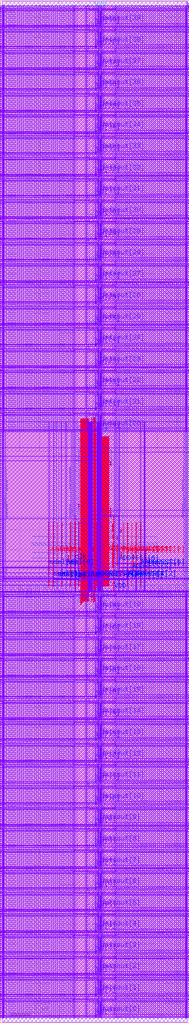
<source format=lef>
VERSION 5.8 ;
BUSBITCHARS "[]" ;
DIVIDERCHAR "/" ;

PROPERTYDEFINITIONS
  MACRO CatenaDesignType STRING ;
END PROPERTYDEFINITIONS

MACRO srambank_64x4x40_6t122
  CLASS BLOCK ;
  ORIGIN 0 0 ;
  FOREIGN srambank_64x4x40_6t122 0 0 ;
  SIZE 9.612 BY 51.84 ;
  SYMMETRY X Y ;
  SITE coreSite ;
  PIN VDD
    DIRECTION INOUT ;
    USE POWER ;
    PORT
      LAYER M4  ;
        RECT 0.1010 1.1720 9.5090 1.2200 ;
        RECT 0.1010 2.2520 9.5090 2.3000 ;
        RECT 0.1010 3.3320 9.5090 3.3800 ;
        RECT 0.1010 4.4120 9.5090 4.4600 ;
        RECT 0.1010 5.4920 9.5090 5.5400 ;
        RECT 0.1010 6.5720 9.5090 6.6200 ;
        RECT 0.1010 7.6520 9.5090 7.7000 ;
        RECT 0.1010 8.7320 9.5090 8.7800 ;
        RECT 0.1010 9.8120 9.5090 9.8600 ;
        RECT 0.1010 10.8920 9.5090 10.9400 ;
        RECT 0.1010 11.9720 9.5090 12.0200 ;
        RECT 0.1010 13.0520 9.5090 13.1000 ;
        RECT 0.1010 14.1320 9.5090 14.1800 ;
        RECT 0.1010 15.2120 9.5090 15.2600 ;
        RECT 0.1010 16.2920 9.5090 16.3400 ;
        RECT 0.1010 17.3720 9.5090 17.4200 ;
        RECT 0.1010 18.4520 9.5090 18.5000 ;
        RECT 0.1010 19.5320 9.5090 19.5800 ;
        RECT 0.1010 20.6120 9.5090 20.6600 ;
        RECT 0.1010 21.6920 9.5090 21.7400 ;
        RECT 0.1080 22.1790 9.5040 22.3950 ;
        RECT 5.6100 21.8990 5.8730 21.9230 ;
        RECT 5.7410 25.6830 5.8530 25.7070 ;
        RECT 3.9420 25.3470 5.6700 25.5630 ;
        RECT 3.9420 28.5150 5.6700 28.7310 ;
        RECT 0.1010 30.8990 9.5090 30.9470 ;
        RECT 0.1010 31.9790 9.5090 32.0270 ;
        RECT 0.1010 33.0590 9.5090 33.1070 ;
        RECT 0.1010 34.1390 9.5090 34.1870 ;
        RECT 0.1010 35.2190 9.5090 35.2670 ;
        RECT 0.1010 36.2990 9.5090 36.3470 ;
        RECT 0.1010 37.3790 9.5090 37.4270 ;
        RECT 0.1010 38.4590 9.5090 38.5070 ;
        RECT 0.1010 39.5390 9.5090 39.5870 ;
        RECT 0.1010 40.6190 9.5090 40.6670 ;
        RECT 0.1010 41.6990 9.5090 41.7470 ;
        RECT 0.1010 42.7790 9.5090 42.8270 ;
        RECT 0.1010 43.8590 9.5090 43.9070 ;
        RECT 0.1010 44.9390 9.5090 44.9870 ;
        RECT 0.1010 46.0190 9.5090 46.0670 ;
        RECT 0.1010 47.0990 9.5090 47.1470 ;
        RECT 0.1010 48.1790 9.5090 48.2270 ;
        RECT 0.1010 49.2590 9.5090 49.3070 ;
        RECT 0.1010 50.3390 9.5090 50.3870 ;
        RECT 0.1010 51.4190 9.5090 51.4670 ;
      LAYER M3  ;
        RECT 9.4770 0.2165 9.4950 1.3765 ;
        RECT 5.8230 0.2170 5.8410 1.3760 ;
        RECT 4.4190 0.2530 4.5090 1.3670 ;
        RECT 3.7710 0.2170 3.7890 1.3760 ;
        RECT 0.1170 0.2165 0.1350 1.3765 ;
        RECT 9.4770 1.2965 9.4950 2.4565 ;
        RECT 5.8230 1.2970 5.8410 2.4560 ;
        RECT 4.4190 1.3330 4.5090 2.4470 ;
        RECT 3.7710 1.2970 3.7890 2.4560 ;
        RECT 0.1170 1.2965 0.1350 2.4565 ;
        RECT 9.4770 2.3765 9.4950 3.5365 ;
        RECT 5.8230 2.3770 5.8410 3.5360 ;
        RECT 4.4190 2.4130 4.5090 3.5270 ;
        RECT 3.7710 2.3770 3.7890 3.5360 ;
        RECT 0.1170 2.3765 0.1350 3.5365 ;
        RECT 9.4770 3.4565 9.4950 4.6165 ;
        RECT 5.8230 3.4570 5.8410 4.6160 ;
        RECT 4.4190 3.4930 4.5090 4.6070 ;
        RECT 3.7710 3.4570 3.7890 4.6160 ;
        RECT 0.1170 3.4565 0.1350 4.6165 ;
        RECT 9.4770 4.5365 9.4950 5.6965 ;
        RECT 5.8230 4.5370 5.8410 5.6960 ;
        RECT 4.4190 4.5730 4.5090 5.6870 ;
        RECT 3.7710 4.5370 3.7890 5.6960 ;
        RECT 0.1170 4.5365 0.1350 5.6965 ;
        RECT 9.4770 5.6165 9.4950 6.7765 ;
        RECT 5.8230 5.6170 5.8410 6.7760 ;
        RECT 4.4190 5.6530 4.5090 6.7670 ;
        RECT 3.7710 5.6170 3.7890 6.7760 ;
        RECT 0.1170 5.6165 0.1350 6.7765 ;
        RECT 9.4770 6.6965 9.4950 7.8565 ;
        RECT 5.8230 6.6970 5.8410 7.8560 ;
        RECT 4.4190 6.7330 4.5090 7.8470 ;
        RECT 3.7710 6.6970 3.7890 7.8560 ;
        RECT 0.1170 6.6965 0.1350 7.8565 ;
        RECT 9.4770 7.7765 9.4950 8.9365 ;
        RECT 5.8230 7.7770 5.8410 8.9360 ;
        RECT 4.4190 7.8130 4.5090 8.9270 ;
        RECT 3.7710 7.7770 3.7890 8.9360 ;
        RECT 0.1170 7.7765 0.1350 8.9365 ;
        RECT 9.4770 8.8565 9.4950 10.0165 ;
        RECT 5.8230 8.8570 5.8410 10.0160 ;
        RECT 4.4190 8.8930 4.5090 10.0070 ;
        RECT 3.7710 8.8570 3.7890 10.0160 ;
        RECT 0.1170 8.8565 0.1350 10.0165 ;
        RECT 9.4770 9.9365 9.4950 11.0965 ;
        RECT 5.8230 9.9370 5.8410 11.0960 ;
        RECT 4.4190 9.9730 4.5090 11.0870 ;
        RECT 3.7710 9.9370 3.7890 11.0960 ;
        RECT 0.1170 9.9365 0.1350 11.0965 ;
        RECT 9.4770 11.0165 9.4950 12.1765 ;
        RECT 5.8230 11.0170 5.8410 12.1760 ;
        RECT 4.4190 11.0530 4.5090 12.1670 ;
        RECT 3.7710 11.0170 3.7890 12.1760 ;
        RECT 0.1170 11.0165 0.1350 12.1765 ;
        RECT 9.4770 12.0965 9.4950 13.2565 ;
        RECT 5.8230 12.0970 5.8410 13.2560 ;
        RECT 4.4190 12.1330 4.5090 13.2470 ;
        RECT 3.7710 12.0970 3.7890 13.2560 ;
        RECT 0.1170 12.0965 0.1350 13.2565 ;
        RECT 9.4770 13.1765 9.4950 14.3365 ;
        RECT 5.8230 13.1770 5.8410 14.3360 ;
        RECT 4.4190 13.2130 4.5090 14.3270 ;
        RECT 3.7710 13.1770 3.7890 14.3360 ;
        RECT 0.1170 13.1765 0.1350 14.3365 ;
        RECT 9.4770 14.2565 9.4950 15.4165 ;
        RECT 5.8230 14.2570 5.8410 15.4160 ;
        RECT 4.4190 14.2930 4.5090 15.4070 ;
        RECT 3.7710 14.2570 3.7890 15.4160 ;
        RECT 0.1170 14.2565 0.1350 15.4165 ;
        RECT 9.4770 15.3365 9.4950 16.4965 ;
        RECT 5.8230 15.3370 5.8410 16.4960 ;
        RECT 4.4190 15.3730 4.5090 16.4870 ;
        RECT 3.7710 15.3370 3.7890 16.4960 ;
        RECT 0.1170 15.3365 0.1350 16.4965 ;
        RECT 9.4770 16.4165 9.4950 17.5765 ;
        RECT 5.8230 16.4170 5.8410 17.5760 ;
        RECT 4.4190 16.4530 4.5090 17.5670 ;
        RECT 3.7710 16.4170 3.7890 17.5760 ;
        RECT 0.1170 16.4165 0.1350 17.5765 ;
        RECT 9.4770 17.4965 9.4950 18.6565 ;
        RECT 5.8230 17.4970 5.8410 18.6560 ;
        RECT 4.4190 17.5330 4.5090 18.6470 ;
        RECT 3.7710 17.4970 3.7890 18.6560 ;
        RECT 0.1170 17.4965 0.1350 18.6565 ;
        RECT 9.4770 18.5765 9.4950 19.7365 ;
        RECT 5.8230 18.5770 5.8410 19.7360 ;
        RECT 4.4190 18.6130 4.5090 19.7270 ;
        RECT 3.7710 18.5770 3.7890 19.7360 ;
        RECT 0.1170 18.5765 0.1350 19.7365 ;
        RECT 9.4770 19.6565 9.4950 20.8165 ;
        RECT 5.8230 19.6570 5.8410 20.8160 ;
        RECT 4.4190 19.6930 4.5090 20.8070 ;
        RECT 3.7710 19.6570 3.7890 20.8160 ;
        RECT 0.1170 19.6565 0.1350 20.8165 ;
        RECT 9.4770 20.7365 9.4950 21.8965 ;
        RECT 5.8230 20.7370 5.8410 21.8960 ;
        RECT 4.4190 20.7730 4.5090 21.8870 ;
        RECT 3.7710 20.7370 3.7890 21.8960 ;
        RECT 0.1170 20.7365 0.1350 21.8965 ;
        RECT 9.4770 21.8165 9.4950 30.0235 ;
        RECT 5.8230 21.8960 5.8410 21.9875 ;
        RECT 5.8230 25.6360 5.8410 29.9960 ;
        RECT 4.4550 22.1400 4.6890 29.7230 ;
        RECT 4.4190 29.6370 4.5090 30.1720 ;
        RECT 4.4190 21.8600 4.5090 22.3950 ;
        RECT 0.1170 21.8165 0.1350 30.0235 ;
        RECT 9.4770 29.9435 9.4950 31.1035 ;
        RECT 5.8230 29.9440 5.8410 31.1030 ;
        RECT 4.4190 29.9800 4.5090 31.0940 ;
        RECT 3.7710 29.9440 3.7890 31.1030 ;
        RECT 0.1170 29.9435 0.1350 31.1035 ;
        RECT 9.4770 31.0235 9.4950 32.1835 ;
        RECT 5.8230 31.0240 5.8410 32.1830 ;
        RECT 4.4190 31.0600 4.5090 32.1740 ;
        RECT 3.7710 31.0240 3.7890 32.1830 ;
        RECT 0.1170 31.0235 0.1350 32.1835 ;
        RECT 9.4770 32.1035 9.4950 33.2635 ;
        RECT 5.8230 32.1040 5.8410 33.2630 ;
        RECT 4.4190 32.1400 4.5090 33.2540 ;
        RECT 3.7710 32.1040 3.7890 33.2630 ;
        RECT 0.1170 32.1035 0.1350 33.2635 ;
        RECT 9.4770 33.1835 9.4950 34.3435 ;
        RECT 5.8230 33.1840 5.8410 34.3430 ;
        RECT 4.4190 33.2200 4.5090 34.3340 ;
        RECT 3.7710 33.1840 3.7890 34.3430 ;
        RECT 0.1170 33.1835 0.1350 34.3435 ;
        RECT 9.4770 34.2635 9.4950 35.4235 ;
        RECT 5.8230 34.2640 5.8410 35.4230 ;
        RECT 4.4190 34.3000 4.5090 35.4140 ;
        RECT 3.7710 34.2640 3.7890 35.4230 ;
        RECT 0.1170 34.2635 0.1350 35.4235 ;
        RECT 9.4770 35.3435 9.4950 36.5035 ;
        RECT 5.8230 35.3440 5.8410 36.5030 ;
        RECT 4.4190 35.3800 4.5090 36.4940 ;
        RECT 3.7710 35.3440 3.7890 36.5030 ;
        RECT 0.1170 35.3435 0.1350 36.5035 ;
        RECT 9.4770 36.4235 9.4950 37.5835 ;
        RECT 5.8230 36.4240 5.8410 37.5830 ;
        RECT 4.4190 36.4600 4.5090 37.5740 ;
        RECT 3.7710 36.4240 3.7890 37.5830 ;
        RECT 0.1170 36.4235 0.1350 37.5835 ;
        RECT 9.4770 37.5035 9.4950 38.6635 ;
        RECT 5.8230 37.5040 5.8410 38.6630 ;
        RECT 4.4190 37.5400 4.5090 38.6540 ;
        RECT 3.7710 37.5040 3.7890 38.6630 ;
        RECT 0.1170 37.5035 0.1350 38.6635 ;
        RECT 9.4770 38.5835 9.4950 39.7435 ;
        RECT 5.8230 38.5840 5.8410 39.7430 ;
        RECT 4.4190 38.6200 4.5090 39.7340 ;
        RECT 3.7710 38.5840 3.7890 39.7430 ;
        RECT 0.1170 38.5835 0.1350 39.7435 ;
        RECT 9.4770 39.6635 9.4950 40.8235 ;
        RECT 5.8230 39.6640 5.8410 40.8230 ;
        RECT 4.4190 39.7000 4.5090 40.8140 ;
        RECT 3.7710 39.6640 3.7890 40.8230 ;
        RECT 0.1170 39.6635 0.1350 40.8235 ;
        RECT 9.4770 40.7435 9.4950 41.9035 ;
        RECT 5.8230 40.7440 5.8410 41.9030 ;
        RECT 4.4190 40.7800 4.5090 41.8940 ;
        RECT 3.7710 40.7440 3.7890 41.9030 ;
        RECT 0.1170 40.7435 0.1350 41.9035 ;
        RECT 9.4770 41.8235 9.4950 42.9835 ;
        RECT 5.8230 41.8240 5.8410 42.9830 ;
        RECT 4.4190 41.8600 4.5090 42.9740 ;
        RECT 3.7710 41.8240 3.7890 42.9830 ;
        RECT 0.1170 41.8235 0.1350 42.9835 ;
        RECT 9.4770 42.9035 9.4950 44.0635 ;
        RECT 5.8230 42.9040 5.8410 44.0630 ;
        RECT 4.4190 42.9400 4.5090 44.0540 ;
        RECT 3.7710 42.9040 3.7890 44.0630 ;
        RECT 0.1170 42.9035 0.1350 44.0635 ;
        RECT 9.4770 43.9835 9.4950 45.1435 ;
        RECT 5.8230 43.9840 5.8410 45.1430 ;
        RECT 4.4190 44.0200 4.5090 45.1340 ;
        RECT 3.7710 43.9840 3.7890 45.1430 ;
        RECT 0.1170 43.9835 0.1350 45.1435 ;
        RECT 9.4770 45.0635 9.4950 46.2235 ;
        RECT 5.8230 45.0640 5.8410 46.2230 ;
        RECT 4.4190 45.1000 4.5090 46.2140 ;
        RECT 3.7710 45.0640 3.7890 46.2230 ;
        RECT 0.1170 45.0635 0.1350 46.2235 ;
        RECT 9.4770 46.1435 9.4950 47.3035 ;
        RECT 5.8230 46.1440 5.8410 47.3030 ;
        RECT 4.4190 46.1800 4.5090 47.2940 ;
        RECT 3.7710 46.1440 3.7890 47.3030 ;
        RECT 0.1170 46.1435 0.1350 47.3035 ;
        RECT 9.4770 47.2235 9.4950 48.3835 ;
        RECT 5.8230 47.2240 5.8410 48.3830 ;
        RECT 4.4190 47.2600 4.5090 48.3740 ;
        RECT 3.7710 47.2240 3.7890 48.3830 ;
        RECT 0.1170 47.2235 0.1350 48.3835 ;
        RECT 9.4770 48.3035 9.4950 49.4635 ;
        RECT 5.8230 48.3040 5.8410 49.4630 ;
        RECT 4.4190 48.3400 4.5090 49.4540 ;
        RECT 3.7710 48.3040 3.7890 49.4630 ;
        RECT 0.1170 48.3035 0.1350 49.4635 ;
        RECT 9.4770 49.3835 9.4950 50.5435 ;
        RECT 5.8230 49.3840 5.8410 50.5430 ;
        RECT 4.4190 49.4200 4.5090 50.5340 ;
        RECT 3.7710 49.3840 3.7890 50.5430 ;
        RECT 0.1170 49.3835 0.1350 50.5435 ;
        RECT 9.4770 50.4635 9.4950 51.6235 ;
        RECT 5.8230 50.4640 5.8410 51.6230 ;
        RECT 4.4190 50.5000 4.5090 51.6140 ;
        RECT 3.7710 50.4640 3.7890 51.6230 ;
        RECT 0.1170 50.4635 0.1350 51.6235 ;
      LAYER V3  ;
        RECT 0.1170 1.1720 0.1350 1.2200 ;
        RECT 3.7710 1.1720 3.7890 1.2200 ;
        RECT 4.4190 1.1720 4.5090 1.2200 ;
        RECT 5.8230 1.1720 5.8410 1.2200 ;
        RECT 9.4770 1.1720 9.4950 1.2200 ;
        RECT 0.1170 2.2520 0.1350 2.3000 ;
        RECT 3.7710 2.2520 3.7890 2.3000 ;
        RECT 4.4190 2.2520 4.5090 2.3000 ;
        RECT 5.8230 2.2520 5.8410 2.3000 ;
        RECT 9.4770 2.2520 9.4950 2.3000 ;
        RECT 0.1170 3.3320 0.1350 3.3800 ;
        RECT 3.7710 3.3320 3.7890 3.3800 ;
        RECT 4.4190 3.3320 4.5090 3.3800 ;
        RECT 5.8230 3.3320 5.8410 3.3800 ;
        RECT 9.4770 3.3320 9.4950 3.3800 ;
        RECT 0.1170 4.4120 0.1350 4.4600 ;
        RECT 3.7710 4.4120 3.7890 4.4600 ;
        RECT 4.4190 4.4120 4.5090 4.4600 ;
        RECT 5.8230 4.4120 5.8410 4.4600 ;
        RECT 9.4770 4.4120 9.4950 4.4600 ;
        RECT 0.1170 5.4920 0.1350 5.5400 ;
        RECT 3.7710 5.4920 3.7890 5.5400 ;
        RECT 4.4190 5.4920 4.5090 5.5400 ;
        RECT 5.8230 5.4920 5.8410 5.5400 ;
        RECT 9.4770 5.4920 9.4950 5.5400 ;
        RECT 0.1170 6.5720 0.1350 6.6200 ;
        RECT 3.7710 6.5720 3.7890 6.6200 ;
        RECT 4.4190 6.5720 4.5090 6.6200 ;
        RECT 5.8230 6.5720 5.8410 6.6200 ;
        RECT 9.4770 6.5720 9.4950 6.6200 ;
        RECT 0.1170 7.6520 0.1350 7.7000 ;
        RECT 3.7710 7.6520 3.7890 7.7000 ;
        RECT 4.4190 7.6520 4.5090 7.7000 ;
        RECT 5.8230 7.6520 5.8410 7.7000 ;
        RECT 9.4770 7.6520 9.4950 7.7000 ;
        RECT 0.1170 8.7320 0.1350 8.7800 ;
        RECT 3.7710 8.7320 3.7890 8.7800 ;
        RECT 4.4190 8.7320 4.5090 8.7800 ;
        RECT 5.8230 8.7320 5.8410 8.7800 ;
        RECT 9.4770 8.7320 9.4950 8.7800 ;
        RECT 0.1170 9.8120 0.1350 9.8600 ;
        RECT 3.7710 9.8120 3.7890 9.8600 ;
        RECT 4.4190 9.8120 4.5090 9.8600 ;
        RECT 5.8230 9.8120 5.8410 9.8600 ;
        RECT 9.4770 9.8120 9.4950 9.8600 ;
        RECT 0.1170 10.8920 0.1350 10.9400 ;
        RECT 3.7710 10.8920 3.7890 10.9400 ;
        RECT 4.4190 10.8920 4.5090 10.9400 ;
        RECT 5.8230 10.8920 5.8410 10.9400 ;
        RECT 9.4770 10.8920 9.4950 10.9400 ;
        RECT 0.1170 11.9720 0.1350 12.0200 ;
        RECT 3.7710 11.9720 3.7890 12.0200 ;
        RECT 4.4190 11.9720 4.5090 12.0200 ;
        RECT 5.8230 11.9720 5.8410 12.0200 ;
        RECT 9.4770 11.9720 9.4950 12.0200 ;
        RECT 0.1170 13.0520 0.1350 13.1000 ;
        RECT 3.7710 13.0520 3.7890 13.1000 ;
        RECT 4.4190 13.0520 4.5090 13.1000 ;
        RECT 5.8230 13.0520 5.8410 13.1000 ;
        RECT 9.4770 13.0520 9.4950 13.1000 ;
        RECT 0.1170 14.1320 0.1350 14.1800 ;
        RECT 3.7710 14.1320 3.7890 14.1800 ;
        RECT 4.4190 14.1320 4.5090 14.1800 ;
        RECT 5.8230 14.1320 5.8410 14.1800 ;
        RECT 9.4770 14.1320 9.4950 14.1800 ;
        RECT 0.1170 15.2120 0.1350 15.2600 ;
        RECT 3.7710 15.2120 3.7890 15.2600 ;
        RECT 4.4190 15.2120 4.5090 15.2600 ;
        RECT 5.8230 15.2120 5.8410 15.2600 ;
        RECT 9.4770 15.2120 9.4950 15.2600 ;
        RECT 0.1170 16.2920 0.1350 16.3400 ;
        RECT 3.7710 16.2920 3.7890 16.3400 ;
        RECT 4.4190 16.2920 4.5090 16.3400 ;
        RECT 5.8230 16.2920 5.8410 16.3400 ;
        RECT 9.4770 16.2920 9.4950 16.3400 ;
        RECT 0.1170 17.3720 0.1350 17.4200 ;
        RECT 3.7710 17.3720 3.7890 17.4200 ;
        RECT 4.4190 17.3720 4.5090 17.4200 ;
        RECT 5.8230 17.3720 5.8410 17.4200 ;
        RECT 9.4770 17.3720 9.4950 17.4200 ;
        RECT 0.1170 18.4520 0.1350 18.5000 ;
        RECT 3.7710 18.4520 3.7890 18.5000 ;
        RECT 4.4190 18.4520 4.5090 18.5000 ;
        RECT 5.8230 18.4520 5.8410 18.5000 ;
        RECT 9.4770 18.4520 9.4950 18.5000 ;
        RECT 0.1170 19.5320 0.1350 19.5800 ;
        RECT 3.7710 19.5320 3.7890 19.5800 ;
        RECT 4.4190 19.5320 4.5090 19.5800 ;
        RECT 5.8230 19.5320 5.8410 19.5800 ;
        RECT 9.4770 19.5320 9.4950 19.5800 ;
        RECT 0.1170 20.6120 0.1350 20.6600 ;
        RECT 3.7710 20.6120 3.7890 20.6600 ;
        RECT 4.4190 20.6120 4.5090 20.6600 ;
        RECT 5.8230 20.6120 5.8410 20.6600 ;
        RECT 9.4770 20.6120 9.4950 20.6600 ;
        RECT 0.1170 21.6920 0.1350 21.7400 ;
        RECT 3.7710 21.6920 3.7890 21.7400 ;
        RECT 4.4190 21.6920 4.5090 21.7400 ;
        RECT 5.8230 21.6920 5.8410 21.7400 ;
        RECT 9.4770 21.6920 9.4950 21.7400 ;
        RECT 0.1170 22.1790 0.1350 22.3950 ;
        RECT 4.4590 28.5150 4.4770 28.7310 ;
        RECT 4.4590 25.3470 4.4770 25.5630 ;
        RECT 4.4590 22.1790 4.4770 22.3950 ;
        RECT 4.5110 28.5150 4.5290 28.7310 ;
        RECT 4.5110 25.3470 4.5290 25.5630 ;
        RECT 4.5110 22.1790 4.5290 22.3950 ;
        RECT 4.5630 28.5150 4.5810 28.7310 ;
        RECT 4.5630 25.3470 4.5810 25.5630 ;
        RECT 4.5630 22.1790 4.5810 22.3950 ;
        RECT 4.6150 28.5150 4.6330 28.7310 ;
        RECT 4.6150 25.3470 4.6330 25.5630 ;
        RECT 4.6150 22.1790 4.6330 22.3950 ;
        RECT 4.6670 28.5150 4.6850 28.7310 ;
        RECT 4.6670 25.3470 4.6850 25.5630 ;
        RECT 4.6670 22.1790 4.6850 22.3950 ;
        RECT 5.8230 25.6830 5.8410 25.7070 ;
        RECT 5.8230 21.8990 5.8410 21.9230 ;
        RECT 0.1170 30.8990 0.1350 30.9470 ;
        RECT 3.7710 30.8990 3.7890 30.9470 ;
        RECT 4.4190 30.8990 4.5090 30.9470 ;
        RECT 5.8230 30.8990 5.8410 30.9470 ;
        RECT 9.4770 30.8990 9.4950 30.9470 ;
        RECT 0.1170 31.9790 0.1350 32.0270 ;
        RECT 3.7710 31.9790 3.7890 32.0270 ;
        RECT 4.4190 31.9790 4.5090 32.0270 ;
        RECT 5.8230 31.9790 5.8410 32.0270 ;
        RECT 9.4770 31.9790 9.4950 32.0270 ;
        RECT 0.1170 33.0590 0.1350 33.1070 ;
        RECT 3.7710 33.0590 3.7890 33.1070 ;
        RECT 4.4190 33.0590 4.5090 33.1070 ;
        RECT 5.8230 33.0590 5.8410 33.1070 ;
        RECT 9.4770 33.0590 9.4950 33.1070 ;
        RECT 0.1170 34.1390 0.1350 34.1870 ;
        RECT 3.7710 34.1390 3.7890 34.1870 ;
        RECT 4.4190 34.1390 4.5090 34.1870 ;
        RECT 5.8230 34.1390 5.8410 34.1870 ;
        RECT 9.4770 34.1390 9.4950 34.1870 ;
        RECT 0.1170 35.2190 0.1350 35.2670 ;
        RECT 3.7710 35.2190 3.7890 35.2670 ;
        RECT 4.4190 35.2190 4.5090 35.2670 ;
        RECT 5.8230 35.2190 5.8410 35.2670 ;
        RECT 9.4770 35.2190 9.4950 35.2670 ;
        RECT 0.1170 36.2990 0.1350 36.3470 ;
        RECT 3.7710 36.2990 3.7890 36.3470 ;
        RECT 4.4190 36.2990 4.5090 36.3470 ;
        RECT 5.8230 36.2990 5.8410 36.3470 ;
        RECT 9.4770 36.2990 9.4950 36.3470 ;
        RECT 0.1170 37.3790 0.1350 37.4270 ;
        RECT 3.7710 37.3790 3.7890 37.4270 ;
        RECT 4.4190 37.3790 4.5090 37.4270 ;
        RECT 5.8230 37.3790 5.8410 37.4270 ;
        RECT 9.4770 37.3790 9.4950 37.4270 ;
        RECT 0.1170 38.4590 0.1350 38.5070 ;
        RECT 3.7710 38.4590 3.7890 38.5070 ;
        RECT 4.4190 38.4590 4.5090 38.5070 ;
        RECT 5.8230 38.4590 5.8410 38.5070 ;
        RECT 9.4770 38.4590 9.4950 38.5070 ;
        RECT 0.1170 39.5390 0.1350 39.5870 ;
        RECT 3.7710 39.5390 3.7890 39.5870 ;
        RECT 4.4190 39.5390 4.5090 39.5870 ;
        RECT 5.8230 39.5390 5.8410 39.5870 ;
        RECT 9.4770 39.5390 9.4950 39.5870 ;
        RECT 0.1170 40.6190 0.1350 40.6670 ;
        RECT 3.7710 40.6190 3.7890 40.6670 ;
        RECT 4.4190 40.6190 4.5090 40.6670 ;
        RECT 5.8230 40.6190 5.8410 40.6670 ;
        RECT 9.4770 40.6190 9.4950 40.6670 ;
        RECT 0.1170 41.6990 0.1350 41.7470 ;
        RECT 3.7710 41.6990 3.7890 41.7470 ;
        RECT 4.4190 41.6990 4.5090 41.7470 ;
        RECT 5.8230 41.6990 5.8410 41.7470 ;
        RECT 9.4770 41.6990 9.4950 41.7470 ;
        RECT 0.1170 42.7790 0.1350 42.8270 ;
        RECT 3.7710 42.7790 3.7890 42.8270 ;
        RECT 4.4190 42.7790 4.5090 42.8270 ;
        RECT 5.8230 42.7790 5.8410 42.8270 ;
        RECT 9.4770 42.7790 9.4950 42.8270 ;
        RECT 0.1170 43.8590 0.1350 43.9070 ;
        RECT 3.7710 43.8590 3.7890 43.9070 ;
        RECT 4.4190 43.8590 4.5090 43.9070 ;
        RECT 5.8230 43.8590 5.8410 43.9070 ;
        RECT 9.4770 43.8590 9.4950 43.9070 ;
        RECT 0.1170 44.9390 0.1350 44.9870 ;
        RECT 3.7710 44.9390 3.7890 44.9870 ;
        RECT 4.4190 44.9390 4.5090 44.9870 ;
        RECT 5.8230 44.9390 5.8410 44.9870 ;
        RECT 9.4770 44.9390 9.4950 44.9870 ;
        RECT 0.1170 46.0190 0.1350 46.0670 ;
        RECT 3.7710 46.0190 3.7890 46.0670 ;
        RECT 4.4190 46.0190 4.5090 46.0670 ;
        RECT 5.8230 46.0190 5.8410 46.0670 ;
        RECT 9.4770 46.0190 9.4950 46.0670 ;
        RECT 0.1170 47.0990 0.1350 47.1470 ;
        RECT 3.7710 47.0990 3.7890 47.1470 ;
        RECT 4.4190 47.0990 4.5090 47.1470 ;
        RECT 5.8230 47.0990 5.8410 47.1470 ;
        RECT 9.4770 47.0990 9.4950 47.1470 ;
        RECT 0.1170 48.1790 0.1350 48.2270 ;
        RECT 3.7710 48.1790 3.7890 48.2270 ;
        RECT 4.4190 48.1790 4.5090 48.2270 ;
        RECT 5.8230 48.1790 5.8410 48.2270 ;
        RECT 9.4770 48.1790 9.4950 48.2270 ;
        RECT 0.1170 49.2590 0.1350 49.3070 ;
        RECT 3.7710 49.2590 3.7890 49.3070 ;
        RECT 4.4190 49.2590 4.5090 49.3070 ;
        RECT 5.8230 49.2590 5.8410 49.3070 ;
        RECT 9.4770 49.2590 9.4950 49.3070 ;
        RECT 0.1170 50.3390 0.1350 50.3870 ;
        RECT 3.7710 50.3390 3.7890 50.3870 ;
        RECT 4.4190 50.3390 4.5090 50.3870 ;
        RECT 5.8230 50.3390 5.8410 50.3870 ;
        RECT 9.4770 50.3390 9.4950 50.3870 ;
        RECT 0.1170 51.4190 0.1350 51.4670 ;
        RECT 3.7710 51.4190 3.7890 51.4670 ;
        RECT 4.4190 51.4190 4.5090 51.4670 ;
        RECT 5.8230 51.4190 5.8410 51.4670 ;
        RECT 9.4770 51.4190 9.4950 51.4670 ;
      LAYER M5  ;
        RECT 5.7590 21.8810 5.7830 25.7250 ;
      LAYER V4  ;
        RECT 5.7590 25.6830 5.7830 25.7070 ;
        RECT 5.7590 21.8990 5.7830 21.9230 ;
    END
  END VDD
  PIN VSS
    DIRECTION INOUT ;
    USE POWER ;
    PORT
      LAYER M4  ;
        RECT 0.1010 1.0760 9.5040 1.1240 ;
        RECT 0.1010 2.1560 9.5040 2.2040 ;
        RECT 0.1010 3.2360 9.5040 3.2840 ;
        RECT 0.1010 4.3160 9.5040 4.3640 ;
        RECT 0.1010 5.3960 9.5040 5.4440 ;
        RECT 0.1010 6.4760 9.5040 6.5240 ;
        RECT 0.1010 7.5560 9.5040 7.6040 ;
        RECT 0.1010 8.6360 9.5040 8.6840 ;
        RECT 0.1010 9.7160 9.5040 9.7640 ;
        RECT 0.1010 10.7960 9.5040 10.8440 ;
        RECT 0.1010 11.8760 9.5040 11.9240 ;
        RECT 0.1010 12.9560 9.5040 13.0040 ;
        RECT 0.1010 14.0360 9.5040 14.0840 ;
        RECT 0.1010 15.1160 9.5040 15.1640 ;
        RECT 0.1010 16.1960 9.5040 16.2440 ;
        RECT 0.1010 17.2760 9.5040 17.3240 ;
        RECT 0.1010 18.3560 9.5040 18.4040 ;
        RECT 0.1010 19.4360 9.5040 19.4840 ;
        RECT 0.1010 20.5160 9.5040 20.5640 ;
        RECT 0.1010 21.5960 9.5040 21.6440 ;
        RECT 0.1080 22.6110 9.5040 22.8270 ;
        RECT 3.9420 25.7790 5.6700 25.9950 ;
        RECT 3.9420 28.9470 5.6700 29.1630 ;
        RECT 0.1010 30.8030 9.5040 30.8510 ;
        RECT 0.1010 31.8830 9.5040 31.9310 ;
        RECT 0.1010 32.9630 9.5040 33.0110 ;
        RECT 0.1010 34.0430 9.5040 34.0910 ;
        RECT 0.1010 35.1230 9.5040 35.1710 ;
        RECT 0.1010 36.2030 9.5040 36.2510 ;
        RECT 0.1010 37.2830 9.5040 37.3310 ;
        RECT 0.1010 38.3630 9.5040 38.4110 ;
        RECT 0.1010 39.4430 9.5040 39.4910 ;
        RECT 0.1010 40.5230 9.5040 40.5710 ;
        RECT 0.1010 41.6030 9.5040 41.6510 ;
        RECT 0.1010 42.6830 9.5040 42.7310 ;
        RECT 0.1010 43.7630 9.5040 43.8110 ;
        RECT 0.1010 44.8430 9.5040 44.8910 ;
        RECT 0.1010 45.9230 9.5040 45.9710 ;
        RECT 0.1010 47.0030 9.5040 47.0510 ;
        RECT 0.1010 48.0830 9.5040 48.1310 ;
        RECT 0.1010 49.1630 9.5040 49.2110 ;
        RECT 0.1010 50.2430 9.5040 50.2910 ;
        RECT 0.1010 51.3230 9.5040 51.3710 ;
      LAYER M3  ;
        RECT 9.4410 0.2165 9.4590 1.3765 ;
        RECT 5.8770 0.2165 5.8950 1.3765 ;
        RECT 5.1120 0.2530 5.1480 1.3670 ;
        RECT 4.9590 0.2530 4.9860 1.3670 ;
        RECT 3.7170 0.2165 3.7350 1.3765 ;
        RECT 0.1530 0.2165 0.1710 1.3765 ;
        RECT 9.4410 1.2965 9.4590 2.4565 ;
        RECT 5.8770 1.2965 5.8950 2.4565 ;
        RECT 5.1120 1.3330 5.1480 2.4470 ;
        RECT 4.9590 1.3330 4.9860 2.4470 ;
        RECT 3.7170 1.2965 3.7350 2.4565 ;
        RECT 0.1530 1.2965 0.1710 2.4565 ;
        RECT 9.4410 2.3765 9.4590 3.5365 ;
        RECT 5.8770 2.3765 5.8950 3.5365 ;
        RECT 5.1120 2.4130 5.1480 3.5270 ;
        RECT 4.9590 2.4130 4.9860 3.5270 ;
        RECT 3.7170 2.3765 3.7350 3.5365 ;
        RECT 0.1530 2.3765 0.1710 3.5365 ;
        RECT 9.4410 3.4565 9.4590 4.6165 ;
        RECT 5.8770 3.4565 5.8950 4.6165 ;
        RECT 5.1120 3.4930 5.1480 4.6070 ;
        RECT 4.9590 3.4930 4.9860 4.6070 ;
        RECT 3.7170 3.4565 3.7350 4.6165 ;
        RECT 0.1530 3.4565 0.1710 4.6165 ;
        RECT 9.4410 4.5365 9.4590 5.6965 ;
        RECT 5.8770 4.5365 5.8950 5.6965 ;
        RECT 5.1120 4.5730 5.1480 5.6870 ;
        RECT 4.9590 4.5730 4.9860 5.6870 ;
        RECT 3.7170 4.5365 3.7350 5.6965 ;
        RECT 0.1530 4.5365 0.1710 5.6965 ;
        RECT 9.4410 5.6165 9.4590 6.7765 ;
        RECT 5.8770 5.6165 5.8950 6.7765 ;
        RECT 5.1120 5.6530 5.1480 6.7670 ;
        RECT 4.9590 5.6530 4.9860 6.7670 ;
        RECT 3.7170 5.6165 3.7350 6.7765 ;
        RECT 0.1530 5.6165 0.1710 6.7765 ;
        RECT 9.4410 6.6965 9.4590 7.8565 ;
        RECT 5.8770 6.6965 5.8950 7.8565 ;
        RECT 5.1120 6.7330 5.1480 7.8470 ;
        RECT 4.9590 6.7330 4.9860 7.8470 ;
        RECT 3.7170 6.6965 3.7350 7.8565 ;
        RECT 0.1530 6.6965 0.1710 7.8565 ;
        RECT 9.4410 7.7765 9.4590 8.9365 ;
        RECT 5.8770 7.7765 5.8950 8.9365 ;
        RECT 5.1120 7.8130 5.1480 8.9270 ;
        RECT 4.9590 7.8130 4.9860 8.9270 ;
        RECT 3.7170 7.7765 3.7350 8.9365 ;
        RECT 0.1530 7.7765 0.1710 8.9365 ;
        RECT 9.4410 8.8565 9.4590 10.0165 ;
        RECT 5.8770 8.8565 5.8950 10.0165 ;
        RECT 5.1120 8.8930 5.1480 10.0070 ;
        RECT 4.9590 8.8930 4.9860 10.0070 ;
        RECT 3.7170 8.8565 3.7350 10.0165 ;
        RECT 0.1530 8.8565 0.1710 10.0165 ;
        RECT 9.4410 9.9365 9.4590 11.0965 ;
        RECT 5.8770 9.9365 5.8950 11.0965 ;
        RECT 5.1120 9.9730 5.1480 11.0870 ;
        RECT 4.9590 9.9730 4.9860 11.0870 ;
        RECT 3.7170 9.9365 3.7350 11.0965 ;
        RECT 0.1530 9.9365 0.1710 11.0965 ;
        RECT 9.4410 11.0165 9.4590 12.1765 ;
        RECT 5.8770 11.0165 5.8950 12.1765 ;
        RECT 5.1120 11.0530 5.1480 12.1670 ;
        RECT 4.9590 11.0530 4.9860 12.1670 ;
        RECT 3.7170 11.0165 3.7350 12.1765 ;
        RECT 0.1530 11.0165 0.1710 12.1765 ;
        RECT 9.4410 12.0965 9.4590 13.2565 ;
        RECT 5.8770 12.0965 5.8950 13.2565 ;
        RECT 5.1120 12.1330 5.1480 13.2470 ;
        RECT 4.9590 12.1330 4.9860 13.2470 ;
        RECT 3.7170 12.0965 3.7350 13.2565 ;
        RECT 0.1530 12.0965 0.1710 13.2565 ;
        RECT 9.4410 13.1765 9.4590 14.3365 ;
        RECT 5.8770 13.1765 5.8950 14.3365 ;
        RECT 5.1120 13.2130 5.1480 14.3270 ;
        RECT 4.9590 13.2130 4.9860 14.3270 ;
        RECT 3.7170 13.1765 3.7350 14.3365 ;
        RECT 0.1530 13.1765 0.1710 14.3365 ;
        RECT 9.4410 14.2565 9.4590 15.4165 ;
        RECT 5.8770 14.2565 5.8950 15.4165 ;
        RECT 5.1120 14.2930 5.1480 15.4070 ;
        RECT 4.9590 14.2930 4.9860 15.4070 ;
        RECT 3.7170 14.2565 3.7350 15.4165 ;
        RECT 0.1530 14.2565 0.1710 15.4165 ;
        RECT 9.4410 15.3365 9.4590 16.4965 ;
        RECT 5.8770 15.3365 5.8950 16.4965 ;
        RECT 5.1120 15.3730 5.1480 16.4870 ;
        RECT 4.9590 15.3730 4.9860 16.4870 ;
        RECT 3.7170 15.3365 3.7350 16.4965 ;
        RECT 0.1530 15.3365 0.1710 16.4965 ;
        RECT 9.4410 16.4165 9.4590 17.5765 ;
        RECT 5.8770 16.4165 5.8950 17.5765 ;
        RECT 5.1120 16.4530 5.1480 17.5670 ;
        RECT 4.9590 16.4530 4.9860 17.5670 ;
        RECT 3.7170 16.4165 3.7350 17.5765 ;
        RECT 0.1530 16.4165 0.1710 17.5765 ;
        RECT 9.4410 17.4965 9.4590 18.6565 ;
        RECT 5.8770 17.4965 5.8950 18.6565 ;
        RECT 5.1120 17.5330 5.1480 18.6470 ;
        RECT 4.9590 17.5330 4.9860 18.6470 ;
        RECT 3.7170 17.4965 3.7350 18.6565 ;
        RECT 0.1530 17.4965 0.1710 18.6565 ;
        RECT 9.4410 18.5765 9.4590 19.7365 ;
        RECT 5.8770 18.5765 5.8950 19.7365 ;
        RECT 5.1120 18.6130 5.1480 19.7270 ;
        RECT 4.9590 18.6130 4.9860 19.7270 ;
        RECT 3.7170 18.5765 3.7350 19.7365 ;
        RECT 0.1530 18.5765 0.1710 19.7365 ;
        RECT 9.4410 19.6565 9.4590 20.8165 ;
        RECT 5.8770 19.6565 5.8950 20.8165 ;
        RECT 5.1120 19.6930 5.1480 20.8070 ;
        RECT 4.9590 19.6930 4.9860 20.8070 ;
        RECT 3.7170 19.6565 3.7350 20.8165 ;
        RECT 0.1530 19.6565 0.1710 20.8165 ;
        RECT 9.4410 20.7365 9.4590 21.8965 ;
        RECT 5.8770 20.7365 5.8950 21.8965 ;
        RECT 5.1120 20.7730 5.1480 21.8870 ;
        RECT 4.9590 20.7730 4.9860 21.8870 ;
        RECT 3.7170 20.7365 3.7350 21.8965 ;
        RECT 0.1530 20.7365 0.1710 21.8965 ;
        RECT 9.4410 21.8165 9.4590 30.0235 ;
        RECT 5.8770 21.8165 5.8950 30.0235 ;
        RECT 4.9230 22.0400 5.1570 29.7230 ;
        RECT 5.1120 21.8600 5.1480 29.9970 ;
        RECT 4.9590 21.8600 4.9860 29.9940 ;
        RECT 3.7170 21.8165 3.7350 30.0235 ;
        RECT 0.1530 21.8165 0.1710 30.0235 ;
        RECT 9.4410 29.9435 9.4590 31.1035 ;
        RECT 5.8770 29.9435 5.8950 31.1035 ;
        RECT 5.1120 29.9800 5.1480 31.0940 ;
        RECT 4.9590 29.9800 4.9860 31.0940 ;
        RECT 3.7170 29.9435 3.7350 31.1035 ;
        RECT 0.1530 29.9435 0.1710 31.1035 ;
        RECT 9.4410 31.0235 9.4590 32.1835 ;
        RECT 5.8770 31.0235 5.8950 32.1835 ;
        RECT 5.1120 31.0600 5.1480 32.1740 ;
        RECT 4.9590 31.0600 4.9860 32.1740 ;
        RECT 3.7170 31.0235 3.7350 32.1835 ;
        RECT 0.1530 31.0235 0.1710 32.1835 ;
        RECT 9.4410 32.1035 9.4590 33.2635 ;
        RECT 5.8770 32.1035 5.8950 33.2635 ;
        RECT 5.1120 32.1400 5.1480 33.2540 ;
        RECT 4.9590 32.1400 4.9860 33.2540 ;
        RECT 3.7170 32.1035 3.7350 33.2635 ;
        RECT 0.1530 32.1035 0.1710 33.2635 ;
        RECT 9.4410 33.1835 9.4590 34.3435 ;
        RECT 5.8770 33.1835 5.8950 34.3435 ;
        RECT 5.1120 33.2200 5.1480 34.3340 ;
        RECT 4.9590 33.2200 4.9860 34.3340 ;
        RECT 3.7170 33.1835 3.7350 34.3435 ;
        RECT 0.1530 33.1835 0.1710 34.3435 ;
        RECT 9.4410 34.2635 9.4590 35.4235 ;
        RECT 5.8770 34.2635 5.8950 35.4235 ;
        RECT 5.1120 34.3000 5.1480 35.4140 ;
        RECT 4.9590 34.3000 4.9860 35.4140 ;
        RECT 3.7170 34.2635 3.7350 35.4235 ;
        RECT 0.1530 34.2635 0.1710 35.4235 ;
        RECT 9.4410 35.3435 9.4590 36.5035 ;
        RECT 5.8770 35.3435 5.8950 36.5035 ;
        RECT 5.1120 35.3800 5.1480 36.4940 ;
        RECT 4.9590 35.3800 4.9860 36.4940 ;
        RECT 3.7170 35.3435 3.7350 36.5035 ;
        RECT 0.1530 35.3435 0.1710 36.5035 ;
        RECT 9.4410 36.4235 9.4590 37.5835 ;
        RECT 5.8770 36.4235 5.8950 37.5835 ;
        RECT 5.1120 36.4600 5.1480 37.5740 ;
        RECT 4.9590 36.4600 4.9860 37.5740 ;
        RECT 3.7170 36.4235 3.7350 37.5835 ;
        RECT 0.1530 36.4235 0.1710 37.5835 ;
        RECT 9.4410 37.5035 9.4590 38.6635 ;
        RECT 5.8770 37.5035 5.8950 38.6635 ;
        RECT 5.1120 37.5400 5.1480 38.6540 ;
        RECT 4.9590 37.5400 4.9860 38.6540 ;
        RECT 3.7170 37.5035 3.7350 38.6635 ;
        RECT 0.1530 37.5035 0.1710 38.6635 ;
        RECT 9.4410 38.5835 9.4590 39.7435 ;
        RECT 5.8770 38.5835 5.8950 39.7435 ;
        RECT 5.1120 38.6200 5.1480 39.7340 ;
        RECT 4.9590 38.6200 4.9860 39.7340 ;
        RECT 3.7170 38.5835 3.7350 39.7435 ;
        RECT 0.1530 38.5835 0.1710 39.7435 ;
        RECT 9.4410 39.6635 9.4590 40.8235 ;
        RECT 5.8770 39.6635 5.8950 40.8235 ;
        RECT 5.1120 39.7000 5.1480 40.8140 ;
        RECT 4.9590 39.7000 4.9860 40.8140 ;
        RECT 3.7170 39.6635 3.7350 40.8235 ;
        RECT 0.1530 39.6635 0.1710 40.8235 ;
        RECT 9.4410 40.7435 9.4590 41.9035 ;
        RECT 5.8770 40.7435 5.8950 41.9035 ;
        RECT 5.1120 40.7800 5.1480 41.8940 ;
        RECT 4.9590 40.7800 4.9860 41.8940 ;
        RECT 3.7170 40.7435 3.7350 41.9035 ;
        RECT 0.1530 40.7435 0.1710 41.9035 ;
        RECT 9.4410 41.8235 9.4590 42.9835 ;
        RECT 5.8770 41.8235 5.8950 42.9835 ;
        RECT 5.1120 41.8600 5.1480 42.9740 ;
        RECT 4.9590 41.8600 4.9860 42.9740 ;
        RECT 3.7170 41.8235 3.7350 42.9835 ;
        RECT 0.1530 41.8235 0.1710 42.9835 ;
        RECT 9.4410 42.9035 9.4590 44.0635 ;
        RECT 5.8770 42.9035 5.8950 44.0635 ;
        RECT 5.1120 42.9400 5.1480 44.0540 ;
        RECT 4.9590 42.9400 4.9860 44.0540 ;
        RECT 3.7170 42.9035 3.7350 44.0635 ;
        RECT 0.1530 42.9035 0.1710 44.0635 ;
        RECT 9.4410 43.9835 9.4590 45.1435 ;
        RECT 5.8770 43.9835 5.8950 45.1435 ;
        RECT 5.1120 44.0200 5.1480 45.1340 ;
        RECT 4.9590 44.0200 4.9860 45.1340 ;
        RECT 3.7170 43.9835 3.7350 45.1435 ;
        RECT 0.1530 43.9835 0.1710 45.1435 ;
        RECT 9.4410 45.0635 9.4590 46.2235 ;
        RECT 5.8770 45.0635 5.8950 46.2235 ;
        RECT 5.1120 45.1000 5.1480 46.2140 ;
        RECT 4.9590 45.1000 4.9860 46.2140 ;
        RECT 3.7170 45.0635 3.7350 46.2235 ;
        RECT 0.1530 45.0635 0.1710 46.2235 ;
        RECT 9.4410 46.1435 9.4590 47.3035 ;
        RECT 5.8770 46.1435 5.8950 47.3035 ;
        RECT 5.1120 46.1800 5.1480 47.2940 ;
        RECT 4.9590 46.1800 4.9860 47.2940 ;
        RECT 3.7170 46.1435 3.7350 47.3035 ;
        RECT 0.1530 46.1435 0.1710 47.3035 ;
        RECT 9.4410 47.2235 9.4590 48.3835 ;
        RECT 5.8770 47.2235 5.8950 48.3835 ;
        RECT 5.1120 47.2600 5.1480 48.3740 ;
        RECT 4.9590 47.2600 4.9860 48.3740 ;
        RECT 3.7170 47.2235 3.7350 48.3835 ;
        RECT 0.1530 47.2235 0.1710 48.3835 ;
        RECT 9.4410 48.3035 9.4590 49.4635 ;
        RECT 5.8770 48.3035 5.8950 49.4635 ;
        RECT 5.1120 48.3400 5.1480 49.4540 ;
        RECT 4.9590 48.3400 4.9860 49.4540 ;
        RECT 3.7170 48.3035 3.7350 49.4635 ;
        RECT 0.1530 48.3035 0.1710 49.4635 ;
        RECT 9.4410 49.3835 9.4590 50.5435 ;
        RECT 5.8770 49.3835 5.8950 50.5435 ;
        RECT 5.1120 49.4200 5.1480 50.5340 ;
        RECT 4.9590 49.4200 4.9860 50.5340 ;
        RECT 3.7170 49.3835 3.7350 50.5435 ;
        RECT 0.1530 49.3835 0.1710 50.5435 ;
        RECT 9.4410 50.4635 9.4590 51.6235 ;
        RECT 5.8770 50.4635 5.8950 51.6235 ;
        RECT 5.1120 50.5000 5.1480 51.6140 ;
        RECT 4.9590 50.5000 4.9860 51.6140 ;
        RECT 3.7170 50.4635 3.7350 51.6235 ;
        RECT 0.1530 50.4635 0.1710 51.6235 ;
      LAYER V3  ;
        RECT 0.1530 1.0760 0.1710 1.1240 ;
        RECT 3.7170 1.0760 3.7350 1.1240 ;
        RECT 4.9590 1.0760 4.9860 1.1240 ;
        RECT 5.1120 1.0760 5.1480 1.1240 ;
        RECT 5.8770 1.0760 5.8950 1.1240 ;
        RECT 9.4410 1.0760 9.4590 1.1240 ;
        RECT 0.1530 2.1560 0.1710 2.2040 ;
        RECT 3.7170 2.1560 3.7350 2.2040 ;
        RECT 4.9590 2.1560 4.9860 2.2040 ;
        RECT 5.1120 2.1560 5.1480 2.2040 ;
        RECT 5.8770 2.1560 5.8950 2.2040 ;
        RECT 9.4410 2.1560 9.4590 2.2040 ;
        RECT 0.1530 3.2360 0.1710 3.2840 ;
        RECT 3.7170 3.2360 3.7350 3.2840 ;
        RECT 4.9590 3.2360 4.9860 3.2840 ;
        RECT 5.1120 3.2360 5.1480 3.2840 ;
        RECT 5.8770 3.2360 5.8950 3.2840 ;
        RECT 9.4410 3.2360 9.4590 3.2840 ;
        RECT 0.1530 4.3160 0.1710 4.3640 ;
        RECT 3.7170 4.3160 3.7350 4.3640 ;
        RECT 4.9590 4.3160 4.9860 4.3640 ;
        RECT 5.1120 4.3160 5.1480 4.3640 ;
        RECT 5.8770 4.3160 5.8950 4.3640 ;
        RECT 9.4410 4.3160 9.4590 4.3640 ;
        RECT 0.1530 5.3960 0.1710 5.4440 ;
        RECT 3.7170 5.3960 3.7350 5.4440 ;
        RECT 4.9590 5.3960 4.9860 5.4440 ;
        RECT 5.1120 5.3960 5.1480 5.4440 ;
        RECT 5.8770 5.3960 5.8950 5.4440 ;
        RECT 9.4410 5.3960 9.4590 5.4440 ;
        RECT 0.1530 6.4760 0.1710 6.5240 ;
        RECT 3.7170 6.4760 3.7350 6.5240 ;
        RECT 4.9590 6.4760 4.9860 6.5240 ;
        RECT 5.1120 6.4760 5.1480 6.5240 ;
        RECT 5.8770 6.4760 5.8950 6.5240 ;
        RECT 9.4410 6.4760 9.4590 6.5240 ;
        RECT 0.1530 7.5560 0.1710 7.6040 ;
        RECT 3.7170 7.5560 3.7350 7.6040 ;
        RECT 4.9590 7.5560 4.9860 7.6040 ;
        RECT 5.1120 7.5560 5.1480 7.6040 ;
        RECT 5.8770 7.5560 5.8950 7.6040 ;
        RECT 9.4410 7.5560 9.4590 7.6040 ;
        RECT 0.1530 8.6360 0.1710 8.6840 ;
        RECT 3.7170 8.6360 3.7350 8.6840 ;
        RECT 4.9590 8.6360 4.9860 8.6840 ;
        RECT 5.1120 8.6360 5.1480 8.6840 ;
        RECT 5.8770 8.6360 5.8950 8.6840 ;
        RECT 9.4410 8.6360 9.4590 8.6840 ;
        RECT 0.1530 9.7160 0.1710 9.7640 ;
        RECT 3.7170 9.7160 3.7350 9.7640 ;
        RECT 4.9590 9.7160 4.9860 9.7640 ;
        RECT 5.1120 9.7160 5.1480 9.7640 ;
        RECT 5.8770 9.7160 5.8950 9.7640 ;
        RECT 9.4410 9.7160 9.4590 9.7640 ;
        RECT 0.1530 10.7960 0.1710 10.8440 ;
        RECT 3.7170 10.7960 3.7350 10.8440 ;
        RECT 4.9590 10.7960 4.9860 10.8440 ;
        RECT 5.1120 10.7960 5.1480 10.8440 ;
        RECT 5.8770 10.7960 5.8950 10.8440 ;
        RECT 9.4410 10.7960 9.4590 10.8440 ;
        RECT 0.1530 11.8760 0.1710 11.9240 ;
        RECT 3.7170 11.8760 3.7350 11.9240 ;
        RECT 4.9590 11.8760 4.9860 11.9240 ;
        RECT 5.1120 11.8760 5.1480 11.9240 ;
        RECT 5.8770 11.8760 5.8950 11.9240 ;
        RECT 9.4410 11.8760 9.4590 11.9240 ;
        RECT 0.1530 12.9560 0.1710 13.0040 ;
        RECT 3.7170 12.9560 3.7350 13.0040 ;
        RECT 4.9590 12.9560 4.9860 13.0040 ;
        RECT 5.1120 12.9560 5.1480 13.0040 ;
        RECT 5.8770 12.9560 5.8950 13.0040 ;
        RECT 9.4410 12.9560 9.4590 13.0040 ;
        RECT 0.1530 14.0360 0.1710 14.0840 ;
        RECT 3.7170 14.0360 3.7350 14.0840 ;
        RECT 4.9590 14.0360 4.9860 14.0840 ;
        RECT 5.1120 14.0360 5.1480 14.0840 ;
        RECT 5.8770 14.0360 5.8950 14.0840 ;
        RECT 9.4410 14.0360 9.4590 14.0840 ;
        RECT 0.1530 15.1160 0.1710 15.1640 ;
        RECT 3.7170 15.1160 3.7350 15.1640 ;
        RECT 4.9590 15.1160 4.9860 15.1640 ;
        RECT 5.1120 15.1160 5.1480 15.1640 ;
        RECT 5.8770 15.1160 5.8950 15.1640 ;
        RECT 9.4410 15.1160 9.4590 15.1640 ;
        RECT 0.1530 16.1960 0.1710 16.2440 ;
        RECT 3.7170 16.1960 3.7350 16.2440 ;
        RECT 4.9590 16.1960 4.9860 16.2440 ;
        RECT 5.1120 16.1960 5.1480 16.2440 ;
        RECT 5.8770 16.1960 5.8950 16.2440 ;
        RECT 9.4410 16.1960 9.4590 16.2440 ;
        RECT 0.1530 17.2760 0.1710 17.3240 ;
        RECT 3.7170 17.2760 3.7350 17.3240 ;
        RECT 4.9590 17.2760 4.9860 17.3240 ;
        RECT 5.1120 17.2760 5.1480 17.3240 ;
        RECT 5.8770 17.2760 5.8950 17.3240 ;
        RECT 9.4410 17.2760 9.4590 17.3240 ;
        RECT 0.1530 18.3560 0.1710 18.4040 ;
        RECT 3.7170 18.3560 3.7350 18.4040 ;
        RECT 4.9590 18.3560 4.9860 18.4040 ;
        RECT 5.1120 18.3560 5.1480 18.4040 ;
        RECT 5.8770 18.3560 5.8950 18.4040 ;
        RECT 9.4410 18.3560 9.4590 18.4040 ;
        RECT 0.1530 19.4360 0.1710 19.4840 ;
        RECT 3.7170 19.4360 3.7350 19.4840 ;
        RECT 4.9590 19.4360 4.9860 19.4840 ;
        RECT 5.1120 19.4360 5.1480 19.4840 ;
        RECT 5.8770 19.4360 5.8950 19.4840 ;
        RECT 9.4410 19.4360 9.4590 19.4840 ;
        RECT 0.1530 20.5160 0.1710 20.5640 ;
        RECT 3.7170 20.5160 3.7350 20.5640 ;
        RECT 4.9590 20.5160 4.9860 20.5640 ;
        RECT 5.1120 20.5160 5.1480 20.5640 ;
        RECT 5.8770 20.5160 5.8950 20.5640 ;
        RECT 9.4410 20.5160 9.4590 20.5640 ;
        RECT 0.1530 21.5960 0.1710 21.6440 ;
        RECT 3.7170 21.5960 3.7350 21.6440 ;
        RECT 4.9590 21.5960 4.9860 21.6440 ;
        RECT 5.1120 21.5960 5.1480 21.6440 ;
        RECT 5.8770 21.5960 5.8950 21.6440 ;
        RECT 9.4410 21.5960 9.4590 21.6440 ;
        RECT 0.1530 22.6110 0.1710 22.8270 ;
        RECT 4.9270 28.9470 4.9450 29.1630 ;
        RECT 4.9270 25.7790 4.9450 25.9950 ;
        RECT 4.9270 22.6110 4.9450 22.8270 ;
        RECT 4.9790 28.9470 4.9970 29.1630 ;
        RECT 4.9790 25.7790 4.9970 25.9950 ;
        RECT 4.9790 22.6110 4.9970 22.8270 ;
        RECT 5.0310 28.9470 5.0490 29.1630 ;
        RECT 5.0310 25.7790 5.0490 25.9950 ;
        RECT 5.0310 22.6110 5.0490 22.8270 ;
        RECT 5.0830 28.9470 5.1010 29.1630 ;
        RECT 5.0830 25.7790 5.1010 25.9950 ;
        RECT 5.0830 22.6110 5.1010 22.8270 ;
        RECT 5.1350 28.9470 5.1530 29.1630 ;
        RECT 5.1350 25.7790 5.1530 25.9950 ;
        RECT 5.1350 22.6110 5.1530 22.8270 ;
        RECT 0.1530 30.8030 0.1710 30.8510 ;
        RECT 3.7170 30.8030 3.7350 30.8510 ;
        RECT 4.9590 30.8030 4.9860 30.8510 ;
        RECT 5.1120 30.8030 5.1480 30.8510 ;
        RECT 5.8770 30.8030 5.8950 30.8510 ;
        RECT 9.4410 30.8030 9.4590 30.8510 ;
        RECT 0.1530 31.8830 0.1710 31.9310 ;
        RECT 3.7170 31.8830 3.7350 31.9310 ;
        RECT 4.9590 31.8830 4.9860 31.9310 ;
        RECT 5.1120 31.8830 5.1480 31.9310 ;
        RECT 5.8770 31.8830 5.8950 31.9310 ;
        RECT 9.4410 31.8830 9.4590 31.9310 ;
        RECT 0.1530 32.9630 0.1710 33.0110 ;
        RECT 3.7170 32.9630 3.7350 33.0110 ;
        RECT 4.9590 32.9630 4.9860 33.0110 ;
        RECT 5.1120 32.9630 5.1480 33.0110 ;
        RECT 5.8770 32.9630 5.8950 33.0110 ;
        RECT 9.4410 32.9630 9.4590 33.0110 ;
        RECT 0.1530 34.0430 0.1710 34.0910 ;
        RECT 3.7170 34.0430 3.7350 34.0910 ;
        RECT 4.9590 34.0430 4.9860 34.0910 ;
        RECT 5.1120 34.0430 5.1480 34.0910 ;
        RECT 5.8770 34.0430 5.8950 34.0910 ;
        RECT 9.4410 34.0430 9.4590 34.0910 ;
        RECT 0.1530 35.1230 0.1710 35.1710 ;
        RECT 3.7170 35.1230 3.7350 35.1710 ;
        RECT 4.9590 35.1230 4.9860 35.1710 ;
        RECT 5.1120 35.1230 5.1480 35.1710 ;
        RECT 5.8770 35.1230 5.8950 35.1710 ;
        RECT 9.4410 35.1230 9.4590 35.1710 ;
        RECT 0.1530 36.2030 0.1710 36.2510 ;
        RECT 3.7170 36.2030 3.7350 36.2510 ;
        RECT 4.9590 36.2030 4.9860 36.2510 ;
        RECT 5.1120 36.2030 5.1480 36.2510 ;
        RECT 5.8770 36.2030 5.8950 36.2510 ;
        RECT 9.4410 36.2030 9.4590 36.2510 ;
        RECT 0.1530 37.2830 0.1710 37.3310 ;
        RECT 3.7170 37.2830 3.7350 37.3310 ;
        RECT 4.9590 37.2830 4.9860 37.3310 ;
        RECT 5.1120 37.2830 5.1480 37.3310 ;
        RECT 5.8770 37.2830 5.8950 37.3310 ;
        RECT 9.4410 37.2830 9.4590 37.3310 ;
        RECT 0.1530 38.3630 0.1710 38.4110 ;
        RECT 3.7170 38.3630 3.7350 38.4110 ;
        RECT 4.9590 38.3630 4.9860 38.4110 ;
        RECT 5.1120 38.3630 5.1480 38.4110 ;
        RECT 5.8770 38.3630 5.8950 38.4110 ;
        RECT 9.4410 38.3630 9.4590 38.4110 ;
        RECT 0.1530 39.4430 0.1710 39.4910 ;
        RECT 3.7170 39.4430 3.7350 39.4910 ;
        RECT 4.9590 39.4430 4.9860 39.4910 ;
        RECT 5.1120 39.4430 5.1480 39.4910 ;
        RECT 5.8770 39.4430 5.8950 39.4910 ;
        RECT 9.4410 39.4430 9.4590 39.4910 ;
        RECT 0.1530 40.5230 0.1710 40.5710 ;
        RECT 3.7170 40.5230 3.7350 40.5710 ;
        RECT 4.9590 40.5230 4.9860 40.5710 ;
        RECT 5.1120 40.5230 5.1480 40.5710 ;
        RECT 5.8770 40.5230 5.8950 40.5710 ;
        RECT 9.4410 40.5230 9.4590 40.5710 ;
        RECT 0.1530 41.6030 0.1710 41.6510 ;
        RECT 3.7170 41.6030 3.7350 41.6510 ;
        RECT 4.9590 41.6030 4.9860 41.6510 ;
        RECT 5.1120 41.6030 5.1480 41.6510 ;
        RECT 5.8770 41.6030 5.8950 41.6510 ;
        RECT 9.4410 41.6030 9.4590 41.6510 ;
        RECT 0.1530 42.6830 0.1710 42.7310 ;
        RECT 3.7170 42.6830 3.7350 42.7310 ;
        RECT 4.9590 42.6830 4.9860 42.7310 ;
        RECT 5.1120 42.6830 5.1480 42.7310 ;
        RECT 5.8770 42.6830 5.8950 42.7310 ;
        RECT 9.4410 42.6830 9.4590 42.7310 ;
        RECT 0.1530 43.7630 0.1710 43.8110 ;
        RECT 3.7170 43.7630 3.7350 43.8110 ;
        RECT 4.9590 43.7630 4.9860 43.8110 ;
        RECT 5.1120 43.7630 5.1480 43.8110 ;
        RECT 5.8770 43.7630 5.8950 43.8110 ;
        RECT 9.4410 43.7630 9.4590 43.8110 ;
        RECT 0.1530 44.8430 0.1710 44.8910 ;
        RECT 3.7170 44.8430 3.7350 44.8910 ;
        RECT 4.9590 44.8430 4.9860 44.8910 ;
        RECT 5.1120 44.8430 5.1480 44.8910 ;
        RECT 5.8770 44.8430 5.8950 44.8910 ;
        RECT 9.4410 44.8430 9.4590 44.8910 ;
        RECT 0.1530 45.9230 0.1710 45.9710 ;
        RECT 3.7170 45.9230 3.7350 45.9710 ;
        RECT 4.9590 45.9230 4.9860 45.9710 ;
        RECT 5.1120 45.9230 5.1480 45.9710 ;
        RECT 5.8770 45.9230 5.8950 45.9710 ;
        RECT 9.4410 45.9230 9.4590 45.9710 ;
        RECT 0.1530 47.0030 0.1710 47.0510 ;
        RECT 3.7170 47.0030 3.7350 47.0510 ;
        RECT 4.9590 47.0030 4.9860 47.0510 ;
        RECT 5.1120 47.0030 5.1480 47.0510 ;
        RECT 5.8770 47.0030 5.8950 47.0510 ;
        RECT 9.4410 47.0030 9.4590 47.0510 ;
        RECT 0.1530 48.0830 0.1710 48.1310 ;
        RECT 3.7170 48.0830 3.7350 48.1310 ;
        RECT 4.9590 48.0830 4.9860 48.1310 ;
        RECT 5.1120 48.0830 5.1480 48.1310 ;
        RECT 5.8770 48.0830 5.8950 48.1310 ;
        RECT 9.4410 48.0830 9.4590 48.1310 ;
        RECT 0.1530 49.1630 0.1710 49.2110 ;
        RECT 3.7170 49.1630 3.7350 49.2110 ;
        RECT 4.9590 49.1630 4.9860 49.2110 ;
        RECT 5.1120 49.1630 5.1480 49.2110 ;
        RECT 5.8770 49.1630 5.8950 49.2110 ;
        RECT 9.4410 49.1630 9.4590 49.2110 ;
        RECT 0.1530 50.2430 0.1710 50.2910 ;
        RECT 3.7170 50.2430 3.7350 50.2910 ;
        RECT 4.9590 50.2430 4.9860 50.2910 ;
        RECT 5.1120 50.2430 5.1480 50.2910 ;
        RECT 5.8770 50.2430 5.8950 50.2910 ;
        RECT 9.4410 50.2430 9.4590 50.2910 ;
        RECT 0.1530 51.3230 0.1710 51.3710 ;
        RECT 3.7170 51.3230 3.7350 51.3710 ;
        RECT 4.9590 51.3230 4.9860 51.3710 ;
        RECT 5.1120 51.3230 5.1480 51.3710 ;
        RECT 5.8770 51.3230 5.8950 51.3710 ;
        RECT 9.4410 51.3230 9.4590 51.3710 ;
    END
  END VSS
  PIN ADDRESS[0]
    DIRECTION INPUT ;
    USE SIGNAL ;
    PORT
      LAYER M3  ;
        RECT 7.3350 23.0830 7.3530 23.1200 ;
      LAYER M4  ;
        RECT 7.2830 23.0910 7.3670 23.1150 ;
      LAYER M5  ;
        RECT 7.3320 22.1400 7.3560 25.3800 ;
      LAYER V3  ;
        RECT 7.3350 23.0910 7.3530 23.1150 ;
      LAYER V4  ;
        RECT 7.3320 23.0910 7.3560 23.1150 ;
    END
  END ADDRESS[0]
  PIN ADDRESS[1]
    DIRECTION INPUT ;
    USE SIGNAL ;
    PORT
      LAYER M3  ;
        RECT 7.1190 23.0860 7.1370 23.1230 ;
      LAYER M4  ;
        RECT 7.0670 23.0910 7.1510 23.1150 ;
      LAYER M5  ;
        RECT 7.1160 22.1400 7.1400 25.3800 ;
      LAYER V3  ;
        RECT 7.1190 23.0910 7.1370 23.1150 ;
      LAYER V4  ;
        RECT 7.1160 23.0910 7.1400 23.1150 ;
    END
  END ADDRESS[1]
  PIN ADDRESS[2]
    DIRECTION INPUT ;
    USE SIGNAL ;
    PORT
      LAYER M3  ;
        RECT 6.9030 22.5070 6.9210 22.5440 ;
      LAYER M4  ;
        RECT 6.8510 22.5150 6.9350 22.5390 ;
      LAYER M5  ;
        RECT 6.9000 22.1400 6.9240 25.3800 ;
      LAYER V3  ;
        RECT 6.9030 22.5150 6.9210 22.5390 ;
      LAYER V4  ;
        RECT 6.9000 22.5150 6.9240 22.5390 ;
    END
  END ADDRESS[2]
  PIN ADDRESS[3]
    DIRECTION INPUT ;
    USE SIGNAL ;
    PORT
      LAYER M3  ;
        RECT 6.6870 22.7470 6.7050 22.9280 ;
      LAYER M4  ;
        RECT 6.6350 22.8990 6.7190 22.9230 ;
      LAYER M5  ;
        RECT 6.6840 22.1400 6.7080 25.3800 ;
      LAYER V3  ;
        RECT 6.6870 22.8990 6.7050 22.9230 ;
      LAYER V4  ;
        RECT 6.6840 22.8990 6.7080 22.9230 ;
    END
  END ADDRESS[3]
  PIN ADDRESS[4]
    DIRECTION INPUT ;
    USE SIGNAL ;
    PORT
      LAYER M3  ;
        RECT 6.4710 22.5100 6.4890 22.5770 ;
      LAYER M4  ;
        RECT 6.4190 22.5150 6.5030 22.5390 ;
      LAYER M5  ;
        RECT 6.4680 22.1400 6.4920 25.3800 ;
      LAYER V3  ;
        RECT 6.4710 22.5150 6.4890 22.5390 ;
      LAYER V4  ;
        RECT 6.4680 22.5150 6.4920 22.5390 ;
    END
  END ADDRESS[4]
  PIN ADDRESS[5]
    DIRECTION INPUT ;
    USE SIGNAL ;
    PORT
      LAYER M3  ;
        RECT 6.2550 22.2430 6.2730 22.4960 ;
      LAYER M4  ;
        RECT 6.2030 22.4670 6.2870 22.4910 ;
      LAYER M5  ;
        RECT 6.2520 22.1400 6.2760 25.3800 ;
      LAYER V3  ;
        RECT 6.2550 22.4670 6.2730 22.4910 ;
      LAYER V4  ;
        RECT 6.2520 22.4670 6.2760 22.4910 ;
    END
  END ADDRESS[5]
  PIN ADDRESS[6]
    DIRECTION INPUT ;
    USE SIGNAL ;
    PORT
      LAYER M3  ;
        RECT 6.0390 23.2780 6.0570 23.3150 ;
      LAYER M4  ;
        RECT 5.9870 23.2830 6.0710 23.3070 ;
      LAYER M5  ;
        RECT 6.0360 22.1400 6.0600 25.3800 ;
      LAYER V3  ;
        RECT 6.0390 23.2830 6.0570 23.3070 ;
      LAYER V4  ;
        RECT 6.0360 23.2830 6.0600 23.3070 ;
    END
  END ADDRESS[6]
  PIN ADDRESS[7]
    DIRECTION INPUT ;
    USE SIGNAL ;
    PORT
      LAYER M3  ;
        RECT 5.1750 22.5100 5.1930 22.5770 ;
      LAYER M4  ;
        RECT 4.8910 22.5150 5.2040 22.5390 ;
      LAYER M5  ;
        RECT 4.9020 22.1400 4.9260 25.3800 ;
      LAYER V3  ;
        RECT 5.1750 22.5150 5.1930 22.5390 ;
      LAYER V4  ;
        RECT 4.9020 22.5150 4.9260 22.5390 ;
    END
  END ADDRESS[7]
  PIN banksel
    DIRECTION INPUT ;
    USE SIGNAL ;
    PORT
      LAYER M3  ;
        RECT 4.7790 22.2430 4.7970 22.4960 ;
      LAYER M4  ;
        RECT 4.5670 22.4670 4.8080 22.4910 ;
      LAYER M5  ;
        RECT 4.5780 22.1400 4.6020 25.3800 ;
      LAYER V3  ;
        RECT 4.7790 22.4670 4.7970 22.4910 ;
      LAYER V4  ;
        RECT 4.5780 22.4670 4.6020 22.4910 ;
    END
  END banksel
  PIN write
    DIRECTION INPUT ;
    USE SIGNAL ;
    PORT
      LAYER M3  ;
        RECT 3.9870 22.5100 4.0050 22.5770 ;
      LAYER M4  ;
        RECT 3.9350 22.5150 4.0190 22.5390 ;
      LAYER M5  ;
        RECT 3.9840 22.1400 4.0080 25.3800 ;
      LAYER V3  ;
        RECT 3.9870 22.5150 4.0050 22.5390 ;
      LAYER V4  ;
        RECT 3.9840 22.5150 4.0080 22.5390 ;
    END
  END write
  PIN clk
    DIRECTION INPUT ;
    USE SIGNAL ;
    PORT
      LAYER M3  ;
        RECT 3.7710 23.3740 3.7890 23.4230 ;
      LAYER M4  ;
        RECT 3.7190 23.3790 3.8030 23.4030 ;
      LAYER M5  ;
        RECT 3.7680 22.1400 3.7920 25.3800 ;
      LAYER V3  ;
        RECT 3.7710 23.3790 3.7890 23.4030 ;
      LAYER V4  ;
        RECT 3.7680 23.3790 3.7920 23.4030 ;
    END
  END clk
  PIN read
    DIRECTION INPUT ;
    USE SIGNAL ;
    PORT
      LAYER M3  ;
        RECT 3.8070 22.2430 3.8250 22.4960 ;
      LAYER M4  ;
        RECT 3.5410 22.4670 3.8360 22.4910 ;
      LAYER M5  ;
        RECT 3.5520 22.1400 3.5760 25.3800 ;
      LAYER V3  ;
        RECT 3.8070 22.4670 3.8250 22.4910 ;
      LAYER V4  ;
        RECT 3.5520 22.4670 3.5760 22.4910 ;
    END
  END read
  PIN sdel[0]
    DIRECTION INPUT ;
    USE SIGNAL ;
    PORT
      LAYER M3  ;
        RECT 3.3390 23.0830 3.3570 23.1200 ;
      LAYER M4  ;
        RECT 3.2870 23.0910 3.3710 23.1150 ;
      LAYER M5  ;
        RECT 3.3360 22.1400 3.3600 25.3800 ;
      LAYER V3  ;
        RECT 3.3390 23.0910 3.3570 23.1150 ;
      LAYER V4  ;
        RECT 3.3360 23.0910 3.3600 23.1150 ;
    END
  END sdel[0]
  PIN sdel[1]
    DIRECTION INPUT ;
    USE SIGNAL ;
    PORT
      LAYER M3  ;
        RECT 3.1230 22.5100 3.1410 22.7390 ;
      LAYER M4  ;
        RECT 3.0710 22.5150 3.1550 22.5390 ;
      LAYER M5  ;
        RECT 3.1200 22.1400 3.1440 25.3800 ;
      LAYER V3  ;
        RECT 3.1230 22.5150 3.1410 22.5390 ;
      LAYER V4  ;
        RECT 3.1200 22.5150 3.1440 22.5390 ;
    END
  END sdel[1]
  PIN sdel[2]
    DIRECTION INPUT ;
    USE SIGNAL ;
    PORT
      LAYER M3  ;
        RECT 2.9070 22.2430 2.9250 22.4960 ;
      LAYER M4  ;
        RECT 2.8550 22.4670 2.9390 22.4910 ;
      LAYER M5  ;
        RECT 2.9040 22.1400 2.9280 25.3800 ;
      LAYER V3  ;
        RECT 2.9070 22.4670 2.9250 22.4910 ;
      LAYER V4  ;
        RECT 2.9040 22.4670 2.9280 22.4910 ;
    END
  END sdel[2]
  PIN sdel[3]
    DIRECTION INPUT ;
    USE SIGNAL ;
    PORT
      LAYER M3  ;
        RECT 2.6910 22.5070 2.7090 22.5440 ;
      LAYER M4  ;
        RECT 2.6390 22.5150 2.7230 22.5390 ;
      LAYER M5  ;
        RECT 2.6880 22.1400 2.7120 25.3800 ;
      LAYER V3  ;
        RECT 2.6910 22.5150 2.7090 22.5390 ;
      LAYER V4  ;
        RECT 2.6880 22.5150 2.7120 22.5390 ;
    END
  END sdel[3]
  PIN sdel[4]
    DIRECTION INPUT ;
    USE SIGNAL ;
    PORT
      LAYER M3  ;
        RECT 2.4750 23.0830 2.4930 23.1200 ;
      LAYER M4  ;
        RECT 2.4230 23.0910 2.5070 23.1150 ;
      LAYER M5  ;
        RECT 2.4720 22.1400 2.4960 25.3800 ;
      LAYER V3  ;
        RECT 2.4750 23.0910 2.4930 23.1150 ;
      LAYER V4  ;
        RECT 2.4720 23.0910 2.4960 23.1150 ;
    END
  END sdel[4]
  PIN dataout[0]
    DIRECTION OUTPUT ;
    USE SIGNAL ;
    PORT
      LAYER M4  ;
        RECT 4.4880 0.4280 5.1360 0.4520 ;
      LAYER M3  ;
        RECT 5.0760 0.3775 5.0940 0.6170 ;
      LAYER V3  ;
        RECT 5.0760 0.4280 5.0940 0.4520 ;
    END
  END dataout[0]
  PIN wd[0]
    DIRECTION INPUT ;
    USE SIGNAL ;
    PORT
      LAYER M4  ;
        RECT 4.4880 0.3320 5.2040 0.3560 ;
      LAYER M3  ;
        RECT 4.8510 0.2700 4.8690 0.6750 ;
      LAYER V3  ;
        RECT 4.8510 0.3320 4.8690 0.3560 ;
    END
  END wd[0]
  PIN dataout[1]
    DIRECTION OUTPUT ;
    USE SIGNAL ;
    PORT
      LAYER M4  ;
        RECT 4.4880 1.5080 5.1360 1.5320 ;
      LAYER M3  ;
        RECT 5.0760 1.4575 5.0940 1.6970 ;
      LAYER V3  ;
        RECT 5.0760 1.5080 5.0940 1.5320 ;
    END
  END dataout[1]
  PIN wd[1]
    DIRECTION INPUT ;
    USE SIGNAL ;
    PORT
      LAYER M4  ;
        RECT 4.4880 1.4120 5.2040 1.4360 ;
      LAYER M3  ;
        RECT 4.8510 1.3500 4.8690 1.7550 ;
      LAYER V3  ;
        RECT 4.8510 1.4120 4.8690 1.4360 ;
    END
  END wd[1]
  PIN dataout[2]
    DIRECTION OUTPUT ;
    USE SIGNAL ;
    PORT
      LAYER M4  ;
        RECT 4.4880 2.5880 5.1360 2.6120 ;
      LAYER M3  ;
        RECT 5.0760 2.5375 5.0940 2.7770 ;
      LAYER V3  ;
        RECT 5.0760 2.5880 5.0940 2.6120 ;
    END
  END dataout[2]
  PIN wd[2]
    DIRECTION INPUT ;
    USE SIGNAL ;
    PORT
      LAYER M4  ;
        RECT 4.4880 2.4920 5.2040 2.5160 ;
      LAYER M3  ;
        RECT 4.8510 2.4300 4.8690 2.8350 ;
      LAYER V3  ;
        RECT 4.8510 2.4920 4.8690 2.5160 ;
    END
  END wd[2]
  PIN dataout[3]
    DIRECTION OUTPUT ;
    USE SIGNAL ;
    PORT
      LAYER M4  ;
        RECT 4.4880 3.6680 5.1360 3.6920 ;
      LAYER M3  ;
        RECT 5.0760 3.6175 5.0940 3.8570 ;
      LAYER V3  ;
        RECT 5.0760 3.6680 5.0940 3.6920 ;
    END
  END dataout[3]
  PIN wd[3]
    DIRECTION INPUT ;
    USE SIGNAL ;
    PORT
      LAYER M4  ;
        RECT 4.4880 3.5720 5.2040 3.5960 ;
      LAYER M3  ;
        RECT 4.8510 3.5100 4.8690 3.9150 ;
      LAYER V3  ;
        RECT 4.8510 3.5720 4.8690 3.5960 ;
    END
  END wd[3]
  PIN dataout[4]
    DIRECTION OUTPUT ;
    USE SIGNAL ;
    PORT
      LAYER M4  ;
        RECT 4.4880 4.7480 5.1360 4.7720 ;
      LAYER M3  ;
        RECT 5.0760 4.6975 5.0940 4.9370 ;
      LAYER V3  ;
        RECT 5.0760 4.7480 5.0940 4.7720 ;
    END
  END dataout[4]
  PIN wd[4]
    DIRECTION INPUT ;
    USE SIGNAL ;
    PORT
      LAYER M4  ;
        RECT 4.4880 4.6520 5.2040 4.6760 ;
      LAYER M3  ;
        RECT 4.8510 4.5900 4.8690 4.9950 ;
      LAYER V3  ;
        RECT 4.8510 4.6520 4.8690 4.6760 ;
    END
  END wd[4]
  PIN dataout[5]
    DIRECTION OUTPUT ;
    USE SIGNAL ;
    PORT
      LAYER M4  ;
        RECT 4.4880 5.8280 5.1360 5.8520 ;
      LAYER M3  ;
        RECT 5.0760 5.7775 5.0940 6.0170 ;
      LAYER V3  ;
        RECT 5.0760 5.8280 5.0940 5.8520 ;
    END
  END dataout[5]
  PIN wd[5]
    DIRECTION INPUT ;
    USE SIGNAL ;
    PORT
      LAYER M4  ;
        RECT 4.4880 5.7320 5.2040 5.7560 ;
      LAYER M3  ;
        RECT 4.8510 5.6700 4.8690 6.0750 ;
      LAYER V3  ;
        RECT 4.8510 5.7320 4.8690 5.7560 ;
    END
  END wd[5]
  PIN dataout[6]
    DIRECTION OUTPUT ;
    USE SIGNAL ;
    PORT
      LAYER M4  ;
        RECT 4.4880 6.9080 5.1360 6.9320 ;
      LAYER M3  ;
        RECT 5.0760 6.8575 5.0940 7.0970 ;
      LAYER V3  ;
        RECT 5.0760 6.9080 5.0940 6.9320 ;
    END
  END dataout[6]
  PIN wd[6]
    DIRECTION INPUT ;
    USE SIGNAL ;
    PORT
      LAYER M4  ;
        RECT 4.4880 6.8120 5.2040 6.8360 ;
      LAYER M3  ;
        RECT 4.8510 6.7500 4.8690 7.1550 ;
      LAYER V3  ;
        RECT 4.8510 6.8120 4.8690 6.8360 ;
    END
  END wd[6]
  PIN dataout[7]
    DIRECTION OUTPUT ;
    USE SIGNAL ;
    PORT
      LAYER M4  ;
        RECT 4.4880 7.9880 5.1360 8.0120 ;
      LAYER M3  ;
        RECT 5.0760 7.9375 5.0940 8.1770 ;
      LAYER V3  ;
        RECT 5.0760 7.9880 5.0940 8.0120 ;
    END
  END dataout[7]
  PIN wd[7]
    DIRECTION INPUT ;
    USE SIGNAL ;
    PORT
      LAYER M4  ;
        RECT 4.4880 7.8920 5.2040 7.9160 ;
      LAYER M3  ;
        RECT 4.8510 7.8300 4.8690 8.2350 ;
      LAYER V3  ;
        RECT 4.8510 7.8920 4.8690 7.9160 ;
    END
  END wd[7]
  PIN dataout[8]
    DIRECTION OUTPUT ;
    USE SIGNAL ;
    PORT
      LAYER M4  ;
        RECT 4.4880 9.0680 5.1360 9.0920 ;
      LAYER M3  ;
        RECT 5.0760 9.0175 5.0940 9.2570 ;
      LAYER V3  ;
        RECT 5.0760 9.0680 5.0940 9.0920 ;
    END
  END dataout[8]
  PIN wd[8]
    DIRECTION INPUT ;
    USE SIGNAL ;
    PORT
      LAYER M4  ;
        RECT 4.4880 8.9720 5.2040 8.9960 ;
      LAYER M3  ;
        RECT 4.8510 8.9100 4.8690 9.3150 ;
      LAYER V3  ;
        RECT 4.8510 8.9720 4.8690 8.9960 ;
    END
  END wd[8]
  PIN dataout[9]
    DIRECTION OUTPUT ;
    USE SIGNAL ;
    PORT
      LAYER M4  ;
        RECT 4.4880 10.1480 5.1360 10.1720 ;
      LAYER M3  ;
        RECT 5.0760 10.0975 5.0940 10.3370 ;
      LAYER V3  ;
        RECT 5.0760 10.1480 5.0940 10.1720 ;
    END
  END dataout[9]
  PIN wd[9]
    DIRECTION INPUT ;
    USE SIGNAL ;
    PORT
      LAYER M4  ;
        RECT 4.4880 10.0520 5.2040 10.0760 ;
      LAYER M3  ;
        RECT 4.8510 9.9900 4.8690 10.3950 ;
      LAYER V3  ;
        RECT 4.8510 10.0520 4.8690 10.0760 ;
    END
  END wd[9]
  PIN dataout[10]
    DIRECTION OUTPUT ;
    USE SIGNAL ;
    PORT
      LAYER M4  ;
        RECT 4.4880 11.2280 5.1360 11.2520 ;
      LAYER M3  ;
        RECT 5.0760 11.1775 5.0940 11.4170 ;
      LAYER V3  ;
        RECT 5.0760 11.2280 5.0940 11.2520 ;
    END
  END dataout[10]
  PIN wd[10]
    DIRECTION INPUT ;
    USE SIGNAL ;
    PORT
      LAYER M4  ;
        RECT 4.4880 11.1320 5.2040 11.1560 ;
      LAYER M3  ;
        RECT 4.8510 11.0700 4.8690 11.4750 ;
      LAYER V3  ;
        RECT 4.8510 11.1320 4.8690 11.1560 ;
    END
  END wd[10]
  PIN dataout[11]
    DIRECTION OUTPUT ;
    USE SIGNAL ;
    PORT
      LAYER M4  ;
        RECT 4.4880 12.3080 5.1360 12.3320 ;
      LAYER M3  ;
        RECT 5.0760 12.2575 5.0940 12.4970 ;
      LAYER V3  ;
        RECT 5.0760 12.3080 5.0940 12.3320 ;
    END
  END dataout[11]
  PIN wd[11]
    DIRECTION INPUT ;
    USE SIGNAL ;
    PORT
      LAYER M4  ;
        RECT 4.4880 12.2120 5.2040 12.2360 ;
      LAYER M3  ;
        RECT 4.8510 12.1500 4.8690 12.5550 ;
      LAYER V3  ;
        RECT 4.8510 12.2120 4.8690 12.2360 ;
    END
  END wd[11]
  PIN dataout[12]
    DIRECTION OUTPUT ;
    USE SIGNAL ;
    PORT
      LAYER M4  ;
        RECT 4.4880 13.3880 5.1360 13.4120 ;
      LAYER M3  ;
        RECT 5.0760 13.3375 5.0940 13.5770 ;
      LAYER V3  ;
        RECT 5.0760 13.3880 5.0940 13.4120 ;
    END
  END dataout[12]
  PIN wd[12]
    DIRECTION INPUT ;
    USE SIGNAL ;
    PORT
      LAYER M4  ;
        RECT 4.4880 13.2920 5.2040 13.3160 ;
      LAYER M3  ;
        RECT 4.8510 13.2300 4.8690 13.6350 ;
      LAYER V3  ;
        RECT 4.8510 13.2920 4.8690 13.3160 ;
    END
  END wd[12]
  PIN dataout[13]
    DIRECTION OUTPUT ;
    USE SIGNAL ;
    PORT
      LAYER M4  ;
        RECT 4.4880 14.4680 5.1360 14.4920 ;
      LAYER M3  ;
        RECT 5.0760 14.4175 5.0940 14.6570 ;
      LAYER V3  ;
        RECT 5.0760 14.4680 5.0940 14.4920 ;
    END
  END dataout[13]
  PIN wd[13]
    DIRECTION INPUT ;
    USE SIGNAL ;
    PORT
      LAYER M4  ;
        RECT 4.4880 14.3720 5.2040 14.3960 ;
      LAYER M3  ;
        RECT 4.8510 14.3100 4.8690 14.7150 ;
      LAYER V3  ;
        RECT 4.8510 14.3720 4.8690 14.3960 ;
    END
  END wd[13]
  PIN dataout[14]
    DIRECTION OUTPUT ;
    USE SIGNAL ;
    PORT
      LAYER M4  ;
        RECT 4.4880 15.5480 5.1360 15.5720 ;
      LAYER M3  ;
        RECT 5.0760 15.4975 5.0940 15.7370 ;
      LAYER V3  ;
        RECT 5.0760 15.5480 5.0940 15.5720 ;
    END
  END dataout[14]
  PIN wd[14]
    DIRECTION INPUT ;
    USE SIGNAL ;
    PORT
      LAYER M4  ;
        RECT 4.4880 15.4520 5.2040 15.4760 ;
      LAYER M3  ;
        RECT 4.8510 15.3900 4.8690 15.7950 ;
      LAYER V3  ;
        RECT 4.8510 15.4520 4.8690 15.4760 ;
    END
  END wd[14]
  PIN dataout[15]
    DIRECTION OUTPUT ;
    USE SIGNAL ;
    PORT
      LAYER M4  ;
        RECT 4.4880 16.6280 5.1360 16.6520 ;
      LAYER M3  ;
        RECT 5.0760 16.5775 5.0940 16.8170 ;
      LAYER V3  ;
        RECT 5.0760 16.6280 5.0940 16.6520 ;
    END
  END dataout[15]
  PIN wd[15]
    DIRECTION INPUT ;
    USE SIGNAL ;
    PORT
      LAYER M4  ;
        RECT 4.4880 16.5320 5.2040 16.5560 ;
      LAYER M3  ;
        RECT 4.8510 16.4700 4.8690 16.8750 ;
      LAYER V3  ;
        RECT 4.8510 16.5320 4.8690 16.5560 ;
    END
  END wd[15]
  PIN dataout[16]
    DIRECTION OUTPUT ;
    USE SIGNAL ;
    PORT
      LAYER M4  ;
        RECT 4.4880 17.7080 5.1360 17.7320 ;
      LAYER M3  ;
        RECT 5.0760 17.6575 5.0940 17.8970 ;
      LAYER V3  ;
        RECT 5.0760 17.7080 5.0940 17.7320 ;
    END
  END dataout[16]
  PIN wd[16]
    DIRECTION INPUT ;
    USE SIGNAL ;
    PORT
      LAYER M4  ;
        RECT 4.4880 17.6120 5.2040 17.6360 ;
      LAYER M3  ;
        RECT 4.8510 17.5500 4.8690 17.9550 ;
      LAYER V3  ;
        RECT 4.8510 17.6120 4.8690 17.6360 ;
    END
  END wd[16]
  PIN dataout[17]
    DIRECTION OUTPUT ;
    USE SIGNAL ;
    PORT
      LAYER M4  ;
        RECT 4.4880 18.7880 5.1360 18.8120 ;
      LAYER M3  ;
        RECT 5.0760 18.7375 5.0940 18.9770 ;
      LAYER V3  ;
        RECT 5.0760 18.7880 5.0940 18.8120 ;
    END
  END dataout[17]
  PIN wd[17]
    DIRECTION INPUT ;
    USE SIGNAL ;
    PORT
      LAYER M4  ;
        RECT 4.4880 18.6920 5.2040 18.7160 ;
      LAYER M3  ;
        RECT 4.8510 18.6300 4.8690 19.0350 ;
      LAYER V3  ;
        RECT 4.8510 18.6920 4.8690 18.7160 ;
    END
  END wd[17]
  PIN dataout[18]
    DIRECTION OUTPUT ;
    USE SIGNAL ;
    PORT
      LAYER M4  ;
        RECT 4.4880 19.8680 5.1360 19.8920 ;
      LAYER M3  ;
        RECT 5.0760 19.8175 5.0940 20.0570 ;
      LAYER V3  ;
        RECT 5.0760 19.8680 5.0940 19.8920 ;
    END
  END dataout[18]
  PIN wd[18]
    DIRECTION INPUT ;
    USE SIGNAL ;
    PORT
      LAYER M4  ;
        RECT 4.4880 19.7720 5.2040 19.7960 ;
      LAYER M3  ;
        RECT 4.8510 19.7100 4.8690 20.1150 ;
      LAYER V3  ;
        RECT 4.8510 19.7720 4.8690 19.7960 ;
    END
  END wd[18]
  PIN dataout[19]
    DIRECTION OUTPUT ;
    USE SIGNAL ;
    PORT
      LAYER M4  ;
        RECT 4.4880 20.9480 5.1360 20.9720 ;
      LAYER M3  ;
        RECT 5.0760 20.8975 5.0940 21.1370 ;
      LAYER V3  ;
        RECT 5.0760 20.9480 5.0940 20.9720 ;
    END
  END dataout[19]
  PIN wd[19]
    DIRECTION INPUT ;
    USE SIGNAL ;
    PORT
      LAYER M4  ;
        RECT 4.4880 20.8520 5.2040 20.8760 ;
      LAYER M3  ;
        RECT 4.8510 20.7900 4.8690 21.1950 ;
      LAYER V3  ;
        RECT 4.8510 20.8520 4.8690 20.8760 ;
    END
  END wd[19]
  PIN dataout[20]
    DIRECTION OUTPUT ;
    USE SIGNAL ;
    PORT
      LAYER M4  ;
        RECT 4.4880 30.1550 5.1360 30.1790 ;
      LAYER M3  ;
        RECT 5.0760 30.1045 5.0940 30.3440 ;
      LAYER V3  ;
        RECT 5.0760 30.1550 5.0940 30.1790 ;
    END
  END dataout[20]
  PIN wd[20]
    DIRECTION INPUT ;
    USE SIGNAL ;
    PORT
      LAYER M4  ;
        RECT 4.4880 30.0590 5.2040 30.0830 ;
      LAYER M3  ;
        RECT 4.8510 29.9970 4.8690 30.4020 ;
      LAYER V3  ;
        RECT 4.8510 30.0590 4.8690 30.0830 ;
    END
  END wd[20]
  PIN dataout[21]
    DIRECTION OUTPUT ;
    USE SIGNAL ;
    PORT
      LAYER M4  ;
        RECT 4.4880 31.2350 5.1360 31.2590 ;
      LAYER M3  ;
        RECT 5.0760 31.1845 5.0940 31.4240 ;
      LAYER V3  ;
        RECT 5.0760 31.2350 5.0940 31.2590 ;
    END
  END dataout[21]
  PIN wd[21]
    DIRECTION INPUT ;
    USE SIGNAL ;
    PORT
      LAYER M4  ;
        RECT 4.4880 31.1390 5.2040 31.1630 ;
      LAYER M3  ;
        RECT 4.8510 31.0770 4.8690 31.4820 ;
      LAYER V3  ;
        RECT 4.8510 31.1390 4.8690 31.1630 ;
    END
  END wd[21]
  PIN dataout[22]
    DIRECTION OUTPUT ;
    USE SIGNAL ;
    PORT
      LAYER M4  ;
        RECT 4.4880 32.3150 5.1360 32.3390 ;
      LAYER M3  ;
        RECT 5.0760 32.2645 5.0940 32.5040 ;
      LAYER V3  ;
        RECT 5.0760 32.3150 5.0940 32.3390 ;
    END
  END dataout[22]
  PIN wd[22]
    DIRECTION INPUT ;
    USE SIGNAL ;
    PORT
      LAYER M4  ;
        RECT 4.4880 32.2190 5.2040 32.2430 ;
      LAYER M3  ;
        RECT 4.8510 32.1570 4.8690 32.5620 ;
      LAYER V3  ;
        RECT 4.8510 32.2190 4.8690 32.2430 ;
    END
  END wd[22]
  PIN dataout[23]
    DIRECTION OUTPUT ;
    USE SIGNAL ;
    PORT
      LAYER M4  ;
        RECT 4.4880 33.3950 5.1360 33.4190 ;
      LAYER M3  ;
        RECT 5.0760 33.3445 5.0940 33.5840 ;
      LAYER V3  ;
        RECT 5.0760 33.3950 5.0940 33.4190 ;
    END
  END dataout[23]
  PIN wd[23]
    DIRECTION INPUT ;
    USE SIGNAL ;
    PORT
      LAYER M4  ;
        RECT 4.4880 33.2990 5.2040 33.3230 ;
      LAYER M3  ;
        RECT 4.8510 33.2370 4.8690 33.6420 ;
      LAYER V3  ;
        RECT 4.8510 33.2990 4.8690 33.3230 ;
    END
  END wd[23]
  PIN dataout[24]
    DIRECTION OUTPUT ;
    USE SIGNAL ;
    PORT
      LAYER M4  ;
        RECT 4.4880 34.4750 5.1360 34.4990 ;
      LAYER M3  ;
        RECT 5.0760 34.4245 5.0940 34.6640 ;
      LAYER V3  ;
        RECT 5.0760 34.4750 5.0940 34.4990 ;
    END
  END dataout[24]
  PIN wd[24]
    DIRECTION INPUT ;
    USE SIGNAL ;
    PORT
      LAYER M4  ;
        RECT 4.4880 34.3790 5.2040 34.4030 ;
      LAYER M3  ;
        RECT 4.8510 34.3170 4.8690 34.7220 ;
      LAYER V3  ;
        RECT 4.8510 34.3790 4.8690 34.4030 ;
    END
  END wd[24]
  PIN dataout[25]
    DIRECTION OUTPUT ;
    USE SIGNAL ;
    PORT
      LAYER M4  ;
        RECT 4.4880 35.5550 5.1360 35.5790 ;
      LAYER M3  ;
        RECT 5.0760 35.5045 5.0940 35.7440 ;
      LAYER V3  ;
        RECT 5.0760 35.5550 5.0940 35.5790 ;
    END
  END dataout[25]
  PIN wd[25]
    DIRECTION INPUT ;
    USE SIGNAL ;
    PORT
      LAYER M4  ;
        RECT 4.4880 35.4590 5.2040 35.4830 ;
      LAYER M3  ;
        RECT 4.8510 35.3970 4.8690 35.8020 ;
      LAYER V3  ;
        RECT 4.8510 35.4590 4.8690 35.4830 ;
    END
  END wd[25]
  PIN dataout[26]
    DIRECTION OUTPUT ;
    USE SIGNAL ;
    PORT
      LAYER M4  ;
        RECT 4.4880 36.6350 5.1360 36.6590 ;
      LAYER M3  ;
        RECT 5.0760 36.5845 5.0940 36.8240 ;
      LAYER V3  ;
        RECT 5.0760 36.6350 5.0940 36.6590 ;
    END
  END dataout[26]
  PIN wd[26]
    DIRECTION INPUT ;
    USE SIGNAL ;
    PORT
      LAYER M4  ;
        RECT 4.4880 36.5390 5.2040 36.5630 ;
      LAYER M3  ;
        RECT 4.8510 36.4770 4.8690 36.8820 ;
      LAYER V3  ;
        RECT 4.8510 36.5390 4.8690 36.5630 ;
    END
  END wd[26]
  PIN dataout[27]
    DIRECTION OUTPUT ;
    USE SIGNAL ;
    PORT
      LAYER M4  ;
        RECT 4.4880 37.7150 5.1360 37.7390 ;
      LAYER M3  ;
        RECT 5.0760 37.6645 5.0940 37.9040 ;
      LAYER V3  ;
        RECT 5.0760 37.7150 5.0940 37.7390 ;
    END
  END dataout[27]
  PIN wd[27]
    DIRECTION INPUT ;
    USE SIGNAL ;
    PORT
      LAYER M4  ;
        RECT 4.4880 37.6190 5.2040 37.6430 ;
      LAYER M3  ;
        RECT 4.8510 37.5570 4.8690 37.9620 ;
      LAYER V3  ;
        RECT 4.8510 37.6190 4.8690 37.6430 ;
    END
  END wd[27]
  PIN dataout[28]
    DIRECTION OUTPUT ;
    USE SIGNAL ;
    PORT
      LAYER M4  ;
        RECT 4.4880 38.7950 5.1360 38.8190 ;
      LAYER M3  ;
        RECT 5.0760 38.7445 5.0940 38.9840 ;
      LAYER V3  ;
        RECT 5.0760 38.7950 5.0940 38.8190 ;
    END
  END dataout[28]
  PIN wd[28]
    DIRECTION INPUT ;
    USE SIGNAL ;
    PORT
      LAYER M4  ;
        RECT 4.4880 38.6990 5.2040 38.7230 ;
      LAYER M3  ;
        RECT 4.8510 38.6370 4.8690 39.0420 ;
      LAYER V3  ;
        RECT 4.8510 38.6990 4.8690 38.7230 ;
    END
  END wd[28]
  PIN dataout[29]
    DIRECTION OUTPUT ;
    USE SIGNAL ;
    PORT
      LAYER M4  ;
        RECT 4.4880 39.8750 5.1360 39.8990 ;
      LAYER M3  ;
        RECT 5.0760 39.8245 5.0940 40.0640 ;
      LAYER V3  ;
        RECT 5.0760 39.8750 5.0940 39.8990 ;
    END
  END dataout[29]
  PIN wd[29]
    DIRECTION INPUT ;
    USE SIGNAL ;
    PORT
      LAYER M4  ;
        RECT 4.4880 39.7790 5.2040 39.8030 ;
      LAYER M3  ;
        RECT 4.8510 39.7170 4.8690 40.1220 ;
      LAYER V3  ;
        RECT 4.8510 39.7790 4.8690 39.8030 ;
    END
  END wd[29]
  PIN dataout[30]
    DIRECTION OUTPUT ;
    USE SIGNAL ;
    PORT
      LAYER M4  ;
        RECT 4.4880 40.9550 5.1360 40.9790 ;
      LAYER M3  ;
        RECT 5.0760 40.9045 5.0940 41.1440 ;
      LAYER V3  ;
        RECT 5.0760 40.9550 5.0940 40.9790 ;
    END
  END dataout[30]
  PIN wd[30]
    DIRECTION INPUT ;
    USE SIGNAL ;
    PORT
      LAYER M4  ;
        RECT 4.4880 40.8590 5.2040 40.8830 ;
      LAYER M3  ;
        RECT 4.8510 40.7970 4.8690 41.2020 ;
      LAYER V3  ;
        RECT 4.8510 40.8590 4.8690 40.8830 ;
    END
  END wd[30]
  PIN dataout[31]
    DIRECTION OUTPUT ;
    USE SIGNAL ;
    PORT
      LAYER M4  ;
        RECT 4.4880 42.0350 5.1360 42.0590 ;
      LAYER M3  ;
        RECT 5.0760 41.9845 5.0940 42.2240 ;
      LAYER V3  ;
        RECT 5.0760 42.0350 5.0940 42.0590 ;
    END
  END dataout[31]
  PIN wd[31]
    DIRECTION INPUT ;
    USE SIGNAL ;
    PORT
      LAYER M4  ;
        RECT 4.4880 41.9390 5.2040 41.9630 ;
      LAYER M3  ;
        RECT 4.8510 41.8770 4.8690 42.2820 ;
      LAYER V3  ;
        RECT 4.8510 41.9390 4.8690 41.9630 ;
    END
  END wd[31]
  PIN dataout[32]
    DIRECTION OUTPUT ;
    USE SIGNAL ;
    PORT
      LAYER M4  ;
        RECT 4.4880 43.1150 5.1360 43.1390 ;
      LAYER M3  ;
        RECT 5.0760 43.0645 5.0940 43.3040 ;
      LAYER V3  ;
        RECT 5.0760 43.1150 5.0940 43.1390 ;
    END
  END dataout[32]
  PIN wd[32]
    DIRECTION INPUT ;
    USE SIGNAL ;
    PORT
      LAYER M4  ;
        RECT 4.4880 43.0190 5.2040 43.0430 ;
      LAYER M3  ;
        RECT 4.8510 42.9570 4.8690 43.3620 ;
      LAYER V3  ;
        RECT 4.8510 43.0190 4.8690 43.0430 ;
    END
  END wd[32]
  PIN dataout[33]
    DIRECTION OUTPUT ;
    USE SIGNAL ;
    PORT
      LAYER M4  ;
        RECT 4.4880 44.1950 5.1360 44.2190 ;
      LAYER M3  ;
        RECT 5.0760 44.1445 5.0940 44.3840 ;
      LAYER V3  ;
        RECT 5.0760 44.1950 5.0940 44.2190 ;
    END
  END dataout[33]
  PIN wd[33]
    DIRECTION INPUT ;
    USE SIGNAL ;
    PORT
      LAYER M4  ;
        RECT 4.4880 44.0990 5.2040 44.1230 ;
      LAYER M3  ;
        RECT 4.8510 44.0370 4.8690 44.4420 ;
      LAYER V3  ;
        RECT 4.8510 44.0990 4.8690 44.1230 ;
    END
  END wd[33]
  PIN dataout[34]
    DIRECTION OUTPUT ;
    USE SIGNAL ;
    PORT
      LAYER M4  ;
        RECT 4.4880 45.2750 5.1360 45.2990 ;
      LAYER M3  ;
        RECT 5.0760 45.2245 5.0940 45.4640 ;
      LAYER V3  ;
        RECT 5.0760 45.2750 5.0940 45.2990 ;
    END
  END dataout[34]
  PIN wd[34]
    DIRECTION INPUT ;
    USE SIGNAL ;
    PORT
      LAYER M4  ;
        RECT 4.4880 45.1790 5.2040 45.2030 ;
      LAYER M3  ;
        RECT 4.8510 45.1170 4.8690 45.5220 ;
      LAYER V3  ;
        RECT 4.8510 45.1790 4.8690 45.2030 ;
    END
  END wd[34]
  PIN dataout[35]
    DIRECTION OUTPUT ;
    USE SIGNAL ;
    PORT
      LAYER M4  ;
        RECT 4.4880 46.3550 5.1360 46.3790 ;
      LAYER M3  ;
        RECT 5.0760 46.3045 5.0940 46.5440 ;
      LAYER V3  ;
        RECT 5.0760 46.3550 5.0940 46.3790 ;
    END
  END dataout[35]
  PIN wd[35]
    DIRECTION INPUT ;
    USE SIGNAL ;
    PORT
      LAYER M4  ;
        RECT 4.4880 46.2590 5.2040 46.2830 ;
      LAYER M3  ;
        RECT 4.8510 46.1970 4.8690 46.6020 ;
      LAYER V3  ;
        RECT 4.8510 46.2590 4.8690 46.2830 ;
    END
  END wd[35]
  PIN dataout[36]
    DIRECTION OUTPUT ;
    USE SIGNAL ;
    PORT
      LAYER M4  ;
        RECT 4.4880 47.4350 5.1360 47.4590 ;
      LAYER M3  ;
        RECT 5.0760 47.3845 5.0940 47.6240 ;
      LAYER V3  ;
        RECT 5.0760 47.4350 5.0940 47.4590 ;
    END
  END dataout[36]
  PIN wd[36]
    DIRECTION INPUT ;
    USE SIGNAL ;
    PORT
      LAYER M4  ;
        RECT 4.4880 47.3390 5.2040 47.3630 ;
      LAYER M3  ;
        RECT 4.8510 47.2770 4.8690 47.6820 ;
      LAYER V3  ;
        RECT 4.8510 47.3390 4.8690 47.3630 ;
    END
  END wd[36]
  PIN dataout[37]
    DIRECTION OUTPUT ;
    USE SIGNAL ;
    PORT
      LAYER M4  ;
        RECT 4.4880 48.5150 5.1360 48.5390 ;
      LAYER M3  ;
        RECT 5.0760 48.4645 5.0940 48.7040 ;
      LAYER V3  ;
        RECT 5.0760 48.5150 5.0940 48.5390 ;
    END
  END dataout[37]
  PIN wd[37]
    DIRECTION INPUT ;
    USE SIGNAL ;
    PORT
      LAYER M4  ;
        RECT 4.4880 48.4190 5.2040 48.4430 ;
      LAYER M3  ;
        RECT 4.8510 48.3570 4.8690 48.7620 ;
      LAYER V3  ;
        RECT 4.8510 48.4190 4.8690 48.4430 ;
    END
  END wd[37]
  PIN dataout[38]
    DIRECTION OUTPUT ;
    USE SIGNAL ;
    PORT
      LAYER M4  ;
        RECT 4.4880 49.5950 5.1360 49.6190 ;
      LAYER M3  ;
        RECT 5.0760 49.5445 5.0940 49.7840 ;
      LAYER V3  ;
        RECT 5.0760 49.5950 5.0940 49.6190 ;
    END
  END dataout[38]
  PIN wd[38]
    DIRECTION INPUT ;
    USE SIGNAL ;
    PORT
      LAYER M4  ;
        RECT 4.4880 49.4990 5.2040 49.5230 ;
      LAYER M3  ;
        RECT 4.8510 49.4370 4.8690 49.8420 ;
      LAYER V3  ;
        RECT 4.8510 49.4990 4.8690 49.5230 ;
    END
  END wd[38]
  PIN dataout[39]
    DIRECTION OUTPUT ;
    USE SIGNAL ;
    PORT
      LAYER M4  ;
        RECT 4.4880 50.6750 5.1360 50.6990 ;
      LAYER M3  ;
        RECT 5.0760 50.6245 5.0940 50.8640 ;
      LAYER V3  ;
        RECT 5.0760 50.6750 5.0940 50.6990 ;
    END
  END dataout[39]
  PIN wd[39]
    DIRECTION INPUT ;
    USE SIGNAL ;
    PORT
      LAYER M4  ;
        RECT 4.4880 50.5790 5.2040 50.6030 ;
      LAYER M3  ;
        RECT 4.8510 50.5170 4.8690 50.9220 ;
      LAYER V3  ;
        RECT 4.8510 50.5790 4.8690 50.6030 ;
    END
  END wd[39]
OBS
  LAYER M1 SPACING 0.018  ;
      RECT 0.0000 0.2565 9.6120 1.3500 ;
      RECT 0.0000 1.3365 9.6120 2.4300 ;
      RECT 0.0000 2.4165 9.6120 3.5100 ;
      RECT 0.0000 3.4965 9.6120 4.5900 ;
      RECT 0.0000 4.5765 9.6120 5.6700 ;
      RECT 0.0000 5.6565 9.6120 6.7500 ;
      RECT 0.0000 6.7365 9.6120 7.8300 ;
      RECT 0.0000 7.8165 9.6120 8.9100 ;
      RECT 0.0000 8.8965 9.6120 9.9900 ;
      RECT 0.0000 9.9765 9.6120 11.0700 ;
      RECT 0.0000 11.0565 9.6120 12.1500 ;
      RECT 0.0000 12.1365 9.6120 13.2300 ;
      RECT 0.0000 13.2165 9.6120 14.3100 ;
      RECT 0.0000 14.2965 9.6120 15.3900 ;
      RECT 0.0000 15.3765 9.6120 16.4700 ;
      RECT 0.0000 16.4565 9.6120 17.5500 ;
      RECT 0.0000 17.5365 9.6120 18.6300 ;
      RECT 0.0000 18.6165 9.6120 19.7100 ;
      RECT 0.0000 19.6965 9.6120 20.7900 ;
      RECT 0.0000 20.7765 9.6120 21.8700 ;
      RECT 0.0000 21.8430 9.6120 30.4965 ;
        RECT 0.0000 29.9835 9.6120 31.0770 ;
        RECT 0.0000 31.0635 9.6120 32.1570 ;
        RECT 0.0000 32.1435 9.6120 33.2370 ;
        RECT 0.0000 33.2235 9.6120 34.3170 ;
        RECT 0.0000 34.3035 9.6120 35.3970 ;
        RECT 0.0000 35.3835 9.6120 36.4770 ;
        RECT 0.0000 36.4635 9.6120 37.5570 ;
        RECT 0.0000 37.5435 9.6120 38.6370 ;
        RECT 0.0000 38.6235 9.6120 39.7170 ;
        RECT 0.0000 39.7035 9.6120 40.7970 ;
        RECT 0.0000 40.7835 9.6120 41.8770 ;
        RECT 0.0000 41.8635 9.6120 42.9570 ;
        RECT 0.0000 42.9435 9.6120 44.0370 ;
        RECT 0.0000 44.0235 9.6120 45.1170 ;
        RECT 0.0000 45.1035 9.6120 46.1970 ;
        RECT 0.0000 46.1835 9.6120 47.2770 ;
        RECT 0.0000 47.2635 9.6120 48.3570 ;
        RECT 0.0000 48.3435 9.6120 49.4370 ;
        RECT 0.0000 49.4235 9.6120 50.5170 ;
        RECT 0.0000 50.5035 9.6120 51.5970 ;
  LAYER M2 SPACING 0.018  ;
      RECT 0.0000 0.2565 9.6120 1.3500 ;
      RECT 0.0000 1.3365 9.6120 2.4300 ;
      RECT 0.0000 2.4165 9.6120 3.5100 ;
      RECT 0.0000 3.4965 9.6120 4.5900 ;
      RECT 0.0000 4.5765 9.6120 5.6700 ;
      RECT 0.0000 5.6565 9.6120 6.7500 ;
      RECT 0.0000 6.7365 9.6120 7.8300 ;
      RECT 0.0000 7.8165 9.6120 8.9100 ;
      RECT 0.0000 8.8965 9.6120 9.9900 ;
      RECT 0.0000 9.9765 9.6120 11.0700 ;
      RECT 0.0000 11.0565 9.6120 12.1500 ;
      RECT 0.0000 12.1365 9.6120 13.2300 ;
      RECT 0.0000 13.2165 9.6120 14.3100 ;
      RECT 0.0000 14.2965 9.6120 15.3900 ;
      RECT 0.0000 15.3765 9.6120 16.4700 ;
      RECT 0.0000 16.4565 9.6120 17.5500 ;
      RECT 0.0000 17.5365 9.6120 18.6300 ;
      RECT 0.0000 18.6165 9.6120 19.7100 ;
      RECT 0.0000 19.6965 9.6120 20.7900 ;
      RECT 0.0000 20.7765 9.6120 21.8700 ;
      RECT 0.0000 21.8430 9.6120 30.4965 ;
        RECT 0.0000 29.9835 9.6120 31.0770 ;
        RECT 0.0000 31.0635 9.6120 32.1570 ;
        RECT 0.0000 32.1435 9.6120 33.2370 ;
        RECT 0.0000 33.2235 9.6120 34.3170 ;
        RECT 0.0000 34.3035 9.6120 35.3970 ;
        RECT 0.0000 35.3835 9.6120 36.4770 ;
        RECT 0.0000 36.4635 9.6120 37.5570 ;
        RECT 0.0000 37.5435 9.6120 38.6370 ;
        RECT 0.0000 38.6235 9.6120 39.7170 ;
        RECT 0.0000 39.7035 9.6120 40.7970 ;
        RECT 0.0000 40.7835 9.6120 41.8770 ;
        RECT 0.0000 41.8635 9.6120 42.9570 ;
        RECT 0.0000 42.9435 9.6120 44.0370 ;
        RECT 0.0000 44.0235 9.6120 45.1170 ;
        RECT 0.0000 45.1035 9.6120 46.1970 ;
        RECT 0.0000 46.1835 9.6120 47.2770 ;
        RECT 0.0000 47.2635 9.6120 48.3570 ;
        RECT 0.0000 48.3435 9.6120 49.4370 ;
        RECT 0.0000 49.4235 9.6120 50.5170 ;
        RECT 0.0000 50.5035 9.6120 51.5970 ;
  LAYER V1  ;
      RECT 0.0000 0.2565 9.6120 1.3500 ;
      RECT 0.0000 1.3365 9.6120 2.4300 ;
      RECT 0.0000 2.4165 9.6120 3.5100 ;
      RECT 0.0000 3.4965 9.6120 4.5900 ;
      RECT 0.0000 4.5765 9.6120 5.6700 ;
      RECT 0.0000 5.6565 9.6120 6.7500 ;
      RECT 0.0000 6.7365 9.6120 7.8300 ;
      RECT 0.0000 7.8165 9.6120 8.9100 ;
      RECT 0.0000 8.8965 9.6120 9.9900 ;
      RECT 0.0000 9.9765 9.6120 11.0700 ;
      RECT 0.0000 11.0565 9.6120 12.1500 ;
      RECT 0.0000 12.1365 9.6120 13.2300 ;
      RECT 0.0000 13.2165 9.6120 14.3100 ;
      RECT 0.0000 14.2965 9.6120 15.3900 ;
      RECT 0.0000 15.3765 9.6120 16.4700 ;
      RECT 0.0000 16.4565 9.6120 17.5500 ;
      RECT 0.0000 17.5365 9.6120 18.6300 ;
      RECT 0.0000 18.6165 9.6120 19.7100 ;
      RECT 0.0000 19.6965 9.6120 20.7900 ;
      RECT 0.0000 20.7765 9.6120 21.8700 ;
      RECT 0.0000 21.8430 9.6120 30.4965 ;
        RECT 0.0000 29.9835 9.6120 31.0770 ;
        RECT 0.0000 31.0635 9.6120 32.1570 ;
        RECT 0.0000 32.1435 9.6120 33.2370 ;
        RECT 0.0000 33.2235 9.6120 34.3170 ;
        RECT 0.0000 34.3035 9.6120 35.3970 ;
        RECT 0.0000 35.3835 9.6120 36.4770 ;
        RECT 0.0000 36.4635 9.6120 37.5570 ;
        RECT 0.0000 37.5435 9.6120 38.6370 ;
        RECT 0.0000 38.6235 9.6120 39.7170 ;
        RECT 0.0000 39.7035 9.6120 40.7970 ;
        RECT 0.0000 40.7835 9.6120 41.8770 ;
        RECT 0.0000 41.8635 9.6120 42.9570 ;
        RECT 0.0000 42.9435 9.6120 44.0370 ;
        RECT 0.0000 44.0235 9.6120 45.1170 ;
        RECT 0.0000 45.1035 9.6120 46.1970 ;
        RECT 0.0000 46.1835 9.6120 47.2770 ;
        RECT 0.0000 47.2635 9.6120 48.3570 ;
        RECT 0.0000 48.3435 9.6120 49.4370 ;
        RECT 0.0000 49.4235 9.6120 50.5170 ;
        RECT 0.0000 50.5035 9.6120 51.5970 ;
  LAYER V2  ;
      RECT 0.0000 0.2565 9.6120 1.3500 ;
      RECT 0.0000 1.3365 9.6120 2.4300 ;
      RECT 0.0000 2.4165 9.6120 3.5100 ;
      RECT 0.0000 3.4965 9.6120 4.5900 ;
      RECT 0.0000 4.5765 9.6120 5.6700 ;
      RECT 0.0000 5.6565 9.6120 6.7500 ;
      RECT 0.0000 6.7365 9.6120 7.8300 ;
      RECT 0.0000 7.8165 9.6120 8.9100 ;
      RECT 0.0000 8.8965 9.6120 9.9900 ;
      RECT 0.0000 9.9765 9.6120 11.0700 ;
      RECT 0.0000 11.0565 9.6120 12.1500 ;
      RECT 0.0000 12.1365 9.6120 13.2300 ;
      RECT 0.0000 13.2165 9.6120 14.3100 ;
      RECT 0.0000 14.2965 9.6120 15.3900 ;
      RECT 0.0000 15.3765 9.6120 16.4700 ;
      RECT 0.0000 16.4565 9.6120 17.5500 ;
      RECT 0.0000 17.5365 9.6120 18.6300 ;
      RECT 0.0000 18.6165 9.6120 19.7100 ;
      RECT 0.0000 19.6965 9.6120 20.7900 ;
      RECT 0.0000 20.7765 9.6120 21.8700 ;
      RECT 0.0000 21.8430 9.6120 30.4965 ;
        RECT 0.0000 29.9835 9.6120 31.0770 ;
        RECT 0.0000 31.0635 9.6120 32.1570 ;
        RECT 0.0000 32.1435 9.6120 33.2370 ;
        RECT 0.0000 33.2235 9.6120 34.3170 ;
        RECT 0.0000 34.3035 9.6120 35.3970 ;
        RECT 0.0000 35.3835 9.6120 36.4770 ;
        RECT 0.0000 36.4635 9.6120 37.5570 ;
        RECT 0.0000 37.5435 9.6120 38.6370 ;
        RECT 0.0000 38.6235 9.6120 39.7170 ;
        RECT 0.0000 39.7035 9.6120 40.7970 ;
        RECT 0.0000 40.7835 9.6120 41.8770 ;
        RECT 0.0000 41.8635 9.6120 42.9570 ;
        RECT 0.0000 42.9435 9.6120 44.0370 ;
        RECT 0.0000 44.0235 9.6120 45.1170 ;
        RECT 0.0000 45.1035 9.6120 46.1970 ;
        RECT 0.0000 46.1835 9.6120 47.2770 ;
        RECT 0.0000 47.2635 9.6120 48.3570 ;
        RECT 0.0000 48.3435 9.6120 49.4370 ;
        RECT 0.0000 49.4235 9.6120 50.5170 ;
        RECT 0.0000 50.5035 9.6120 51.5970 ;
  LAYER M3  ;
      RECT 5.2380 0.3450 5.2560 1.2805 ;
      RECT 5.2020 0.3450 5.2200 1.2805 ;
      RECT 5.1660 0.9220 5.1840 1.2445 ;
      RECT 5.0490 1.1190 5.0670 1.2285 ;
      RECT 5.0400 0.3775 5.0580 0.6170 ;
      RECT 5.0040 0.9585 5.0220 1.1120 ;
      RECT 4.9230 0.9840 4.9410 1.2420 ;
      RECT 4.3830 0.3450 4.4010 1.2805 ;
      RECT 4.3470 0.3450 4.3650 1.2805 ;
      RECT 4.3110 0.5260 4.3290 1.0940 ;
      RECT 5.2380 1.4250 5.2560 2.3605 ;
      RECT 5.2020 1.4250 5.2200 2.3605 ;
      RECT 5.1660 2.0020 5.1840 2.3245 ;
      RECT 5.0490 2.1990 5.0670 2.3085 ;
      RECT 5.0400 1.4575 5.0580 1.6970 ;
      RECT 5.0040 2.0385 5.0220 2.1920 ;
      RECT 4.9230 2.0640 4.9410 2.3220 ;
      RECT 4.3830 1.4250 4.4010 2.3605 ;
      RECT 4.3470 1.4250 4.3650 2.3605 ;
      RECT 4.3110 1.6060 4.3290 2.1740 ;
      RECT 5.2380 2.5050 5.2560 3.4405 ;
      RECT 5.2020 2.5050 5.2200 3.4405 ;
      RECT 5.1660 3.0820 5.1840 3.4045 ;
      RECT 5.0490 3.2790 5.0670 3.3885 ;
      RECT 5.0400 2.5375 5.0580 2.7770 ;
      RECT 5.0040 3.1185 5.0220 3.2720 ;
      RECT 4.9230 3.1440 4.9410 3.4020 ;
      RECT 4.3830 2.5050 4.4010 3.4405 ;
      RECT 4.3470 2.5050 4.3650 3.4405 ;
      RECT 4.3110 2.6860 4.3290 3.2540 ;
      RECT 5.2380 3.5850 5.2560 4.5205 ;
      RECT 5.2020 3.5850 5.2200 4.5205 ;
      RECT 5.1660 4.1620 5.1840 4.4845 ;
      RECT 5.0490 4.3590 5.0670 4.4685 ;
      RECT 5.0400 3.6175 5.0580 3.8570 ;
      RECT 5.0040 4.1985 5.0220 4.3520 ;
      RECT 4.9230 4.2240 4.9410 4.4820 ;
      RECT 4.3830 3.5850 4.4010 4.5205 ;
      RECT 4.3470 3.5850 4.3650 4.5205 ;
      RECT 4.3110 3.7660 4.3290 4.3340 ;
      RECT 5.2380 4.6650 5.2560 5.6005 ;
      RECT 5.2020 4.6650 5.2200 5.6005 ;
      RECT 5.1660 5.2420 5.1840 5.5645 ;
      RECT 5.0490 5.4390 5.0670 5.5485 ;
      RECT 5.0400 4.6975 5.0580 4.9370 ;
      RECT 5.0040 5.2785 5.0220 5.4320 ;
      RECT 4.9230 5.3040 4.9410 5.5620 ;
      RECT 4.3830 4.6650 4.4010 5.6005 ;
      RECT 4.3470 4.6650 4.3650 5.6005 ;
      RECT 4.3110 4.8460 4.3290 5.4140 ;
      RECT 5.2380 5.7450 5.2560 6.6805 ;
      RECT 5.2020 5.7450 5.2200 6.6805 ;
      RECT 5.1660 6.3220 5.1840 6.6445 ;
      RECT 5.0490 6.5190 5.0670 6.6285 ;
      RECT 5.0400 5.7775 5.0580 6.0170 ;
      RECT 5.0040 6.3585 5.0220 6.5120 ;
      RECT 4.9230 6.3840 4.9410 6.6420 ;
      RECT 4.3830 5.7450 4.4010 6.6805 ;
      RECT 4.3470 5.7450 4.3650 6.6805 ;
      RECT 4.3110 5.9260 4.3290 6.4940 ;
      RECT 5.2380 6.8250 5.2560 7.7605 ;
      RECT 5.2020 6.8250 5.2200 7.7605 ;
      RECT 5.1660 7.4020 5.1840 7.7245 ;
      RECT 5.0490 7.5990 5.0670 7.7085 ;
      RECT 5.0400 6.8575 5.0580 7.0970 ;
      RECT 5.0040 7.4385 5.0220 7.5920 ;
      RECT 4.9230 7.4640 4.9410 7.7220 ;
      RECT 4.3830 6.8250 4.4010 7.7605 ;
      RECT 4.3470 6.8250 4.3650 7.7605 ;
      RECT 4.3110 7.0060 4.3290 7.5740 ;
      RECT 5.2380 7.9050 5.2560 8.8405 ;
      RECT 5.2020 7.9050 5.2200 8.8405 ;
      RECT 5.1660 8.4820 5.1840 8.8045 ;
      RECT 5.0490 8.6790 5.0670 8.7885 ;
      RECT 5.0400 7.9375 5.0580 8.1770 ;
      RECT 5.0040 8.5185 5.0220 8.6720 ;
      RECT 4.9230 8.5440 4.9410 8.8020 ;
      RECT 4.3830 7.9050 4.4010 8.8405 ;
      RECT 4.3470 7.9050 4.3650 8.8405 ;
      RECT 4.3110 8.0860 4.3290 8.6540 ;
      RECT 5.2380 8.9850 5.2560 9.9205 ;
      RECT 5.2020 8.9850 5.2200 9.9205 ;
      RECT 5.1660 9.5620 5.1840 9.8845 ;
      RECT 5.0490 9.7590 5.0670 9.8685 ;
      RECT 5.0400 9.0175 5.0580 9.2570 ;
      RECT 5.0040 9.5985 5.0220 9.7520 ;
      RECT 4.9230 9.6240 4.9410 9.8820 ;
      RECT 4.3830 8.9850 4.4010 9.9205 ;
      RECT 4.3470 8.9850 4.3650 9.9205 ;
      RECT 4.3110 9.1660 4.3290 9.7340 ;
      RECT 5.2380 10.0650 5.2560 11.0005 ;
      RECT 5.2020 10.0650 5.2200 11.0005 ;
      RECT 5.1660 10.6420 5.1840 10.9645 ;
      RECT 5.0490 10.8390 5.0670 10.9485 ;
      RECT 5.0400 10.0975 5.0580 10.3370 ;
      RECT 5.0040 10.6785 5.0220 10.8320 ;
      RECT 4.9230 10.7040 4.9410 10.9620 ;
      RECT 4.3830 10.0650 4.4010 11.0005 ;
      RECT 4.3470 10.0650 4.3650 11.0005 ;
      RECT 4.3110 10.2460 4.3290 10.8140 ;
      RECT 5.2380 11.1450 5.2560 12.0805 ;
      RECT 5.2020 11.1450 5.2200 12.0805 ;
      RECT 5.1660 11.7220 5.1840 12.0445 ;
      RECT 5.0490 11.9190 5.0670 12.0285 ;
      RECT 5.0400 11.1775 5.0580 11.4170 ;
      RECT 5.0040 11.7585 5.0220 11.9120 ;
      RECT 4.9230 11.7840 4.9410 12.0420 ;
      RECT 4.3830 11.1450 4.4010 12.0805 ;
      RECT 4.3470 11.1450 4.3650 12.0805 ;
      RECT 4.3110 11.3260 4.3290 11.8940 ;
      RECT 5.2380 12.2250 5.2560 13.1605 ;
      RECT 5.2020 12.2250 5.2200 13.1605 ;
      RECT 5.1660 12.8020 5.1840 13.1245 ;
      RECT 5.0490 12.9990 5.0670 13.1085 ;
      RECT 5.0400 12.2575 5.0580 12.4970 ;
      RECT 5.0040 12.8385 5.0220 12.9920 ;
      RECT 4.9230 12.8640 4.9410 13.1220 ;
      RECT 4.3830 12.2250 4.4010 13.1605 ;
      RECT 4.3470 12.2250 4.3650 13.1605 ;
      RECT 4.3110 12.4060 4.3290 12.9740 ;
      RECT 5.2380 13.3050 5.2560 14.2405 ;
      RECT 5.2020 13.3050 5.2200 14.2405 ;
      RECT 5.1660 13.8820 5.1840 14.2045 ;
      RECT 5.0490 14.0790 5.0670 14.1885 ;
      RECT 5.0400 13.3375 5.0580 13.5770 ;
      RECT 5.0040 13.9185 5.0220 14.0720 ;
      RECT 4.9230 13.9440 4.9410 14.2020 ;
      RECT 4.3830 13.3050 4.4010 14.2405 ;
      RECT 4.3470 13.3050 4.3650 14.2405 ;
      RECT 4.3110 13.4860 4.3290 14.0540 ;
      RECT 5.2380 14.3850 5.2560 15.3205 ;
      RECT 5.2020 14.3850 5.2200 15.3205 ;
      RECT 5.1660 14.9620 5.1840 15.2845 ;
      RECT 5.0490 15.1590 5.0670 15.2685 ;
      RECT 5.0400 14.4175 5.0580 14.6570 ;
      RECT 5.0040 14.9985 5.0220 15.1520 ;
      RECT 4.9230 15.0240 4.9410 15.2820 ;
      RECT 4.3830 14.3850 4.4010 15.3205 ;
      RECT 4.3470 14.3850 4.3650 15.3205 ;
      RECT 4.3110 14.5660 4.3290 15.1340 ;
      RECT 5.2380 15.4650 5.2560 16.4005 ;
      RECT 5.2020 15.4650 5.2200 16.4005 ;
      RECT 5.1660 16.0420 5.1840 16.3645 ;
      RECT 5.0490 16.2390 5.0670 16.3485 ;
      RECT 5.0400 15.4975 5.0580 15.7370 ;
      RECT 5.0040 16.0785 5.0220 16.2320 ;
      RECT 4.9230 16.1040 4.9410 16.3620 ;
      RECT 4.3830 15.4650 4.4010 16.4005 ;
      RECT 4.3470 15.4650 4.3650 16.4005 ;
      RECT 4.3110 15.6460 4.3290 16.2140 ;
      RECT 5.2380 16.5450 5.2560 17.4805 ;
      RECT 5.2020 16.5450 5.2200 17.4805 ;
      RECT 5.1660 17.1220 5.1840 17.4445 ;
      RECT 5.0490 17.3190 5.0670 17.4285 ;
      RECT 5.0400 16.5775 5.0580 16.8170 ;
      RECT 5.0040 17.1585 5.0220 17.3120 ;
      RECT 4.9230 17.1840 4.9410 17.4420 ;
      RECT 4.3830 16.5450 4.4010 17.4805 ;
      RECT 4.3470 16.5450 4.3650 17.4805 ;
      RECT 4.3110 16.7260 4.3290 17.2940 ;
      RECT 5.2380 17.6250 5.2560 18.5605 ;
      RECT 5.2020 17.6250 5.2200 18.5605 ;
      RECT 5.1660 18.2020 5.1840 18.5245 ;
      RECT 5.0490 18.3990 5.0670 18.5085 ;
      RECT 5.0400 17.6575 5.0580 17.8970 ;
      RECT 5.0040 18.2385 5.0220 18.3920 ;
      RECT 4.9230 18.2640 4.9410 18.5220 ;
      RECT 4.3830 17.6250 4.4010 18.5605 ;
      RECT 4.3470 17.6250 4.3650 18.5605 ;
      RECT 4.3110 17.8060 4.3290 18.3740 ;
      RECT 5.2380 18.7050 5.2560 19.6405 ;
      RECT 5.2020 18.7050 5.2200 19.6405 ;
      RECT 5.1660 19.2820 5.1840 19.6045 ;
      RECT 5.0490 19.4790 5.0670 19.5885 ;
      RECT 5.0400 18.7375 5.0580 18.9770 ;
      RECT 5.0040 19.3185 5.0220 19.4720 ;
      RECT 4.9230 19.3440 4.9410 19.6020 ;
      RECT 4.3830 18.7050 4.4010 19.6405 ;
      RECT 4.3470 18.7050 4.3650 19.6405 ;
      RECT 4.3110 18.8860 4.3290 19.4540 ;
      RECT 5.2380 19.7850 5.2560 20.7205 ;
      RECT 5.2020 19.7850 5.2200 20.7205 ;
      RECT 5.1660 20.3620 5.1840 20.6845 ;
      RECT 5.0490 20.5590 5.0670 20.6685 ;
      RECT 5.0400 19.8175 5.0580 20.0570 ;
      RECT 5.0040 20.3985 5.0220 20.5520 ;
      RECT 4.9230 20.4240 4.9410 20.6820 ;
      RECT 4.3830 19.7850 4.4010 20.7205 ;
      RECT 4.3470 19.7850 4.3650 20.7205 ;
      RECT 4.3110 19.9660 4.3290 20.5340 ;
      RECT 5.2380 20.8650 5.2560 21.8005 ;
      RECT 5.2020 20.8650 5.2200 21.8005 ;
      RECT 5.1660 21.4420 5.1840 21.7645 ;
      RECT 5.0490 21.6390 5.0670 21.7485 ;
      RECT 5.0400 20.8975 5.0580 21.1370 ;
      RECT 5.0040 21.4785 5.0220 21.6320 ;
      RECT 4.9230 21.5040 4.9410 21.7620 ;
      RECT 4.3830 20.8650 4.4010 21.8005 ;
      RECT 4.3470 20.8650 4.3650 21.8005 ;
      RECT 4.3110 21.0460 4.3290 21.6140 ;
      RECT 9.4050 25.6360 9.4230 29.9915 ;
      RECT 9.3690 24.3210 9.3870 24.3900 ;
      RECT 9.3690 26.1290 9.3870 26.5935 ;
      RECT 9.3330 21.8165 9.3510 30.0235 ;
      RECT 9.2970 25.5860 9.3150 26.3585 ;
      RECT 9.2970 26.4097 9.3150 26.9010 ;
      RECT 9.2970 26.9510 9.3150 27.3225 ;
      RECT 9.2970 27.3855 9.3150 28.1970 ;
      RECT 9.2610 25.6715 9.2790 26.3135 ;
      RECT 9.2610 26.9910 9.2790 27.5230 ;
      RECT 9.2250 21.8165 9.2430 22.1665 ;
      RECT 9.1170 21.8165 9.1350 22.1665 ;
      RECT 9.0090 21.8165 9.0270 22.1665 ;
      RECT 8.9010 21.8165 8.9190 22.1665 ;
      RECT 8.7930 21.8165 8.8110 22.1665 ;
      RECT 8.6850 21.8165 8.7030 22.1665 ;
      RECT 8.5770 21.8165 8.5950 22.1665 ;
      RECT 8.4690 21.8165 8.4870 22.1665 ;
      RECT 8.3610 21.8165 8.3790 22.1665 ;
      RECT 8.2530 21.8165 8.2710 22.1665 ;
      RECT 8.1450 21.8165 8.1630 22.1665 ;
      RECT 8.0370 21.8165 8.0550 22.1665 ;
      RECT 7.9290 21.8165 7.9470 22.1665 ;
      RECT 7.8210 21.8165 7.8390 22.1665 ;
      RECT 7.7130 21.8165 7.7310 22.1665 ;
      RECT 7.6050 21.8165 7.6230 22.1665 ;
      RECT 7.4970 21.8165 7.5150 22.1665 ;
      RECT 7.3890 21.8165 7.4070 22.1665 ;
      RECT 7.2810 21.8165 7.2990 22.1665 ;
      RECT 7.1730 21.8165 7.1910 22.1665 ;
      RECT 7.0650 21.8165 7.0830 22.1665 ;
      RECT 6.9570 21.8165 6.9750 22.1665 ;
      RECT 6.8490 21.8165 6.8670 22.1665 ;
      RECT 6.7410 21.8165 6.7590 22.1665 ;
      RECT 6.6330 21.8165 6.6510 22.1665 ;
      RECT 6.5250 21.8165 6.5430 22.1665 ;
      RECT 6.4170 21.8165 6.4350 22.1665 ;
      RECT 6.3090 21.8165 6.3270 22.1665 ;
      RECT 6.2010 21.8165 6.2190 22.1665 ;
      RECT 6.0930 21.8165 6.1110 22.1665 ;
      RECT 6.0570 25.6050 6.0750 26.3097 ;
      RECT 6.0570 27.0520 6.0750 28.2330 ;
      RECT 6.0390 22.4770 6.0570 23.1530 ;
      RECT 6.0390 23.8990 6.0570 24.1970 ;
      RECT 6.0210 25.6685 6.0390 26.3585 ;
      RECT 6.0210 26.4095 6.0390 27.4010 ;
      RECT 6.0210 27.4310 6.0390 28.2150 ;
      RECT 5.9850 21.8165 6.0030 30.0235 ;
      RECT 5.9490 25.9410 5.9670 26.0240 ;
      RECT 5.9310 22.5850 5.9490 23.2160 ;
      RECT 5.9310 23.6290 5.9490 23.8190 ;
      RECT 5.9310 24.5110 5.9490 24.5600 ;
      RECT 5.9130 25.6360 5.9310 29.9960 ;
      RECT 5.8230 22.2070 5.8410 23.0090 ;
      RECT 5.8230 23.5570 5.8410 24.1250 ;
      RECT 5.7870 23.6290 5.8050 23.9990 ;
      RECT 5.7510 22.9810 5.7690 23.1170 ;
      RECT 5.7510 23.9710 5.7690 24.1970 ;
      RECT 5.7510 25.2130 5.7690 25.2770 ;
      RECT 5.7150 23.0830 5.7330 23.1200 ;
      RECT 5.7150 24.7090 5.7330 24.7520 ;
      RECT 5.7150 25.2430 5.7330 25.2800 ;
      RECT 5.6790 23.3950 5.6970 23.8910 ;
      RECT 5.6790 23.9350 5.6970 24.1250 ;
      RECT 5.6790 24.8950 5.6970 25.2050 ;
      RECT 5.6430 27.1750 5.6610 27.9050 ;
      RECT 5.6430 28.2550 5.6610 28.9850 ;
      RECT 5.3190 23.0170 5.3370 23.3150 ;
      RECT 5.3190 24.2050 5.3370 24.2690 ;
      RECT 5.3190 24.4750 5.3370 24.9350 ;
      RECT 5.3190 25.6750 5.3370 25.7120 ;
      RECT 5.3190 27.7150 5.3370 28.0130 ;
      RECT 5.2830 23.0890 5.3010 23.5940 ;
      RECT 5.2830 23.8630 5.3010 24.6650 ;
      RECT 5.2830 25.7080 5.3010 25.9790 ;
      RECT 5.2830 26.0590 5.3010 26.2850 ;
      RECT 5.2470 23.0170 5.2650 23.6930 ;
      RECT 5.2470 23.7910 5.2650 24.1250 ;
      RECT 5.2470 24.3310 5.2650 24.4670 ;
      RECT 5.2470 25.0150 5.2650 25.8170 ;
      RECT 5.2470 26.2510 5.2650 26.2880 ;
      RECT 5.2470 28.4170 5.2650 28.7510 ;
      RECT 5.2110 23.2510 5.2290 23.3870 ;
      RECT 5.2110 25.1410 5.2290 26.1230 ;
      RECT 5.2110 26.5630 5.2290 26.8610 ;
      RECT 5.2110 28.2550 5.2290 28.5170 ;
      RECT 5.1750 22.3150 5.1930 22.4690 ;
      RECT 5.1750 23.1250 5.1930 24.9110 ;
      RECT 5.1750 25.9510 5.1930 28.2830 ;
      RECT 5.1750 28.4890 5.1930 29.5970 ;
      RECT 4.8870 22.5850 4.9050 22.8470 ;
      RECT 4.8870 22.9810 4.9050 23.0450 ;
      RECT 4.8870 23.1250 4.9050 23.3510 ;
      RECT 4.8870 23.3950 4.9050 23.5850 ;
      RECT 4.8870 23.6650 4.9050 26.2850 ;
      RECT 4.8870 26.3290 4.9050 27.6350 ;
      RECT 4.8870 28.7230 4.9050 28.9850 ;
      RECT 4.8510 23.5840 4.8690 23.8550 ;
      RECT 4.8510 23.9350 4.8690 24.7730 ;
      RECT 4.8510 24.9430 4.8690 25.7810 ;
      RECT 4.8510 25.8250 4.8690 27.0950 ;
      RECT 4.8510 27.3010 4.8690 27.4730 ;
      RECT 4.8510 28.1830 4.8690 29.2550 ;
      RECT 4.8150 23.6650 4.8330 23.9360 ;
      RECT 4.8150 24.0910 4.8330 24.1280 ;
      RECT 4.8150 24.8710 4.8330 25.8530 ;
      RECT 4.8150 26.0950 4.8330 26.5550 ;
      RECT 4.8150 26.9050 4.8330 27.6440 ;
      RECT 4.7790 22.7830 4.7970 23.8550 ;
      RECT 4.7790 25.4470 4.7970 25.6640 ;
      RECT 4.7790 26.8330 4.7970 27.1310 ;
      RECT 4.7430 23.4310 4.7610 23.8910 ;
      RECT 4.7430 25.0150 4.7610 25.2050 ;
      RECT 4.7430 25.2460 4.7610 25.2830 ;
      RECT 4.7430 25.5190 4.7610 25.8530 ;
      RECT 4.7430 25.9870 4.7610 27.3290 ;
      RECT 4.7430 27.4360 4.7610 28.5530 ;
      RECT 4.7070 22.8550 4.7250 23.0450 ;
      RECT 4.7070 23.2510 4.7250 23.3870 ;
      RECT 4.7070 23.6650 4.7250 26.8250 ;
      RECT 4.7070 26.9050 4.7250 27.3650 ;
      RECT 4.7070 27.9850 4.7250 28.4450 ;
      RECT 4.7070 29.2990 4.7250 29.5250 ;
      RECT 4.6710 21.8430 4.6890 21.9970 ;
      RECT 4.6710 29.8540 4.6890 30.0080 ;
      RECT 4.6350 21.8430 4.6530 21.8930 ;
      RECT 4.5630 21.8430 4.5810 21.9145 ;
      RECT 4.5630 29.9235 4.5810 30.0235 ;
      RECT 4.4190 23.3590 4.4370 23.5490 ;
      RECT 4.4190 24.0970 4.4370 24.4670 ;
      RECT 4.4190 26.0590 4.4370 26.2850 ;
      RECT 4.4190 26.5990 4.4370 27.7430 ;
      RECT 4.4190 28.5250 4.4370 28.9850 ;
      RECT 4.4190 29.5630 4.4370 29.6000 ;
      RECT 4.3830 22.3150 4.4010 22.8110 ;
      RECT 4.3830 26.3950 4.4010 26.4320 ;
      RECT 4.3830 27.4720 4.4010 28.2830 ;
      RECT 4.3470 22.7830 4.3650 23.0450 ;
      RECT 4.3470 23.3230 4.3650 23.6570 ;
      RECT 4.3470 23.8630 4.3650 23.9630 ;
      RECT 4.3470 24.7450 4.3650 27.5090 ;
      RECT 4.3470 27.6430 4.3650 27.8690 ;
      RECT 4.3110 22.4410 4.3290 23.5850 ;
      RECT 4.3110 27.1750 4.3290 27.3650 ;
      RECT 4.3110 27.9790 4.3290 28.0160 ;
      RECT 4.3110 28.2550 4.3290 29.0570 ;
      RECT 4.2750 23.3950 4.2930 24.3950 ;
      RECT 4.2750 27.8350 4.2930 27.8720 ;
      RECT 4.2390 22.5850 4.2570 22.6130 ;
      RECT 3.9150 22.9810 3.9330 23.3870 ;
      RECT 3.8430 23.0170 3.8610 23.6210 ;
      RECT 3.8070 22.8550 3.8250 22.9190 ;
      RECT 3.7710 21.8960 3.7890 21.9470 ;
      RECT 3.7710 25.0150 3.7890 25.2050 ;
      RECT 3.7710 25.6360 3.7890 29.9960 ;
      RECT 3.6810 25.6360 3.6990 29.9960 ;
      RECT 3.6630 22.3150 3.6810 22.5050 ;
      RECT 3.6630 23.0890 3.6810 25.3490 ;
      RECT 3.6450 25.9410 3.6630 26.0240 ;
      RECT 3.6090 21.8165 3.6270 30.0235 ;
      RECT 3.5730 25.6685 3.5910 26.3585 ;
      RECT 3.5730 26.4095 3.5910 27.4010 ;
      RECT 3.5730 27.4310 3.5910 28.2150 ;
      RECT 3.5550 22.3150 3.5730 22.8110 ;
      RECT 3.5550 23.5930 3.5730 24.1610 ;
      RECT 3.5550 24.4750 3.5730 25.2050 ;
      RECT 3.5370 25.6050 3.5550 26.3097 ;
      RECT 3.5370 27.0520 3.5550 28.2330 ;
      RECT 3.5010 21.8165 3.5190 22.1665 ;
      RECT 3.3930 21.8165 3.4110 22.1665 ;
      RECT 3.2850 21.8165 3.3030 22.1665 ;
      RECT 3.1770 21.8165 3.1950 22.1665 ;
      RECT 3.0690 21.8165 3.0870 22.1665 ;
      RECT 2.9610 21.8165 2.9790 22.1665 ;
      RECT 2.8530 21.8165 2.8710 22.1665 ;
      RECT 2.7450 21.8165 2.7630 22.1665 ;
      RECT 2.6370 21.8165 2.6550 22.1665 ;
      RECT 2.5290 21.8165 2.5470 22.1665 ;
      RECT 2.4210 21.8165 2.4390 22.1665 ;
      RECT 2.3130 21.8165 2.3310 22.1665 ;
      RECT 2.2050 21.8165 2.2230 22.1665 ;
      RECT 2.0970 21.8165 2.1150 22.1665 ;
      RECT 1.9890 21.8165 2.0070 22.1665 ;
      RECT 1.8810 21.8165 1.8990 22.1665 ;
      RECT 1.7730 21.8165 1.7910 22.1665 ;
      RECT 1.6650 21.8165 1.6830 22.1665 ;
      RECT 1.5570 21.8165 1.5750 22.1665 ;
      RECT 1.4490 21.8165 1.4670 22.1665 ;
      RECT 1.3410 21.8165 1.3590 22.1665 ;
      RECT 1.2330 21.8165 1.2510 22.1665 ;
      RECT 1.1250 21.8165 1.1430 22.1665 ;
      RECT 1.0170 21.8165 1.0350 22.1665 ;
      RECT 0.9090 21.8165 0.9270 22.1665 ;
      RECT 0.8010 21.8165 0.8190 22.1665 ;
      RECT 0.6930 21.8165 0.7110 22.1665 ;
      RECT 0.5850 21.8165 0.6030 22.1665 ;
      RECT 0.4770 21.8165 0.4950 22.1665 ;
      RECT 0.3690 21.8165 0.3870 22.1665 ;
      RECT 0.3330 25.6715 0.3510 26.3135 ;
      RECT 0.3330 26.9910 0.3510 27.5230 ;
      RECT 0.3150 22.8550 0.3330 23.0810 ;
      RECT 0.2970 25.5860 0.3150 26.3585 ;
      RECT 0.2970 26.4097 0.3150 26.9010 ;
      RECT 0.2970 26.9510 0.3150 27.3225 ;
      RECT 0.2970 27.3855 0.3150 28.1970 ;
      RECT 0.2610 21.8165 0.2790 30.0235 ;
      RECT 0.2250 24.3210 0.2430 24.3900 ;
      RECT 0.2250 26.1290 0.2430 26.5935 ;
      RECT 0.1890 25.6360 0.2070 29.9915 ;
        RECT 5.2380 30.0720 5.2560 31.0075 ;
        RECT 5.2020 30.0720 5.2200 31.0075 ;
        RECT 5.1660 30.6490 5.1840 30.9715 ;
        RECT 5.0490 30.8460 5.0670 30.9555 ;
        RECT 5.0400 30.1045 5.0580 30.3440 ;
        RECT 5.0040 30.6855 5.0220 30.8390 ;
        RECT 4.9230 30.7110 4.9410 30.9690 ;
        RECT 4.3830 30.0720 4.4010 31.0075 ;
        RECT 4.3470 30.0720 4.3650 31.0075 ;
        RECT 4.3110 30.2530 4.3290 30.8210 ;
        RECT 5.2380 31.1520 5.2560 32.0875 ;
        RECT 5.2020 31.1520 5.2200 32.0875 ;
        RECT 5.1660 31.7290 5.1840 32.0515 ;
        RECT 5.0490 31.9260 5.0670 32.0355 ;
        RECT 5.0400 31.1845 5.0580 31.4240 ;
        RECT 5.0040 31.7655 5.0220 31.9190 ;
        RECT 4.9230 31.7910 4.9410 32.0490 ;
        RECT 4.3830 31.1520 4.4010 32.0875 ;
        RECT 4.3470 31.1520 4.3650 32.0875 ;
        RECT 4.3110 31.3330 4.3290 31.9010 ;
        RECT 5.2380 32.2320 5.2560 33.1675 ;
        RECT 5.2020 32.2320 5.2200 33.1675 ;
        RECT 5.1660 32.8090 5.1840 33.1315 ;
        RECT 5.0490 33.0060 5.0670 33.1155 ;
        RECT 5.0400 32.2645 5.0580 32.5040 ;
        RECT 5.0040 32.8455 5.0220 32.9990 ;
        RECT 4.9230 32.8710 4.9410 33.1290 ;
        RECT 4.3830 32.2320 4.4010 33.1675 ;
        RECT 4.3470 32.2320 4.3650 33.1675 ;
        RECT 4.3110 32.4130 4.3290 32.9810 ;
        RECT 5.2380 33.3120 5.2560 34.2475 ;
        RECT 5.2020 33.3120 5.2200 34.2475 ;
        RECT 5.1660 33.8890 5.1840 34.2115 ;
        RECT 5.0490 34.0860 5.0670 34.1955 ;
        RECT 5.0400 33.3445 5.0580 33.5840 ;
        RECT 5.0040 33.9255 5.0220 34.0790 ;
        RECT 4.9230 33.9510 4.9410 34.2090 ;
        RECT 4.3830 33.3120 4.4010 34.2475 ;
        RECT 4.3470 33.3120 4.3650 34.2475 ;
        RECT 4.3110 33.4930 4.3290 34.0610 ;
        RECT 5.2380 34.3920 5.2560 35.3275 ;
        RECT 5.2020 34.3920 5.2200 35.3275 ;
        RECT 5.1660 34.9690 5.1840 35.2915 ;
        RECT 5.0490 35.1660 5.0670 35.2755 ;
        RECT 5.0400 34.4245 5.0580 34.6640 ;
        RECT 5.0040 35.0055 5.0220 35.1590 ;
        RECT 4.9230 35.0310 4.9410 35.2890 ;
        RECT 4.3830 34.3920 4.4010 35.3275 ;
        RECT 4.3470 34.3920 4.3650 35.3275 ;
        RECT 4.3110 34.5730 4.3290 35.1410 ;
        RECT 5.2380 35.4720 5.2560 36.4075 ;
        RECT 5.2020 35.4720 5.2200 36.4075 ;
        RECT 5.1660 36.0490 5.1840 36.3715 ;
        RECT 5.0490 36.2460 5.0670 36.3555 ;
        RECT 5.0400 35.5045 5.0580 35.7440 ;
        RECT 5.0040 36.0855 5.0220 36.2390 ;
        RECT 4.9230 36.1110 4.9410 36.3690 ;
        RECT 4.3830 35.4720 4.4010 36.4075 ;
        RECT 4.3470 35.4720 4.3650 36.4075 ;
        RECT 4.3110 35.6530 4.3290 36.2210 ;
        RECT 5.2380 36.5520 5.2560 37.4875 ;
        RECT 5.2020 36.5520 5.2200 37.4875 ;
        RECT 5.1660 37.1290 5.1840 37.4515 ;
        RECT 5.0490 37.3260 5.0670 37.4355 ;
        RECT 5.0400 36.5845 5.0580 36.8240 ;
        RECT 5.0040 37.1655 5.0220 37.3190 ;
        RECT 4.9230 37.1910 4.9410 37.4490 ;
        RECT 4.3830 36.5520 4.4010 37.4875 ;
        RECT 4.3470 36.5520 4.3650 37.4875 ;
        RECT 4.3110 36.7330 4.3290 37.3010 ;
        RECT 5.2380 37.6320 5.2560 38.5675 ;
        RECT 5.2020 37.6320 5.2200 38.5675 ;
        RECT 5.1660 38.2090 5.1840 38.5315 ;
        RECT 5.0490 38.4060 5.0670 38.5155 ;
        RECT 5.0400 37.6645 5.0580 37.9040 ;
        RECT 5.0040 38.2455 5.0220 38.3990 ;
        RECT 4.9230 38.2710 4.9410 38.5290 ;
        RECT 4.3830 37.6320 4.4010 38.5675 ;
        RECT 4.3470 37.6320 4.3650 38.5675 ;
        RECT 4.3110 37.8130 4.3290 38.3810 ;
        RECT 5.2380 38.7120 5.2560 39.6475 ;
        RECT 5.2020 38.7120 5.2200 39.6475 ;
        RECT 5.1660 39.2890 5.1840 39.6115 ;
        RECT 5.0490 39.4860 5.0670 39.5955 ;
        RECT 5.0400 38.7445 5.0580 38.9840 ;
        RECT 5.0040 39.3255 5.0220 39.4790 ;
        RECT 4.9230 39.3510 4.9410 39.6090 ;
        RECT 4.3830 38.7120 4.4010 39.6475 ;
        RECT 4.3470 38.7120 4.3650 39.6475 ;
        RECT 4.3110 38.8930 4.3290 39.4610 ;
        RECT 5.2380 39.7920 5.2560 40.7275 ;
        RECT 5.2020 39.7920 5.2200 40.7275 ;
        RECT 5.1660 40.3690 5.1840 40.6915 ;
        RECT 5.0490 40.5660 5.0670 40.6755 ;
        RECT 5.0400 39.8245 5.0580 40.0640 ;
        RECT 5.0040 40.4055 5.0220 40.5590 ;
        RECT 4.9230 40.4310 4.9410 40.6890 ;
        RECT 4.3830 39.7920 4.4010 40.7275 ;
        RECT 4.3470 39.7920 4.3650 40.7275 ;
        RECT 4.3110 39.9730 4.3290 40.5410 ;
        RECT 5.2380 40.8720 5.2560 41.8075 ;
        RECT 5.2020 40.8720 5.2200 41.8075 ;
        RECT 5.1660 41.4490 5.1840 41.7715 ;
        RECT 5.0490 41.6460 5.0670 41.7555 ;
        RECT 5.0400 40.9045 5.0580 41.1440 ;
        RECT 5.0040 41.4855 5.0220 41.6390 ;
        RECT 4.9230 41.5110 4.9410 41.7690 ;
        RECT 4.3830 40.8720 4.4010 41.8075 ;
        RECT 4.3470 40.8720 4.3650 41.8075 ;
        RECT 4.3110 41.0530 4.3290 41.6210 ;
        RECT 5.2380 41.9520 5.2560 42.8875 ;
        RECT 5.2020 41.9520 5.2200 42.8875 ;
        RECT 5.1660 42.5290 5.1840 42.8515 ;
        RECT 5.0490 42.7260 5.0670 42.8355 ;
        RECT 5.0400 41.9845 5.0580 42.2240 ;
        RECT 5.0040 42.5655 5.0220 42.7190 ;
        RECT 4.9230 42.5910 4.9410 42.8490 ;
        RECT 4.3830 41.9520 4.4010 42.8875 ;
        RECT 4.3470 41.9520 4.3650 42.8875 ;
        RECT 4.3110 42.1330 4.3290 42.7010 ;
        RECT 5.2380 43.0320 5.2560 43.9675 ;
        RECT 5.2020 43.0320 5.2200 43.9675 ;
        RECT 5.1660 43.6090 5.1840 43.9315 ;
        RECT 5.0490 43.8060 5.0670 43.9155 ;
        RECT 5.0400 43.0645 5.0580 43.3040 ;
        RECT 5.0040 43.6455 5.0220 43.7990 ;
        RECT 4.9230 43.6710 4.9410 43.9290 ;
        RECT 4.3830 43.0320 4.4010 43.9675 ;
        RECT 4.3470 43.0320 4.3650 43.9675 ;
        RECT 4.3110 43.2130 4.3290 43.7810 ;
        RECT 5.2380 44.1120 5.2560 45.0475 ;
        RECT 5.2020 44.1120 5.2200 45.0475 ;
        RECT 5.1660 44.6890 5.1840 45.0115 ;
        RECT 5.0490 44.8860 5.0670 44.9955 ;
        RECT 5.0400 44.1445 5.0580 44.3840 ;
        RECT 5.0040 44.7255 5.0220 44.8790 ;
        RECT 4.9230 44.7510 4.9410 45.0090 ;
        RECT 4.3830 44.1120 4.4010 45.0475 ;
        RECT 4.3470 44.1120 4.3650 45.0475 ;
        RECT 4.3110 44.2930 4.3290 44.8610 ;
        RECT 5.2380 45.1920 5.2560 46.1275 ;
        RECT 5.2020 45.1920 5.2200 46.1275 ;
        RECT 5.1660 45.7690 5.1840 46.0915 ;
        RECT 5.0490 45.9660 5.0670 46.0755 ;
        RECT 5.0400 45.2245 5.0580 45.4640 ;
        RECT 5.0040 45.8055 5.0220 45.9590 ;
        RECT 4.9230 45.8310 4.9410 46.0890 ;
        RECT 4.3830 45.1920 4.4010 46.1275 ;
        RECT 4.3470 45.1920 4.3650 46.1275 ;
        RECT 4.3110 45.3730 4.3290 45.9410 ;
        RECT 5.2380 46.2720 5.2560 47.2075 ;
        RECT 5.2020 46.2720 5.2200 47.2075 ;
        RECT 5.1660 46.8490 5.1840 47.1715 ;
        RECT 5.0490 47.0460 5.0670 47.1555 ;
        RECT 5.0400 46.3045 5.0580 46.5440 ;
        RECT 5.0040 46.8855 5.0220 47.0390 ;
        RECT 4.9230 46.9110 4.9410 47.1690 ;
        RECT 4.3830 46.2720 4.4010 47.2075 ;
        RECT 4.3470 46.2720 4.3650 47.2075 ;
        RECT 4.3110 46.4530 4.3290 47.0210 ;
        RECT 5.2380 47.3520 5.2560 48.2875 ;
        RECT 5.2020 47.3520 5.2200 48.2875 ;
        RECT 5.1660 47.9290 5.1840 48.2515 ;
        RECT 5.0490 48.1260 5.0670 48.2355 ;
        RECT 5.0400 47.3845 5.0580 47.6240 ;
        RECT 5.0040 47.9655 5.0220 48.1190 ;
        RECT 4.9230 47.9910 4.9410 48.2490 ;
        RECT 4.3830 47.3520 4.4010 48.2875 ;
        RECT 4.3470 47.3520 4.3650 48.2875 ;
        RECT 4.3110 47.5330 4.3290 48.1010 ;
        RECT 5.2380 48.4320 5.2560 49.3675 ;
        RECT 5.2020 48.4320 5.2200 49.3675 ;
        RECT 5.1660 49.0090 5.1840 49.3315 ;
        RECT 5.0490 49.2060 5.0670 49.3155 ;
        RECT 5.0400 48.4645 5.0580 48.7040 ;
        RECT 5.0040 49.0455 5.0220 49.1990 ;
        RECT 4.9230 49.0710 4.9410 49.3290 ;
        RECT 4.3830 48.4320 4.4010 49.3675 ;
        RECT 4.3470 48.4320 4.3650 49.3675 ;
        RECT 4.3110 48.6130 4.3290 49.1810 ;
        RECT 5.2380 49.5120 5.2560 50.4475 ;
        RECT 5.2020 49.5120 5.2200 50.4475 ;
        RECT 5.1660 50.0890 5.1840 50.4115 ;
        RECT 5.0490 50.2860 5.0670 50.3955 ;
        RECT 5.0400 49.5445 5.0580 49.7840 ;
        RECT 5.0040 50.1255 5.0220 50.2790 ;
        RECT 4.9230 50.1510 4.9410 50.4090 ;
        RECT 4.3830 49.5120 4.4010 50.4475 ;
        RECT 4.3470 49.5120 4.3650 50.4475 ;
        RECT 4.3110 49.6930 4.3290 50.2610 ;
        RECT 5.2380 50.5920 5.2560 51.5275 ;
        RECT 5.2020 50.5920 5.2200 51.5275 ;
        RECT 5.1660 51.1690 5.1840 51.4915 ;
        RECT 5.0490 51.3660 5.0670 51.4755 ;
        RECT 5.0400 50.6245 5.0580 50.8640 ;
        RECT 5.0040 51.2055 5.0220 51.3590 ;
        RECT 4.9230 51.2310 4.9410 51.4890 ;
        RECT 4.3830 50.5920 4.4010 51.5275 ;
        RECT 4.3470 50.5920 4.3650 51.5275 ;
        RECT 4.3110 50.7730 4.3290 51.3410 ;
  LAYER M3 SPACING 0.018  ;
      RECT 5.1800 0.2565 5.3080 1.3500 ;
      RECT 5.1660 0.9220 5.3080 1.2445 ;
      RECT 5.0180 0.6490 5.0800 1.3500 ;
      RECT 5.0040 0.9585 5.0800 1.1120 ;
      RECT 5.0180 0.2565 5.0440 1.3500 ;
      RECT 5.0180 0.3775 5.0580 0.6170 ;
      RECT 5.0180 0.2565 5.0800 0.3455 ;
      RECT 4.7210 0.7070 4.9270 1.3500 ;
      RECT 4.9010 0.2565 4.9270 1.3500 ;
      RECT 4.7210 0.9840 4.9410 1.2420 ;
      RECT 4.7210 0.2565 4.8190 1.3500 ;
      RECT 4.3040 0.2565 4.3870 1.3500 ;
      RECT 4.3040 0.3450 4.4010 1.2805 ;
      RECT 9.5270 0.2565 9.6120 1.3500 ;
      RECT 9.3830 0.2565 9.4090 1.3500 ;
      RECT 9.2750 0.2565 9.3010 1.3500 ;
      RECT 9.1670 0.2565 9.1930 1.3500 ;
      RECT 9.0590 0.2565 9.0850 1.3500 ;
      RECT 8.9510 0.2565 8.9770 1.3500 ;
      RECT 8.8430 0.2565 8.8690 1.3500 ;
      RECT 8.7350 0.2565 8.7610 1.3500 ;
      RECT 8.6270 0.2565 8.6530 1.3500 ;
      RECT 8.5190 0.2565 8.5450 1.3500 ;
      RECT 8.4110 0.2565 8.4370 1.3500 ;
      RECT 8.3030 0.2565 8.3290 1.3500 ;
      RECT 8.1950 0.2565 8.2210 1.3500 ;
      RECT 8.0870 0.2565 8.1130 1.3500 ;
      RECT 7.9790 0.2565 8.0050 1.3500 ;
      RECT 7.8710 0.2565 7.8970 1.3500 ;
      RECT 7.7630 0.2565 7.7890 1.3500 ;
      RECT 7.6550 0.2565 7.6810 1.3500 ;
      RECT 7.5470 0.2565 7.5730 1.3500 ;
      RECT 7.4390 0.2565 7.4650 1.3500 ;
      RECT 7.3310 0.2565 7.3570 1.3500 ;
      RECT 7.2230 0.2565 7.2490 1.3500 ;
      RECT 7.1150 0.2565 7.1410 1.3500 ;
      RECT 7.0070 0.2565 7.0330 1.3500 ;
      RECT 6.8990 0.2565 6.9250 1.3500 ;
      RECT 6.7910 0.2565 6.8170 1.3500 ;
      RECT 6.6830 0.2565 6.7090 1.3500 ;
      RECT 6.5750 0.2565 6.6010 1.3500 ;
      RECT 6.4670 0.2565 6.4930 1.3500 ;
      RECT 6.3590 0.2565 6.3850 1.3500 ;
      RECT 6.2510 0.2565 6.2770 1.3500 ;
      RECT 6.1430 0.2565 6.1690 1.3500 ;
      RECT 6.0350 0.2565 6.0610 1.3500 ;
      RECT 5.9270 0.2565 5.9530 1.3500 ;
      RECT 5.7140 0.2565 5.7910 1.3500 ;
      RECT 3.8210 0.2565 3.8980 1.3500 ;
      RECT 3.6590 0.2565 3.6850 1.3500 ;
      RECT 3.5510 0.2565 3.5770 1.3500 ;
      RECT 3.4430 0.2565 3.4690 1.3500 ;
      RECT 3.3350 0.2565 3.3610 1.3500 ;
      RECT 3.2270 0.2565 3.2530 1.3500 ;
      RECT 3.1190 0.2565 3.1450 1.3500 ;
      RECT 3.0110 0.2565 3.0370 1.3500 ;
      RECT 2.9030 0.2565 2.9290 1.3500 ;
      RECT 2.7950 0.2565 2.8210 1.3500 ;
      RECT 2.6870 0.2565 2.7130 1.3500 ;
      RECT 2.5790 0.2565 2.6050 1.3500 ;
      RECT 2.4710 0.2565 2.4970 1.3500 ;
      RECT 2.3630 0.2565 2.3890 1.3500 ;
      RECT 2.2550 0.2565 2.2810 1.3500 ;
      RECT 2.1470 0.2565 2.1730 1.3500 ;
      RECT 2.0390 0.2565 2.0650 1.3500 ;
      RECT 1.9310 0.2565 1.9570 1.3500 ;
      RECT 1.8230 0.2565 1.8490 1.3500 ;
      RECT 1.7150 0.2565 1.7410 1.3500 ;
      RECT 1.6070 0.2565 1.6330 1.3500 ;
      RECT 1.4990 0.2565 1.5250 1.3500 ;
      RECT 1.3910 0.2565 1.4170 1.3500 ;
      RECT 1.2830 0.2565 1.3090 1.3500 ;
      RECT 1.1750 0.2565 1.2010 1.3500 ;
      RECT 1.0670 0.2565 1.0930 1.3500 ;
      RECT 0.9590 0.2565 0.9850 1.3500 ;
      RECT 0.8510 0.2565 0.8770 1.3500 ;
      RECT 0.7430 0.2565 0.7690 1.3500 ;
      RECT 0.6350 0.2565 0.6610 1.3500 ;
      RECT 0.5270 0.2565 0.5530 1.3500 ;
      RECT 0.4190 0.2565 0.4450 1.3500 ;
      RECT 0.3110 0.2565 0.3370 1.3500 ;
      RECT 0.2030 0.2565 0.2290 1.3500 ;
      RECT 0.0000 0.2565 0.0850 1.3500 ;
      RECT 5.1800 1.3365 5.3080 2.4300 ;
      RECT 5.1660 2.0020 5.3080 2.3245 ;
      RECT 5.0180 1.7290 5.0800 2.4300 ;
      RECT 5.0040 2.0385 5.0800 2.1920 ;
      RECT 5.0180 1.3365 5.0440 2.4300 ;
      RECT 5.0180 1.4575 5.0580 1.6970 ;
      RECT 5.0180 1.3365 5.0800 1.4255 ;
      RECT 4.7210 1.7870 4.9270 2.4300 ;
      RECT 4.9010 1.3365 4.9270 2.4300 ;
      RECT 4.7210 2.0640 4.9410 2.3220 ;
      RECT 4.7210 1.3365 4.8190 2.4300 ;
      RECT 4.3040 1.3365 4.3870 2.4300 ;
      RECT 4.3040 1.4250 4.4010 2.3605 ;
      RECT 9.5270 1.3365 9.6120 2.4300 ;
      RECT 9.3830 1.3365 9.4090 2.4300 ;
      RECT 9.2750 1.3365 9.3010 2.4300 ;
      RECT 9.1670 1.3365 9.1930 2.4300 ;
      RECT 9.0590 1.3365 9.0850 2.4300 ;
      RECT 8.9510 1.3365 8.9770 2.4300 ;
      RECT 8.8430 1.3365 8.8690 2.4300 ;
      RECT 8.7350 1.3365 8.7610 2.4300 ;
      RECT 8.6270 1.3365 8.6530 2.4300 ;
      RECT 8.5190 1.3365 8.5450 2.4300 ;
      RECT 8.4110 1.3365 8.4370 2.4300 ;
      RECT 8.3030 1.3365 8.3290 2.4300 ;
      RECT 8.1950 1.3365 8.2210 2.4300 ;
      RECT 8.0870 1.3365 8.1130 2.4300 ;
      RECT 7.9790 1.3365 8.0050 2.4300 ;
      RECT 7.8710 1.3365 7.8970 2.4300 ;
      RECT 7.7630 1.3365 7.7890 2.4300 ;
      RECT 7.6550 1.3365 7.6810 2.4300 ;
      RECT 7.5470 1.3365 7.5730 2.4300 ;
      RECT 7.4390 1.3365 7.4650 2.4300 ;
      RECT 7.3310 1.3365 7.3570 2.4300 ;
      RECT 7.2230 1.3365 7.2490 2.4300 ;
      RECT 7.1150 1.3365 7.1410 2.4300 ;
      RECT 7.0070 1.3365 7.0330 2.4300 ;
      RECT 6.8990 1.3365 6.9250 2.4300 ;
      RECT 6.7910 1.3365 6.8170 2.4300 ;
      RECT 6.6830 1.3365 6.7090 2.4300 ;
      RECT 6.5750 1.3365 6.6010 2.4300 ;
      RECT 6.4670 1.3365 6.4930 2.4300 ;
      RECT 6.3590 1.3365 6.3850 2.4300 ;
      RECT 6.2510 1.3365 6.2770 2.4300 ;
      RECT 6.1430 1.3365 6.1690 2.4300 ;
      RECT 6.0350 1.3365 6.0610 2.4300 ;
      RECT 5.9270 1.3365 5.9530 2.4300 ;
      RECT 5.7140 1.3365 5.7910 2.4300 ;
      RECT 3.8210 1.3365 3.8980 2.4300 ;
      RECT 3.6590 1.3365 3.6850 2.4300 ;
      RECT 3.5510 1.3365 3.5770 2.4300 ;
      RECT 3.4430 1.3365 3.4690 2.4300 ;
      RECT 3.3350 1.3365 3.3610 2.4300 ;
      RECT 3.2270 1.3365 3.2530 2.4300 ;
      RECT 3.1190 1.3365 3.1450 2.4300 ;
      RECT 3.0110 1.3365 3.0370 2.4300 ;
      RECT 2.9030 1.3365 2.9290 2.4300 ;
      RECT 2.7950 1.3365 2.8210 2.4300 ;
      RECT 2.6870 1.3365 2.7130 2.4300 ;
      RECT 2.5790 1.3365 2.6050 2.4300 ;
      RECT 2.4710 1.3365 2.4970 2.4300 ;
      RECT 2.3630 1.3365 2.3890 2.4300 ;
      RECT 2.2550 1.3365 2.2810 2.4300 ;
      RECT 2.1470 1.3365 2.1730 2.4300 ;
      RECT 2.0390 1.3365 2.0650 2.4300 ;
      RECT 1.9310 1.3365 1.9570 2.4300 ;
      RECT 1.8230 1.3365 1.8490 2.4300 ;
      RECT 1.7150 1.3365 1.7410 2.4300 ;
      RECT 1.6070 1.3365 1.6330 2.4300 ;
      RECT 1.4990 1.3365 1.5250 2.4300 ;
      RECT 1.3910 1.3365 1.4170 2.4300 ;
      RECT 1.2830 1.3365 1.3090 2.4300 ;
      RECT 1.1750 1.3365 1.2010 2.4300 ;
      RECT 1.0670 1.3365 1.0930 2.4300 ;
      RECT 0.9590 1.3365 0.9850 2.4300 ;
      RECT 0.8510 1.3365 0.8770 2.4300 ;
      RECT 0.7430 1.3365 0.7690 2.4300 ;
      RECT 0.6350 1.3365 0.6610 2.4300 ;
      RECT 0.5270 1.3365 0.5530 2.4300 ;
      RECT 0.4190 1.3365 0.4450 2.4300 ;
      RECT 0.3110 1.3365 0.3370 2.4300 ;
      RECT 0.2030 1.3365 0.2290 2.4300 ;
      RECT 0.0000 1.3365 0.0850 2.4300 ;
      RECT 5.1800 2.4165 5.3080 3.5100 ;
      RECT 5.1660 3.0820 5.3080 3.4045 ;
      RECT 5.0180 2.8090 5.0800 3.5100 ;
      RECT 5.0040 3.1185 5.0800 3.2720 ;
      RECT 5.0180 2.4165 5.0440 3.5100 ;
      RECT 5.0180 2.5375 5.0580 2.7770 ;
      RECT 5.0180 2.4165 5.0800 2.5055 ;
      RECT 4.7210 2.8670 4.9270 3.5100 ;
      RECT 4.9010 2.4165 4.9270 3.5100 ;
      RECT 4.7210 3.1440 4.9410 3.4020 ;
      RECT 4.7210 2.4165 4.8190 3.5100 ;
      RECT 4.3040 2.4165 4.3870 3.5100 ;
      RECT 4.3040 2.5050 4.4010 3.4405 ;
      RECT 9.5270 2.4165 9.6120 3.5100 ;
      RECT 9.3830 2.4165 9.4090 3.5100 ;
      RECT 9.2750 2.4165 9.3010 3.5100 ;
      RECT 9.1670 2.4165 9.1930 3.5100 ;
      RECT 9.0590 2.4165 9.0850 3.5100 ;
      RECT 8.9510 2.4165 8.9770 3.5100 ;
      RECT 8.8430 2.4165 8.8690 3.5100 ;
      RECT 8.7350 2.4165 8.7610 3.5100 ;
      RECT 8.6270 2.4165 8.6530 3.5100 ;
      RECT 8.5190 2.4165 8.5450 3.5100 ;
      RECT 8.4110 2.4165 8.4370 3.5100 ;
      RECT 8.3030 2.4165 8.3290 3.5100 ;
      RECT 8.1950 2.4165 8.2210 3.5100 ;
      RECT 8.0870 2.4165 8.1130 3.5100 ;
      RECT 7.9790 2.4165 8.0050 3.5100 ;
      RECT 7.8710 2.4165 7.8970 3.5100 ;
      RECT 7.7630 2.4165 7.7890 3.5100 ;
      RECT 7.6550 2.4165 7.6810 3.5100 ;
      RECT 7.5470 2.4165 7.5730 3.5100 ;
      RECT 7.4390 2.4165 7.4650 3.5100 ;
      RECT 7.3310 2.4165 7.3570 3.5100 ;
      RECT 7.2230 2.4165 7.2490 3.5100 ;
      RECT 7.1150 2.4165 7.1410 3.5100 ;
      RECT 7.0070 2.4165 7.0330 3.5100 ;
      RECT 6.8990 2.4165 6.9250 3.5100 ;
      RECT 6.7910 2.4165 6.8170 3.5100 ;
      RECT 6.6830 2.4165 6.7090 3.5100 ;
      RECT 6.5750 2.4165 6.6010 3.5100 ;
      RECT 6.4670 2.4165 6.4930 3.5100 ;
      RECT 6.3590 2.4165 6.3850 3.5100 ;
      RECT 6.2510 2.4165 6.2770 3.5100 ;
      RECT 6.1430 2.4165 6.1690 3.5100 ;
      RECT 6.0350 2.4165 6.0610 3.5100 ;
      RECT 5.9270 2.4165 5.9530 3.5100 ;
      RECT 5.7140 2.4165 5.7910 3.5100 ;
      RECT 3.8210 2.4165 3.8980 3.5100 ;
      RECT 3.6590 2.4165 3.6850 3.5100 ;
      RECT 3.5510 2.4165 3.5770 3.5100 ;
      RECT 3.4430 2.4165 3.4690 3.5100 ;
      RECT 3.3350 2.4165 3.3610 3.5100 ;
      RECT 3.2270 2.4165 3.2530 3.5100 ;
      RECT 3.1190 2.4165 3.1450 3.5100 ;
      RECT 3.0110 2.4165 3.0370 3.5100 ;
      RECT 2.9030 2.4165 2.9290 3.5100 ;
      RECT 2.7950 2.4165 2.8210 3.5100 ;
      RECT 2.6870 2.4165 2.7130 3.5100 ;
      RECT 2.5790 2.4165 2.6050 3.5100 ;
      RECT 2.4710 2.4165 2.4970 3.5100 ;
      RECT 2.3630 2.4165 2.3890 3.5100 ;
      RECT 2.2550 2.4165 2.2810 3.5100 ;
      RECT 2.1470 2.4165 2.1730 3.5100 ;
      RECT 2.0390 2.4165 2.0650 3.5100 ;
      RECT 1.9310 2.4165 1.9570 3.5100 ;
      RECT 1.8230 2.4165 1.8490 3.5100 ;
      RECT 1.7150 2.4165 1.7410 3.5100 ;
      RECT 1.6070 2.4165 1.6330 3.5100 ;
      RECT 1.4990 2.4165 1.5250 3.5100 ;
      RECT 1.3910 2.4165 1.4170 3.5100 ;
      RECT 1.2830 2.4165 1.3090 3.5100 ;
      RECT 1.1750 2.4165 1.2010 3.5100 ;
      RECT 1.0670 2.4165 1.0930 3.5100 ;
      RECT 0.9590 2.4165 0.9850 3.5100 ;
      RECT 0.8510 2.4165 0.8770 3.5100 ;
      RECT 0.7430 2.4165 0.7690 3.5100 ;
      RECT 0.6350 2.4165 0.6610 3.5100 ;
      RECT 0.5270 2.4165 0.5530 3.5100 ;
      RECT 0.4190 2.4165 0.4450 3.5100 ;
      RECT 0.3110 2.4165 0.3370 3.5100 ;
      RECT 0.2030 2.4165 0.2290 3.5100 ;
      RECT 0.0000 2.4165 0.0850 3.5100 ;
      RECT 5.1800 3.4965 5.3080 4.5900 ;
      RECT 5.1660 4.1620 5.3080 4.4845 ;
      RECT 5.0180 3.8890 5.0800 4.5900 ;
      RECT 5.0040 4.1985 5.0800 4.3520 ;
      RECT 5.0180 3.4965 5.0440 4.5900 ;
      RECT 5.0180 3.6175 5.0580 3.8570 ;
      RECT 5.0180 3.4965 5.0800 3.5855 ;
      RECT 4.7210 3.9470 4.9270 4.5900 ;
      RECT 4.9010 3.4965 4.9270 4.5900 ;
      RECT 4.7210 4.2240 4.9410 4.4820 ;
      RECT 4.7210 3.4965 4.8190 4.5900 ;
      RECT 4.3040 3.4965 4.3870 4.5900 ;
      RECT 4.3040 3.5850 4.4010 4.5205 ;
      RECT 9.5270 3.4965 9.6120 4.5900 ;
      RECT 9.3830 3.4965 9.4090 4.5900 ;
      RECT 9.2750 3.4965 9.3010 4.5900 ;
      RECT 9.1670 3.4965 9.1930 4.5900 ;
      RECT 9.0590 3.4965 9.0850 4.5900 ;
      RECT 8.9510 3.4965 8.9770 4.5900 ;
      RECT 8.8430 3.4965 8.8690 4.5900 ;
      RECT 8.7350 3.4965 8.7610 4.5900 ;
      RECT 8.6270 3.4965 8.6530 4.5900 ;
      RECT 8.5190 3.4965 8.5450 4.5900 ;
      RECT 8.4110 3.4965 8.4370 4.5900 ;
      RECT 8.3030 3.4965 8.3290 4.5900 ;
      RECT 8.1950 3.4965 8.2210 4.5900 ;
      RECT 8.0870 3.4965 8.1130 4.5900 ;
      RECT 7.9790 3.4965 8.0050 4.5900 ;
      RECT 7.8710 3.4965 7.8970 4.5900 ;
      RECT 7.7630 3.4965 7.7890 4.5900 ;
      RECT 7.6550 3.4965 7.6810 4.5900 ;
      RECT 7.5470 3.4965 7.5730 4.5900 ;
      RECT 7.4390 3.4965 7.4650 4.5900 ;
      RECT 7.3310 3.4965 7.3570 4.5900 ;
      RECT 7.2230 3.4965 7.2490 4.5900 ;
      RECT 7.1150 3.4965 7.1410 4.5900 ;
      RECT 7.0070 3.4965 7.0330 4.5900 ;
      RECT 6.8990 3.4965 6.9250 4.5900 ;
      RECT 6.7910 3.4965 6.8170 4.5900 ;
      RECT 6.6830 3.4965 6.7090 4.5900 ;
      RECT 6.5750 3.4965 6.6010 4.5900 ;
      RECT 6.4670 3.4965 6.4930 4.5900 ;
      RECT 6.3590 3.4965 6.3850 4.5900 ;
      RECT 6.2510 3.4965 6.2770 4.5900 ;
      RECT 6.1430 3.4965 6.1690 4.5900 ;
      RECT 6.0350 3.4965 6.0610 4.5900 ;
      RECT 5.9270 3.4965 5.9530 4.5900 ;
      RECT 5.7140 3.4965 5.7910 4.5900 ;
      RECT 3.8210 3.4965 3.8980 4.5900 ;
      RECT 3.6590 3.4965 3.6850 4.5900 ;
      RECT 3.5510 3.4965 3.5770 4.5900 ;
      RECT 3.4430 3.4965 3.4690 4.5900 ;
      RECT 3.3350 3.4965 3.3610 4.5900 ;
      RECT 3.2270 3.4965 3.2530 4.5900 ;
      RECT 3.1190 3.4965 3.1450 4.5900 ;
      RECT 3.0110 3.4965 3.0370 4.5900 ;
      RECT 2.9030 3.4965 2.9290 4.5900 ;
      RECT 2.7950 3.4965 2.8210 4.5900 ;
      RECT 2.6870 3.4965 2.7130 4.5900 ;
      RECT 2.5790 3.4965 2.6050 4.5900 ;
      RECT 2.4710 3.4965 2.4970 4.5900 ;
      RECT 2.3630 3.4965 2.3890 4.5900 ;
      RECT 2.2550 3.4965 2.2810 4.5900 ;
      RECT 2.1470 3.4965 2.1730 4.5900 ;
      RECT 2.0390 3.4965 2.0650 4.5900 ;
      RECT 1.9310 3.4965 1.9570 4.5900 ;
      RECT 1.8230 3.4965 1.8490 4.5900 ;
      RECT 1.7150 3.4965 1.7410 4.5900 ;
      RECT 1.6070 3.4965 1.6330 4.5900 ;
      RECT 1.4990 3.4965 1.5250 4.5900 ;
      RECT 1.3910 3.4965 1.4170 4.5900 ;
      RECT 1.2830 3.4965 1.3090 4.5900 ;
      RECT 1.1750 3.4965 1.2010 4.5900 ;
      RECT 1.0670 3.4965 1.0930 4.5900 ;
      RECT 0.9590 3.4965 0.9850 4.5900 ;
      RECT 0.8510 3.4965 0.8770 4.5900 ;
      RECT 0.7430 3.4965 0.7690 4.5900 ;
      RECT 0.6350 3.4965 0.6610 4.5900 ;
      RECT 0.5270 3.4965 0.5530 4.5900 ;
      RECT 0.4190 3.4965 0.4450 4.5900 ;
      RECT 0.3110 3.4965 0.3370 4.5900 ;
      RECT 0.2030 3.4965 0.2290 4.5900 ;
      RECT 0.0000 3.4965 0.0850 4.5900 ;
      RECT 5.1800 4.5765 5.3080 5.6700 ;
      RECT 5.1660 5.2420 5.3080 5.5645 ;
      RECT 5.0180 4.9690 5.0800 5.6700 ;
      RECT 5.0040 5.2785 5.0800 5.4320 ;
      RECT 5.0180 4.5765 5.0440 5.6700 ;
      RECT 5.0180 4.6975 5.0580 4.9370 ;
      RECT 5.0180 4.5765 5.0800 4.6655 ;
      RECT 4.7210 5.0270 4.9270 5.6700 ;
      RECT 4.9010 4.5765 4.9270 5.6700 ;
      RECT 4.7210 5.3040 4.9410 5.5620 ;
      RECT 4.7210 4.5765 4.8190 5.6700 ;
      RECT 4.3040 4.5765 4.3870 5.6700 ;
      RECT 4.3040 4.6650 4.4010 5.6005 ;
      RECT 9.5270 4.5765 9.6120 5.6700 ;
      RECT 9.3830 4.5765 9.4090 5.6700 ;
      RECT 9.2750 4.5765 9.3010 5.6700 ;
      RECT 9.1670 4.5765 9.1930 5.6700 ;
      RECT 9.0590 4.5765 9.0850 5.6700 ;
      RECT 8.9510 4.5765 8.9770 5.6700 ;
      RECT 8.8430 4.5765 8.8690 5.6700 ;
      RECT 8.7350 4.5765 8.7610 5.6700 ;
      RECT 8.6270 4.5765 8.6530 5.6700 ;
      RECT 8.5190 4.5765 8.5450 5.6700 ;
      RECT 8.4110 4.5765 8.4370 5.6700 ;
      RECT 8.3030 4.5765 8.3290 5.6700 ;
      RECT 8.1950 4.5765 8.2210 5.6700 ;
      RECT 8.0870 4.5765 8.1130 5.6700 ;
      RECT 7.9790 4.5765 8.0050 5.6700 ;
      RECT 7.8710 4.5765 7.8970 5.6700 ;
      RECT 7.7630 4.5765 7.7890 5.6700 ;
      RECT 7.6550 4.5765 7.6810 5.6700 ;
      RECT 7.5470 4.5765 7.5730 5.6700 ;
      RECT 7.4390 4.5765 7.4650 5.6700 ;
      RECT 7.3310 4.5765 7.3570 5.6700 ;
      RECT 7.2230 4.5765 7.2490 5.6700 ;
      RECT 7.1150 4.5765 7.1410 5.6700 ;
      RECT 7.0070 4.5765 7.0330 5.6700 ;
      RECT 6.8990 4.5765 6.9250 5.6700 ;
      RECT 6.7910 4.5765 6.8170 5.6700 ;
      RECT 6.6830 4.5765 6.7090 5.6700 ;
      RECT 6.5750 4.5765 6.6010 5.6700 ;
      RECT 6.4670 4.5765 6.4930 5.6700 ;
      RECT 6.3590 4.5765 6.3850 5.6700 ;
      RECT 6.2510 4.5765 6.2770 5.6700 ;
      RECT 6.1430 4.5765 6.1690 5.6700 ;
      RECT 6.0350 4.5765 6.0610 5.6700 ;
      RECT 5.9270 4.5765 5.9530 5.6700 ;
      RECT 5.7140 4.5765 5.7910 5.6700 ;
      RECT 3.8210 4.5765 3.8980 5.6700 ;
      RECT 3.6590 4.5765 3.6850 5.6700 ;
      RECT 3.5510 4.5765 3.5770 5.6700 ;
      RECT 3.4430 4.5765 3.4690 5.6700 ;
      RECT 3.3350 4.5765 3.3610 5.6700 ;
      RECT 3.2270 4.5765 3.2530 5.6700 ;
      RECT 3.1190 4.5765 3.1450 5.6700 ;
      RECT 3.0110 4.5765 3.0370 5.6700 ;
      RECT 2.9030 4.5765 2.9290 5.6700 ;
      RECT 2.7950 4.5765 2.8210 5.6700 ;
      RECT 2.6870 4.5765 2.7130 5.6700 ;
      RECT 2.5790 4.5765 2.6050 5.6700 ;
      RECT 2.4710 4.5765 2.4970 5.6700 ;
      RECT 2.3630 4.5765 2.3890 5.6700 ;
      RECT 2.2550 4.5765 2.2810 5.6700 ;
      RECT 2.1470 4.5765 2.1730 5.6700 ;
      RECT 2.0390 4.5765 2.0650 5.6700 ;
      RECT 1.9310 4.5765 1.9570 5.6700 ;
      RECT 1.8230 4.5765 1.8490 5.6700 ;
      RECT 1.7150 4.5765 1.7410 5.6700 ;
      RECT 1.6070 4.5765 1.6330 5.6700 ;
      RECT 1.4990 4.5765 1.5250 5.6700 ;
      RECT 1.3910 4.5765 1.4170 5.6700 ;
      RECT 1.2830 4.5765 1.3090 5.6700 ;
      RECT 1.1750 4.5765 1.2010 5.6700 ;
      RECT 1.0670 4.5765 1.0930 5.6700 ;
      RECT 0.9590 4.5765 0.9850 5.6700 ;
      RECT 0.8510 4.5765 0.8770 5.6700 ;
      RECT 0.7430 4.5765 0.7690 5.6700 ;
      RECT 0.6350 4.5765 0.6610 5.6700 ;
      RECT 0.5270 4.5765 0.5530 5.6700 ;
      RECT 0.4190 4.5765 0.4450 5.6700 ;
      RECT 0.3110 4.5765 0.3370 5.6700 ;
      RECT 0.2030 4.5765 0.2290 5.6700 ;
      RECT 0.0000 4.5765 0.0850 5.6700 ;
      RECT 5.1800 5.6565 5.3080 6.7500 ;
      RECT 5.1660 6.3220 5.3080 6.6445 ;
      RECT 5.0180 6.0490 5.0800 6.7500 ;
      RECT 5.0040 6.3585 5.0800 6.5120 ;
      RECT 5.0180 5.6565 5.0440 6.7500 ;
      RECT 5.0180 5.7775 5.0580 6.0170 ;
      RECT 5.0180 5.6565 5.0800 5.7455 ;
      RECT 4.7210 6.1070 4.9270 6.7500 ;
      RECT 4.9010 5.6565 4.9270 6.7500 ;
      RECT 4.7210 6.3840 4.9410 6.6420 ;
      RECT 4.7210 5.6565 4.8190 6.7500 ;
      RECT 4.3040 5.6565 4.3870 6.7500 ;
      RECT 4.3040 5.7450 4.4010 6.6805 ;
      RECT 9.5270 5.6565 9.6120 6.7500 ;
      RECT 9.3830 5.6565 9.4090 6.7500 ;
      RECT 9.2750 5.6565 9.3010 6.7500 ;
      RECT 9.1670 5.6565 9.1930 6.7500 ;
      RECT 9.0590 5.6565 9.0850 6.7500 ;
      RECT 8.9510 5.6565 8.9770 6.7500 ;
      RECT 8.8430 5.6565 8.8690 6.7500 ;
      RECT 8.7350 5.6565 8.7610 6.7500 ;
      RECT 8.6270 5.6565 8.6530 6.7500 ;
      RECT 8.5190 5.6565 8.5450 6.7500 ;
      RECT 8.4110 5.6565 8.4370 6.7500 ;
      RECT 8.3030 5.6565 8.3290 6.7500 ;
      RECT 8.1950 5.6565 8.2210 6.7500 ;
      RECT 8.0870 5.6565 8.1130 6.7500 ;
      RECT 7.9790 5.6565 8.0050 6.7500 ;
      RECT 7.8710 5.6565 7.8970 6.7500 ;
      RECT 7.7630 5.6565 7.7890 6.7500 ;
      RECT 7.6550 5.6565 7.6810 6.7500 ;
      RECT 7.5470 5.6565 7.5730 6.7500 ;
      RECT 7.4390 5.6565 7.4650 6.7500 ;
      RECT 7.3310 5.6565 7.3570 6.7500 ;
      RECT 7.2230 5.6565 7.2490 6.7500 ;
      RECT 7.1150 5.6565 7.1410 6.7500 ;
      RECT 7.0070 5.6565 7.0330 6.7500 ;
      RECT 6.8990 5.6565 6.9250 6.7500 ;
      RECT 6.7910 5.6565 6.8170 6.7500 ;
      RECT 6.6830 5.6565 6.7090 6.7500 ;
      RECT 6.5750 5.6565 6.6010 6.7500 ;
      RECT 6.4670 5.6565 6.4930 6.7500 ;
      RECT 6.3590 5.6565 6.3850 6.7500 ;
      RECT 6.2510 5.6565 6.2770 6.7500 ;
      RECT 6.1430 5.6565 6.1690 6.7500 ;
      RECT 6.0350 5.6565 6.0610 6.7500 ;
      RECT 5.9270 5.6565 5.9530 6.7500 ;
      RECT 5.7140 5.6565 5.7910 6.7500 ;
      RECT 3.8210 5.6565 3.8980 6.7500 ;
      RECT 3.6590 5.6565 3.6850 6.7500 ;
      RECT 3.5510 5.6565 3.5770 6.7500 ;
      RECT 3.4430 5.6565 3.4690 6.7500 ;
      RECT 3.3350 5.6565 3.3610 6.7500 ;
      RECT 3.2270 5.6565 3.2530 6.7500 ;
      RECT 3.1190 5.6565 3.1450 6.7500 ;
      RECT 3.0110 5.6565 3.0370 6.7500 ;
      RECT 2.9030 5.6565 2.9290 6.7500 ;
      RECT 2.7950 5.6565 2.8210 6.7500 ;
      RECT 2.6870 5.6565 2.7130 6.7500 ;
      RECT 2.5790 5.6565 2.6050 6.7500 ;
      RECT 2.4710 5.6565 2.4970 6.7500 ;
      RECT 2.3630 5.6565 2.3890 6.7500 ;
      RECT 2.2550 5.6565 2.2810 6.7500 ;
      RECT 2.1470 5.6565 2.1730 6.7500 ;
      RECT 2.0390 5.6565 2.0650 6.7500 ;
      RECT 1.9310 5.6565 1.9570 6.7500 ;
      RECT 1.8230 5.6565 1.8490 6.7500 ;
      RECT 1.7150 5.6565 1.7410 6.7500 ;
      RECT 1.6070 5.6565 1.6330 6.7500 ;
      RECT 1.4990 5.6565 1.5250 6.7500 ;
      RECT 1.3910 5.6565 1.4170 6.7500 ;
      RECT 1.2830 5.6565 1.3090 6.7500 ;
      RECT 1.1750 5.6565 1.2010 6.7500 ;
      RECT 1.0670 5.6565 1.0930 6.7500 ;
      RECT 0.9590 5.6565 0.9850 6.7500 ;
      RECT 0.8510 5.6565 0.8770 6.7500 ;
      RECT 0.7430 5.6565 0.7690 6.7500 ;
      RECT 0.6350 5.6565 0.6610 6.7500 ;
      RECT 0.5270 5.6565 0.5530 6.7500 ;
      RECT 0.4190 5.6565 0.4450 6.7500 ;
      RECT 0.3110 5.6565 0.3370 6.7500 ;
      RECT 0.2030 5.6565 0.2290 6.7500 ;
      RECT 0.0000 5.6565 0.0850 6.7500 ;
      RECT 5.1800 6.7365 5.3080 7.8300 ;
      RECT 5.1660 7.4020 5.3080 7.7245 ;
      RECT 5.0180 7.1290 5.0800 7.8300 ;
      RECT 5.0040 7.4385 5.0800 7.5920 ;
      RECT 5.0180 6.7365 5.0440 7.8300 ;
      RECT 5.0180 6.8575 5.0580 7.0970 ;
      RECT 5.0180 6.7365 5.0800 6.8255 ;
      RECT 4.7210 7.1870 4.9270 7.8300 ;
      RECT 4.9010 6.7365 4.9270 7.8300 ;
      RECT 4.7210 7.4640 4.9410 7.7220 ;
      RECT 4.7210 6.7365 4.8190 7.8300 ;
      RECT 4.3040 6.7365 4.3870 7.8300 ;
      RECT 4.3040 6.8250 4.4010 7.7605 ;
      RECT 9.5270 6.7365 9.6120 7.8300 ;
      RECT 9.3830 6.7365 9.4090 7.8300 ;
      RECT 9.2750 6.7365 9.3010 7.8300 ;
      RECT 9.1670 6.7365 9.1930 7.8300 ;
      RECT 9.0590 6.7365 9.0850 7.8300 ;
      RECT 8.9510 6.7365 8.9770 7.8300 ;
      RECT 8.8430 6.7365 8.8690 7.8300 ;
      RECT 8.7350 6.7365 8.7610 7.8300 ;
      RECT 8.6270 6.7365 8.6530 7.8300 ;
      RECT 8.5190 6.7365 8.5450 7.8300 ;
      RECT 8.4110 6.7365 8.4370 7.8300 ;
      RECT 8.3030 6.7365 8.3290 7.8300 ;
      RECT 8.1950 6.7365 8.2210 7.8300 ;
      RECT 8.0870 6.7365 8.1130 7.8300 ;
      RECT 7.9790 6.7365 8.0050 7.8300 ;
      RECT 7.8710 6.7365 7.8970 7.8300 ;
      RECT 7.7630 6.7365 7.7890 7.8300 ;
      RECT 7.6550 6.7365 7.6810 7.8300 ;
      RECT 7.5470 6.7365 7.5730 7.8300 ;
      RECT 7.4390 6.7365 7.4650 7.8300 ;
      RECT 7.3310 6.7365 7.3570 7.8300 ;
      RECT 7.2230 6.7365 7.2490 7.8300 ;
      RECT 7.1150 6.7365 7.1410 7.8300 ;
      RECT 7.0070 6.7365 7.0330 7.8300 ;
      RECT 6.8990 6.7365 6.9250 7.8300 ;
      RECT 6.7910 6.7365 6.8170 7.8300 ;
      RECT 6.6830 6.7365 6.7090 7.8300 ;
      RECT 6.5750 6.7365 6.6010 7.8300 ;
      RECT 6.4670 6.7365 6.4930 7.8300 ;
      RECT 6.3590 6.7365 6.3850 7.8300 ;
      RECT 6.2510 6.7365 6.2770 7.8300 ;
      RECT 6.1430 6.7365 6.1690 7.8300 ;
      RECT 6.0350 6.7365 6.0610 7.8300 ;
      RECT 5.9270 6.7365 5.9530 7.8300 ;
      RECT 5.7140 6.7365 5.7910 7.8300 ;
      RECT 3.8210 6.7365 3.8980 7.8300 ;
      RECT 3.6590 6.7365 3.6850 7.8300 ;
      RECT 3.5510 6.7365 3.5770 7.8300 ;
      RECT 3.4430 6.7365 3.4690 7.8300 ;
      RECT 3.3350 6.7365 3.3610 7.8300 ;
      RECT 3.2270 6.7365 3.2530 7.8300 ;
      RECT 3.1190 6.7365 3.1450 7.8300 ;
      RECT 3.0110 6.7365 3.0370 7.8300 ;
      RECT 2.9030 6.7365 2.9290 7.8300 ;
      RECT 2.7950 6.7365 2.8210 7.8300 ;
      RECT 2.6870 6.7365 2.7130 7.8300 ;
      RECT 2.5790 6.7365 2.6050 7.8300 ;
      RECT 2.4710 6.7365 2.4970 7.8300 ;
      RECT 2.3630 6.7365 2.3890 7.8300 ;
      RECT 2.2550 6.7365 2.2810 7.8300 ;
      RECT 2.1470 6.7365 2.1730 7.8300 ;
      RECT 2.0390 6.7365 2.0650 7.8300 ;
      RECT 1.9310 6.7365 1.9570 7.8300 ;
      RECT 1.8230 6.7365 1.8490 7.8300 ;
      RECT 1.7150 6.7365 1.7410 7.8300 ;
      RECT 1.6070 6.7365 1.6330 7.8300 ;
      RECT 1.4990 6.7365 1.5250 7.8300 ;
      RECT 1.3910 6.7365 1.4170 7.8300 ;
      RECT 1.2830 6.7365 1.3090 7.8300 ;
      RECT 1.1750 6.7365 1.2010 7.8300 ;
      RECT 1.0670 6.7365 1.0930 7.8300 ;
      RECT 0.9590 6.7365 0.9850 7.8300 ;
      RECT 0.8510 6.7365 0.8770 7.8300 ;
      RECT 0.7430 6.7365 0.7690 7.8300 ;
      RECT 0.6350 6.7365 0.6610 7.8300 ;
      RECT 0.5270 6.7365 0.5530 7.8300 ;
      RECT 0.4190 6.7365 0.4450 7.8300 ;
      RECT 0.3110 6.7365 0.3370 7.8300 ;
      RECT 0.2030 6.7365 0.2290 7.8300 ;
      RECT 0.0000 6.7365 0.0850 7.8300 ;
      RECT 5.1800 7.8165 5.3080 8.9100 ;
      RECT 5.1660 8.4820 5.3080 8.8045 ;
      RECT 5.0180 8.2090 5.0800 8.9100 ;
      RECT 5.0040 8.5185 5.0800 8.6720 ;
      RECT 5.0180 7.8165 5.0440 8.9100 ;
      RECT 5.0180 7.9375 5.0580 8.1770 ;
      RECT 5.0180 7.8165 5.0800 7.9055 ;
      RECT 4.7210 8.2670 4.9270 8.9100 ;
      RECT 4.9010 7.8165 4.9270 8.9100 ;
      RECT 4.7210 8.5440 4.9410 8.8020 ;
      RECT 4.7210 7.8165 4.8190 8.9100 ;
      RECT 4.3040 7.8165 4.3870 8.9100 ;
      RECT 4.3040 7.9050 4.4010 8.8405 ;
      RECT 9.5270 7.8165 9.6120 8.9100 ;
      RECT 9.3830 7.8165 9.4090 8.9100 ;
      RECT 9.2750 7.8165 9.3010 8.9100 ;
      RECT 9.1670 7.8165 9.1930 8.9100 ;
      RECT 9.0590 7.8165 9.0850 8.9100 ;
      RECT 8.9510 7.8165 8.9770 8.9100 ;
      RECT 8.8430 7.8165 8.8690 8.9100 ;
      RECT 8.7350 7.8165 8.7610 8.9100 ;
      RECT 8.6270 7.8165 8.6530 8.9100 ;
      RECT 8.5190 7.8165 8.5450 8.9100 ;
      RECT 8.4110 7.8165 8.4370 8.9100 ;
      RECT 8.3030 7.8165 8.3290 8.9100 ;
      RECT 8.1950 7.8165 8.2210 8.9100 ;
      RECT 8.0870 7.8165 8.1130 8.9100 ;
      RECT 7.9790 7.8165 8.0050 8.9100 ;
      RECT 7.8710 7.8165 7.8970 8.9100 ;
      RECT 7.7630 7.8165 7.7890 8.9100 ;
      RECT 7.6550 7.8165 7.6810 8.9100 ;
      RECT 7.5470 7.8165 7.5730 8.9100 ;
      RECT 7.4390 7.8165 7.4650 8.9100 ;
      RECT 7.3310 7.8165 7.3570 8.9100 ;
      RECT 7.2230 7.8165 7.2490 8.9100 ;
      RECT 7.1150 7.8165 7.1410 8.9100 ;
      RECT 7.0070 7.8165 7.0330 8.9100 ;
      RECT 6.8990 7.8165 6.9250 8.9100 ;
      RECT 6.7910 7.8165 6.8170 8.9100 ;
      RECT 6.6830 7.8165 6.7090 8.9100 ;
      RECT 6.5750 7.8165 6.6010 8.9100 ;
      RECT 6.4670 7.8165 6.4930 8.9100 ;
      RECT 6.3590 7.8165 6.3850 8.9100 ;
      RECT 6.2510 7.8165 6.2770 8.9100 ;
      RECT 6.1430 7.8165 6.1690 8.9100 ;
      RECT 6.0350 7.8165 6.0610 8.9100 ;
      RECT 5.9270 7.8165 5.9530 8.9100 ;
      RECT 5.7140 7.8165 5.7910 8.9100 ;
      RECT 3.8210 7.8165 3.8980 8.9100 ;
      RECT 3.6590 7.8165 3.6850 8.9100 ;
      RECT 3.5510 7.8165 3.5770 8.9100 ;
      RECT 3.4430 7.8165 3.4690 8.9100 ;
      RECT 3.3350 7.8165 3.3610 8.9100 ;
      RECT 3.2270 7.8165 3.2530 8.9100 ;
      RECT 3.1190 7.8165 3.1450 8.9100 ;
      RECT 3.0110 7.8165 3.0370 8.9100 ;
      RECT 2.9030 7.8165 2.9290 8.9100 ;
      RECT 2.7950 7.8165 2.8210 8.9100 ;
      RECT 2.6870 7.8165 2.7130 8.9100 ;
      RECT 2.5790 7.8165 2.6050 8.9100 ;
      RECT 2.4710 7.8165 2.4970 8.9100 ;
      RECT 2.3630 7.8165 2.3890 8.9100 ;
      RECT 2.2550 7.8165 2.2810 8.9100 ;
      RECT 2.1470 7.8165 2.1730 8.9100 ;
      RECT 2.0390 7.8165 2.0650 8.9100 ;
      RECT 1.9310 7.8165 1.9570 8.9100 ;
      RECT 1.8230 7.8165 1.8490 8.9100 ;
      RECT 1.7150 7.8165 1.7410 8.9100 ;
      RECT 1.6070 7.8165 1.6330 8.9100 ;
      RECT 1.4990 7.8165 1.5250 8.9100 ;
      RECT 1.3910 7.8165 1.4170 8.9100 ;
      RECT 1.2830 7.8165 1.3090 8.9100 ;
      RECT 1.1750 7.8165 1.2010 8.9100 ;
      RECT 1.0670 7.8165 1.0930 8.9100 ;
      RECT 0.9590 7.8165 0.9850 8.9100 ;
      RECT 0.8510 7.8165 0.8770 8.9100 ;
      RECT 0.7430 7.8165 0.7690 8.9100 ;
      RECT 0.6350 7.8165 0.6610 8.9100 ;
      RECT 0.5270 7.8165 0.5530 8.9100 ;
      RECT 0.4190 7.8165 0.4450 8.9100 ;
      RECT 0.3110 7.8165 0.3370 8.9100 ;
      RECT 0.2030 7.8165 0.2290 8.9100 ;
      RECT 0.0000 7.8165 0.0850 8.9100 ;
      RECT 5.1800 8.8965 5.3080 9.9900 ;
      RECT 5.1660 9.5620 5.3080 9.8845 ;
      RECT 5.0180 9.2890 5.0800 9.9900 ;
      RECT 5.0040 9.5985 5.0800 9.7520 ;
      RECT 5.0180 8.8965 5.0440 9.9900 ;
      RECT 5.0180 9.0175 5.0580 9.2570 ;
      RECT 5.0180 8.8965 5.0800 8.9855 ;
      RECT 4.7210 9.3470 4.9270 9.9900 ;
      RECT 4.9010 8.8965 4.9270 9.9900 ;
      RECT 4.7210 9.6240 4.9410 9.8820 ;
      RECT 4.7210 8.8965 4.8190 9.9900 ;
      RECT 4.3040 8.8965 4.3870 9.9900 ;
      RECT 4.3040 8.9850 4.4010 9.9205 ;
      RECT 9.5270 8.8965 9.6120 9.9900 ;
      RECT 9.3830 8.8965 9.4090 9.9900 ;
      RECT 9.2750 8.8965 9.3010 9.9900 ;
      RECT 9.1670 8.8965 9.1930 9.9900 ;
      RECT 9.0590 8.8965 9.0850 9.9900 ;
      RECT 8.9510 8.8965 8.9770 9.9900 ;
      RECT 8.8430 8.8965 8.8690 9.9900 ;
      RECT 8.7350 8.8965 8.7610 9.9900 ;
      RECT 8.6270 8.8965 8.6530 9.9900 ;
      RECT 8.5190 8.8965 8.5450 9.9900 ;
      RECT 8.4110 8.8965 8.4370 9.9900 ;
      RECT 8.3030 8.8965 8.3290 9.9900 ;
      RECT 8.1950 8.8965 8.2210 9.9900 ;
      RECT 8.0870 8.8965 8.1130 9.9900 ;
      RECT 7.9790 8.8965 8.0050 9.9900 ;
      RECT 7.8710 8.8965 7.8970 9.9900 ;
      RECT 7.7630 8.8965 7.7890 9.9900 ;
      RECT 7.6550 8.8965 7.6810 9.9900 ;
      RECT 7.5470 8.8965 7.5730 9.9900 ;
      RECT 7.4390 8.8965 7.4650 9.9900 ;
      RECT 7.3310 8.8965 7.3570 9.9900 ;
      RECT 7.2230 8.8965 7.2490 9.9900 ;
      RECT 7.1150 8.8965 7.1410 9.9900 ;
      RECT 7.0070 8.8965 7.0330 9.9900 ;
      RECT 6.8990 8.8965 6.9250 9.9900 ;
      RECT 6.7910 8.8965 6.8170 9.9900 ;
      RECT 6.6830 8.8965 6.7090 9.9900 ;
      RECT 6.5750 8.8965 6.6010 9.9900 ;
      RECT 6.4670 8.8965 6.4930 9.9900 ;
      RECT 6.3590 8.8965 6.3850 9.9900 ;
      RECT 6.2510 8.8965 6.2770 9.9900 ;
      RECT 6.1430 8.8965 6.1690 9.9900 ;
      RECT 6.0350 8.8965 6.0610 9.9900 ;
      RECT 5.9270 8.8965 5.9530 9.9900 ;
      RECT 5.7140 8.8965 5.7910 9.9900 ;
      RECT 3.8210 8.8965 3.8980 9.9900 ;
      RECT 3.6590 8.8965 3.6850 9.9900 ;
      RECT 3.5510 8.8965 3.5770 9.9900 ;
      RECT 3.4430 8.8965 3.4690 9.9900 ;
      RECT 3.3350 8.8965 3.3610 9.9900 ;
      RECT 3.2270 8.8965 3.2530 9.9900 ;
      RECT 3.1190 8.8965 3.1450 9.9900 ;
      RECT 3.0110 8.8965 3.0370 9.9900 ;
      RECT 2.9030 8.8965 2.9290 9.9900 ;
      RECT 2.7950 8.8965 2.8210 9.9900 ;
      RECT 2.6870 8.8965 2.7130 9.9900 ;
      RECT 2.5790 8.8965 2.6050 9.9900 ;
      RECT 2.4710 8.8965 2.4970 9.9900 ;
      RECT 2.3630 8.8965 2.3890 9.9900 ;
      RECT 2.2550 8.8965 2.2810 9.9900 ;
      RECT 2.1470 8.8965 2.1730 9.9900 ;
      RECT 2.0390 8.8965 2.0650 9.9900 ;
      RECT 1.9310 8.8965 1.9570 9.9900 ;
      RECT 1.8230 8.8965 1.8490 9.9900 ;
      RECT 1.7150 8.8965 1.7410 9.9900 ;
      RECT 1.6070 8.8965 1.6330 9.9900 ;
      RECT 1.4990 8.8965 1.5250 9.9900 ;
      RECT 1.3910 8.8965 1.4170 9.9900 ;
      RECT 1.2830 8.8965 1.3090 9.9900 ;
      RECT 1.1750 8.8965 1.2010 9.9900 ;
      RECT 1.0670 8.8965 1.0930 9.9900 ;
      RECT 0.9590 8.8965 0.9850 9.9900 ;
      RECT 0.8510 8.8965 0.8770 9.9900 ;
      RECT 0.7430 8.8965 0.7690 9.9900 ;
      RECT 0.6350 8.8965 0.6610 9.9900 ;
      RECT 0.5270 8.8965 0.5530 9.9900 ;
      RECT 0.4190 8.8965 0.4450 9.9900 ;
      RECT 0.3110 8.8965 0.3370 9.9900 ;
      RECT 0.2030 8.8965 0.2290 9.9900 ;
      RECT 0.0000 8.8965 0.0850 9.9900 ;
      RECT 5.1800 9.9765 5.3080 11.0700 ;
      RECT 5.1660 10.6420 5.3080 10.9645 ;
      RECT 5.0180 10.3690 5.0800 11.0700 ;
      RECT 5.0040 10.6785 5.0800 10.8320 ;
      RECT 5.0180 9.9765 5.0440 11.0700 ;
      RECT 5.0180 10.0975 5.0580 10.3370 ;
      RECT 5.0180 9.9765 5.0800 10.0655 ;
      RECT 4.7210 10.4270 4.9270 11.0700 ;
      RECT 4.9010 9.9765 4.9270 11.0700 ;
      RECT 4.7210 10.7040 4.9410 10.9620 ;
      RECT 4.7210 9.9765 4.8190 11.0700 ;
      RECT 4.3040 9.9765 4.3870 11.0700 ;
      RECT 4.3040 10.0650 4.4010 11.0005 ;
      RECT 9.5270 9.9765 9.6120 11.0700 ;
      RECT 9.3830 9.9765 9.4090 11.0700 ;
      RECT 9.2750 9.9765 9.3010 11.0700 ;
      RECT 9.1670 9.9765 9.1930 11.0700 ;
      RECT 9.0590 9.9765 9.0850 11.0700 ;
      RECT 8.9510 9.9765 8.9770 11.0700 ;
      RECT 8.8430 9.9765 8.8690 11.0700 ;
      RECT 8.7350 9.9765 8.7610 11.0700 ;
      RECT 8.6270 9.9765 8.6530 11.0700 ;
      RECT 8.5190 9.9765 8.5450 11.0700 ;
      RECT 8.4110 9.9765 8.4370 11.0700 ;
      RECT 8.3030 9.9765 8.3290 11.0700 ;
      RECT 8.1950 9.9765 8.2210 11.0700 ;
      RECT 8.0870 9.9765 8.1130 11.0700 ;
      RECT 7.9790 9.9765 8.0050 11.0700 ;
      RECT 7.8710 9.9765 7.8970 11.0700 ;
      RECT 7.7630 9.9765 7.7890 11.0700 ;
      RECT 7.6550 9.9765 7.6810 11.0700 ;
      RECT 7.5470 9.9765 7.5730 11.0700 ;
      RECT 7.4390 9.9765 7.4650 11.0700 ;
      RECT 7.3310 9.9765 7.3570 11.0700 ;
      RECT 7.2230 9.9765 7.2490 11.0700 ;
      RECT 7.1150 9.9765 7.1410 11.0700 ;
      RECT 7.0070 9.9765 7.0330 11.0700 ;
      RECT 6.8990 9.9765 6.9250 11.0700 ;
      RECT 6.7910 9.9765 6.8170 11.0700 ;
      RECT 6.6830 9.9765 6.7090 11.0700 ;
      RECT 6.5750 9.9765 6.6010 11.0700 ;
      RECT 6.4670 9.9765 6.4930 11.0700 ;
      RECT 6.3590 9.9765 6.3850 11.0700 ;
      RECT 6.2510 9.9765 6.2770 11.0700 ;
      RECT 6.1430 9.9765 6.1690 11.0700 ;
      RECT 6.0350 9.9765 6.0610 11.0700 ;
      RECT 5.9270 9.9765 5.9530 11.0700 ;
      RECT 5.7140 9.9765 5.7910 11.0700 ;
      RECT 3.8210 9.9765 3.8980 11.0700 ;
      RECT 3.6590 9.9765 3.6850 11.0700 ;
      RECT 3.5510 9.9765 3.5770 11.0700 ;
      RECT 3.4430 9.9765 3.4690 11.0700 ;
      RECT 3.3350 9.9765 3.3610 11.0700 ;
      RECT 3.2270 9.9765 3.2530 11.0700 ;
      RECT 3.1190 9.9765 3.1450 11.0700 ;
      RECT 3.0110 9.9765 3.0370 11.0700 ;
      RECT 2.9030 9.9765 2.9290 11.0700 ;
      RECT 2.7950 9.9765 2.8210 11.0700 ;
      RECT 2.6870 9.9765 2.7130 11.0700 ;
      RECT 2.5790 9.9765 2.6050 11.0700 ;
      RECT 2.4710 9.9765 2.4970 11.0700 ;
      RECT 2.3630 9.9765 2.3890 11.0700 ;
      RECT 2.2550 9.9765 2.2810 11.0700 ;
      RECT 2.1470 9.9765 2.1730 11.0700 ;
      RECT 2.0390 9.9765 2.0650 11.0700 ;
      RECT 1.9310 9.9765 1.9570 11.0700 ;
      RECT 1.8230 9.9765 1.8490 11.0700 ;
      RECT 1.7150 9.9765 1.7410 11.0700 ;
      RECT 1.6070 9.9765 1.6330 11.0700 ;
      RECT 1.4990 9.9765 1.5250 11.0700 ;
      RECT 1.3910 9.9765 1.4170 11.0700 ;
      RECT 1.2830 9.9765 1.3090 11.0700 ;
      RECT 1.1750 9.9765 1.2010 11.0700 ;
      RECT 1.0670 9.9765 1.0930 11.0700 ;
      RECT 0.9590 9.9765 0.9850 11.0700 ;
      RECT 0.8510 9.9765 0.8770 11.0700 ;
      RECT 0.7430 9.9765 0.7690 11.0700 ;
      RECT 0.6350 9.9765 0.6610 11.0700 ;
      RECT 0.5270 9.9765 0.5530 11.0700 ;
      RECT 0.4190 9.9765 0.4450 11.0700 ;
      RECT 0.3110 9.9765 0.3370 11.0700 ;
      RECT 0.2030 9.9765 0.2290 11.0700 ;
      RECT 0.0000 9.9765 0.0850 11.0700 ;
      RECT 5.1800 11.0565 5.3080 12.1500 ;
      RECT 5.1660 11.7220 5.3080 12.0445 ;
      RECT 5.0180 11.4490 5.0800 12.1500 ;
      RECT 5.0040 11.7585 5.0800 11.9120 ;
      RECT 5.0180 11.0565 5.0440 12.1500 ;
      RECT 5.0180 11.1775 5.0580 11.4170 ;
      RECT 5.0180 11.0565 5.0800 11.1455 ;
      RECT 4.7210 11.5070 4.9270 12.1500 ;
      RECT 4.9010 11.0565 4.9270 12.1500 ;
      RECT 4.7210 11.7840 4.9410 12.0420 ;
      RECT 4.7210 11.0565 4.8190 12.1500 ;
      RECT 4.3040 11.0565 4.3870 12.1500 ;
      RECT 4.3040 11.1450 4.4010 12.0805 ;
      RECT 9.5270 11.0565 9.6120 12.1500 ;
      RECT 9.3830 11.0565 9.4090 12.1500 ;
      RECT 9.2750 11.0565 9.3010 12.1500 ;
      RECT 9.1670 11.0565 9.1930 12.1500 ;
      RECT 9.0590 11.0565 9.0850 12.1500 ;
      RECT 8.9510 11.0565 8.9770 12.1500 ;
      RECT 8.8430 11.0565 8.8690 12.1500 ;
      RECT 8.7350 11.0565 8.7610 12.1500 ;
      RECT 8.6270 11.0565 8.6530 12.1500 ;
      RECT 8.5190 11.0565 8.5450 12.1500 ;
      RECT 8.4110 11.0565 8.4370 12.1500 ;
      RECT 8.3030 11.0565 8.3290 12.1500 ;
      RECT 8.1950 11.0565 8.2210 12.1500 ;
      RECT 8.0870 11.0565 8.1130 12.1500 ;
      RECT 7.9790 11.0565 8.0050 12.1500 ;
      RECT 7.8710 11.0565 7.8970 12.1500 ;
      RECT 7.7630 11.0565 7.7890 12.1500 ;
      RECT 7.6550 11.0565 7.6810 12.1500 ;
      RECT 7.5470 11.0565 7.5730 12.1500 ;
      RECT 7.4390 11.0565 7.4650 12.1500 ;
      RECT 7.3310 11.0565 7.3570 12.1500 ;
      RECT 7.2230 11.0565 7.2490 12.1500 ;
      RECT 7.1150 11.0565 7.1410 12.1500 ;
      RECT 7.0070 11.0565 7.0330 12.1500 ;
      RECT 6.8990 11.0565 6.9250 12.1500 ;
      RECT 6.7910 11.0565 6.8170 12.1500 ;
      RECT 6.6830 11.0565 6.7090 12.1500 ;
      RECT 6.5750 11.0565 6.6010 12.1500 ;
      RECT 6.4670 11.0565 6.4930 12.1500 ;
      RECT 6.3590 11.0565 6.3850 12.1500 ;
      RECT 6.2510 11.0565 6.2770 12.1500 ;
      RECT 6.1430 11.0565 6.1690 12.1500 ;
      RECT 6.0350 11.0565 6.0610 12.1500 ;
      RECT 5.9270 11.0565 5.9530 12.1500 ;
      RECT 5.7140 11.0565 5.7910 12.1500 ;
      RECT 3.8210 11.0565 3.8980 12.1500 ;
      RECT 3.6590 11.0565 3.6850 12.1500 ;
      RECT 3.5510 11.0565 3.5770 12.1500 ;
      RECT 3.4430 11.0565 3.4690 12.1500 ;
      RECT 3.3350 11.0565 3.3610 12.1500 ;
      RECT 3.2270 11.0565 3.2530 12.1500 ;
      RECT 3.1190 11.0565 3.1450 12.1500 ;
      RECT 3.0110 11.0565 3.0370 12.1500 ;
      RECT 2.9030 11.0565 2.9290 12.1500 ;
      RECT 2.7950 11.0565 2.8210 12.1500 ;
      RECT 2.6870 11.0565 2.7130 12.1500 ;
      RECT 2.5790 11.0565 2.6050 12.1500 ;
      RECT 2.4710 11.0565 2.4970 12.1500 ;
      RECT 2.3630 11.0565 2.3890 12.1500 ;
      RECT 2.2550 11.0565 2.2810 12.1500 ;
      RECT 2.1470 11.0565 2.1730 12.1500 ;
      RECT 2.0390 11.0565 2.0650 12.1500 ;
      RECT 1.9310 11.0565 1.9570 12.1500 ;
      RECT 1.8230 11.0565 1.8490 12.1500 ;
      RECT 1.7150 11.0565 1.7410 12.1500 ;
      RECT 1.6070 11.0565 1.6330 12.1500 ;
      RECT 1.4990 11.0565 1.5250 12.1500 ;
      RECT 1.3910 11.0565 1.4170 12.1500 ;
      RECT 1.2830 11.0565 1.3090 12.1500 ;
      RECT 1.1750 11.0565 1.2010 12.1500 ;
      RECT 1.0670 11.0565 1.0930 12.1500 ;
      RECT 0.9590 11.0565 0.9850 12.1500 ;
      RECT 0.8510 11.0565 0.8770 12.1500 ;
      RECT 0.7430 11.0565 0.7690 12.1500 ;
      RECT 0.6350 11.0565 0.6610 12.1500 ;
      RECT 0.5270 11.0565 0.5530 12.1500 ;
      RECT 0.4190 11.0565 0.4450 12.1500 ;
      RECT 0.3110 11.0565 0.3370 12.1500 ;
      RECT 0.2030 11.0565 0.2290 12.1500 ;
      RECT 0.0000 11.0565 0.0850 12.1500 ;
      RECT 5.1800 12.1365 5.3080 13.2300 ;
      RECT 5.1660 12.8020 5.3080 13.1245 ;
      RECT 5.0180 12.5290 5.0800 13.2300 ;
      RECT 5.0040 12.8385 5.0800 12.9920 ;
      RECT 5.0180 12.1365 5.0440 13.2300 ;
      RECT 5.0180 12.2575 5.0580 12.4970 ;
      RECT 5.0180 12.1365 5.0800 12.2255 ;
      RECT 4.7210 12.5870 4.9270 13.2300 ;
      RECT 4.9010 12.1365 4.9270 13.2300 ;
      RECT 4.7210 12.8640 4.9410 13.1220 ;
      RECT 4.7210 12.1365 4.8190 13.2300 ;
      RECT 4.3040 12.1365 4.3870 13.2300 ;
      RECT 4.3040 12.2250 4.4010 13.1605 ;
      RECT 9.5270 12.1365 9.6120 13.2300 ;
      RECT 9.3830 12.1365 9.4090 13.2300 ;
      RECT 9.2750 12.1365 9.3010 13.2300 ;
      RECT 9.1670 12.1365 9.1930 13.2300 ;
      RECT 9.0590 12.1365 9.0850 13.2300 ;
      RECT 8.9510 12.1365 8.9770 13.2300 ;
      RECT 8.8430 12.1365 8.8690 13.2300 ;
      RECT 8.7350 12.1365 8.7610 13.2300 ;
      RECT 8.6270 12.1365 8.6530 13.2300 ;
      RECT 8.5190 12.1365 8.5450 13.2300 ;
      RECT 8.4110 12.1365 8.4370 13.2300 ;
      RECT 8.3030 12.1365 8.3290 13.2300 ;
      RECT 8.1950 12.1365 8.2210 13.2300 ;
      RECT 8.0870 12.1365 8.1130 13.2300 ;
      RECT 7.9790 12.1365 8.0050 13.2300 ;
      RECT 7.8710 12.1365 7.8970 13.2300 ;
      RECT 7.7630 12.1365 7.7890 13.2300 ;
      RECT 7.6550 12.1365 7.6810 13.2300 ;
      RECT 7.5470 12.1365 7.5730 13.2300 ;
      RECT 7.4390 12.1365 7.4650 13.2300 ;
      RECT 7.3310 12.1365 7.3570 13.2300 ;
      RECT 7.2230 12.1365 7.2490 13.2300 ;
      RECT 7.1150 12.1365 7.1410 13.2300 ;
      RECT 7.0070 12.1365 7.0330 13.2300 ;
      RECT 6.8990 12.1365 6.9250 13.2300 ;
      RECT 6.7910 12.1365 6.8170 13.2300 ;
      RECT 6.6830 12.1365 6.7090 13.2300 ;
      RECT 6.5750 12.1365 6.6010 13.2300 ;
      RECT 6.4670 12.1365 6.4930 13.2300 ;
      RECT 6.3590 12.1365 6.3850 13.2300 ;
      RECT 6.2510 12.1365 6.2770 13.2300 ;
      RECT 6.1430 12.1365 6.1690 13.2300 ;
      RECT 6.0350 12.1365 6.0610 13.2300 ;
      RECT 5.9270 12.1365 5.9530 13.2300 ;
      RECT 5.7140 12.1365 5.7910 13.2300 ;
      RECT 3.8210 12.1365 3.8980 13.2300 ;
      RECT 3.6590 12.1365 3.6850 13.2300 ;
      RECT 3.5510 12.1365 3.5770 13.2300 ;
      RECT 3.4430 12.1365 3.4690 13.2300 ;
      RECT 3.3350 12.1365 3.3610 13.2300 ;
      RECT 3.2270 12.1365 3.2530 13.2300 ;
      RECT 3.1190 12.1365 3.1450 13.2300 ;
      RECT 3.0110 12.1365 3.0370 13.2300 ;
      RECT 2.9030 12.1365 2.9290 13.2300 ;
      RECT 2.7950 12.1365 2.8210 13.2300 ;
      RECT 2.6870 12.1365 2.7130 13.2300 ;
      RECT 2.5790 12.1365 2.6050 13.2300 ;
      RECT 2.4710 12.1365 2.4970 13.2300 ;
      RECT 2.3630 12.1365 2.3890 13.2300 ;
      RECT 2.2550 12.1365 2.2810 13.2300 ;
      RECT 2.1470 12.1365 2.1730 13.2300 ;
      RECT 2.0390 12.1365 2.0650 13.2300 ;
      RECT 1.9310 12.1365 1.9570 13.2300 ;
      RECT 1.8230 12.1365 1.8490 13.2300 ;
      RECT 1.7150 12.1365 1.7410 13.2300 ;
      RECT 1.6070 12.1365 1.6330 13.2300 ;
      RECT 1.4990 12.1365 1.5250 13.2300 ;
      RECT 1.3910 12.1365 1.4170 13.2300 ;
      RECT 1.2830 12.1365 1.3090 13.2300 ;
      RECT 1.1750 12.1365 1.2010 13.2300 ;
      RECT 1.0670 12.1365 1.0930 13.2300 ;
      RECT 0.9590 12.1365 0.9850 13.2300 ;
      RECT 0.8510 12.1365 0.8770 13.2300 ;
      RECT 0.7430 12.1365 0.7690 13.2300 ;
      RECT 0.6350 12.1365 0.6610 13.2300 ;
      RECT 0.5270 12.1365 0.5530 13.2300 ;
      RECT 0.4190 12.1365 0.4450 13.2300 ;
      RECT 0.3110 12.1365 0.3370 13.2300 ;
      RECT 0.2030 12.1365 0.2290 13.2300 ;
      RECT 0.0000 12.1365 0.0850 13.2300 ;
      RECT 5.1800 13.2165 5.3080 14.3100 ;
      RECT 5.1660 13.8820 5.3080 14.2045 ;
      RECT 5.0180 13.6090 5.0800 14.3100 ;
      RECT 5.0040 13.9185 5.0800 14.0720 ;
      RECT 5.0180 13.2165 5.0440 14.3100 ;
      RECT 5.0180 13.3375 5.0580 13.5770 ;
      RECT 5.0180 13.2165 5.0800 13.3055 ;
      RECT 4.7210 13.6670 4.9270 14.3100 ;
      RECT 4.9010 13.2165 4.9270 14.3100 ;
      RECT 4.7210 13.9440 4.9410 14.2020 ;
      RECT 4.7210 13.2165 4.8190 14.3100 ;
      RECT 4.3040 13.2165 4.3870 14.3100 ;
      RECT 4.3040 13.3050 4.4010 14.2405 ;
      RECT 9.5270 13.2165 9.6120 14.3100 ;
      RECT 9.3830 13.2165 9.4090 14.3100 ;
      RECT 9.2750 13.2165 9.3010 14.3100 ;
      RECT 9.1670 13.2165 9.1930 14.3100 ;
      RECT 9.0590 13.2165 9.0850 14.3100 ;
      RECT 8.9510 13.2165 8.9770 14.3100 ;
      RECT 8.8430 13.2165 8.8690 14.3100 ;
      RECT 8.7350 13.2165 8.7610 14.3100 ;
      RECT 8.6270 13.2165 8.6530 14.3100 ;
      RECT 8.5190 13.2165 8.5450 14.3100 ;
      RECT 8.4110 13.2165 8.4370 14.3100 ;
      RECT 8.3030 13.2165 8.3290 14.3100 ;
      RECT 8.1950 13.2165 8.2210 14.3100 ;
      RECT 8.0870 13.2165 8.1130 14.3100 ;
      RECT 7.9790 13.2165 8.0050 14.3100 ;
      RECT 7.8710 13.2165 7.8970 14.3100 ;
      RECT 7.7630 13.2165 7.7890 14.3100 ;
      RECT 7.6550 13.2165 7.6810 14.3100 ;
      RECT 7.5470 13.2165 7.5730 14.3100 ;
      RECT 7.4390 13.2165 7.4650 14.3100 ;
      RECT 7.3310 13.2165 7.3570 14.3100 ;
      RECT 7.2230 13.2165 7.2490 14.3100 ;
      RECT 7.1150 13.2165 7.1410 14.3100 ;
      RECT 7.0070 13.2165 7.0330 14.3100 ;
      RECT 6.8990 13.2165 6.9250 14.3100 ;
      RECT 6.7910 13.2165 6.8170 14.3100 ;
      RECT 6.6830 13.2165 6.7090 14.3100 ;
      RECT 6.5750 13.2165 6.6010 14.3100 ;
      RECT 6.4670 13.2165 6.4930 14.3100 ;
      RECT 6.3590 13.2165 6.3850 14.3100 ;
      RECT 6.2510 13.2165 6.2770 14.3100 ;
      RECT 6.1430 13.2165 6.1690 14.3100 ;
      RECT 6.0350 13.2165 6.0610 14.3100 ;
      RECT 5.9270 13.2165 5.9530 14.3100 ;
      RECT 5.7140 13.2165 5.7910 14.3100 ;
      RECT 3.8210 13.2165 3.8980 14.3100 ;
      RECT 3.6590 13.2165 3.6850 14.3100 ;
      RECT 3.5510 13.2165 3.5770 14.3100 ;
      RECT 3.4430 13.2165 3.4690 14.3100 ;
      RECT 3.3350 13.2165 3.3610 14.3100 ;
      RECT 3.2270 13.2165 3.2530 14.3100 ;
      RECT 3.1190 13.2165 3.1450 14.3100 ;
      RECT 3.0110 13.2165 3.0370 14.3100 ;
      RECT 2.9030 13.2165 2.9290 14.3100 ;
      RECT 2.7950 13.2165 2.8210 14.3100 ;
      RECT 2.6870 13.2165 2.7130 14.3100 ;
      RECT 2.5790 13.2165 2.6050 14.3100 ;
      RECT 2.4710 13.2165 2.4970 14.3100 ;
      RECT 2.3630 13.2165 2.3890 14.3100 ;
      RECT 2.2550 13.2165 2.2810 14.3100 ;
      RECT 2.1470 13.2165 2.1730 14.3100 ;
      RECT 2.0390 13.2165 2.0650 14.3100 ;
      RECT 1.9310 13.2165 1.9570 14.3100 ;
      RECT 1.8230 13.2165 1.8490 14.3100 ;
      RECT 1.7150 13.2165 1.7410 14.3100 ;
      RECT 1.6070 13.2165 1.6330 14.3100 ;
      RECT 1.4990 13.2165 1.5250 14.3100 ;
      RECT 1.3910 13.2165 1.4170 14.3100 ;
      RECT 1.2830 13.2165 1.3090 14.3100 ;
      RECT 1.1750 13.2165 1.2010 14.3100 ;
      RECT 1.0670 13.2165 1.0930 14.3100 ;
      RECT 0.9590 13.2165 0.9850 14.3100 ;
      RECT 0.8510 13.2165 0.8770 14.3100 ;
      RECT 0.7430 13.2165 0.7690 14.3100 ;
      RECT 0.6350 13.2165 0.6610 14.3100 ;
      RECT 0.5270 13.2165 0.5530 14.3100 ;
      RECT 0.4190 13.2165 0.4450 14.3100 ;
      RECT 0.3110 13.2165 0.3370 14.3100 ;
      RECT 0.2030 13.2165 0.2290 14.3100 ;
      RECT 0.0000 13.2165 0.0850 14.3100 ;
      RECT 5.1800 14.2965 5.3080 15.3900 ;
      RECT 5.1660 14.9620 5.3080 15.2845 ;
      RECT 5.0180 14.6890 5.0800 15.3900 ;
      RECT 5.0040 14.9985 5.0800 15.1520 ;
      RECT 5.0180 14.2965 5.0440 15.3900 ;
      RECT 5.0180 14.4175 5.0580 14.6570 ;
      RECT 5.0180 14.2965 5.0800 14.3855 ;
      RECT 4.7210 14.7470 4.9270 15.3900 ;
      RECT 4.9010 14.2965 4.9270 15.3900 ;
      RECT 4.7210 15.0240 4.9410 15.2820 ;
      RECT 4.7210 14.2965 4.8190 15.3900 ;
      RECT 4.3040 14.2965 4.3870 15.3900 ;
      RECT 4.3040 14.3850 4.4010 15.3205 ;
      RECT 9.5270 14.2965 9.6120 15.3900 ;
      RECT 9.3830 14.2965 9.4090 15.3900 ;
      RECT 9.2750 14.2965 9.3010 15.3900 ;
      RECT 9.1670 14.2965 9.1930 15.3900 ;
      RECT 9.0590 14.2965 9.0850 15.3900 ;
      RECT 8.9510 14.2965 8.9770 15.3900 ;
      RECT 8.8430 14.2965 8.8690 15.3900 ;
      RECT 8.7350 14.2965 8.7610 15.3900 ;
      RECT 8.6270 14.2965 8.6530 15.3900 ;
      RECT 8.5190 14.2965 8.5450 15.3900 ;
      RECT 8.4110 14.2965 8.4370 15.3900 ;
      RECT 8.3030 14.2965 8.3290 15.3900 ;
      RECT 8.1950 14.2965 8.2210 15.3900 ;
      RECT 8.0870 14.2965 8.1130 15.3900 ;
      RECT 7.9790 14.2965 8.0050 15.3900 ;
      RECT 7.8710 14.2965 7.8970 15.3900 ;
      RECT 7.7630 14.2965 7.7890 15.3900 ;
      RECT 7.6550 14.2965 7.6810 15.3900 ;
      RECT 7.5470 14.2965 7.5730 15.3900 ;
      RECT 7.4390 14.2965 7.4650 15.3900 ;
      RECT 7.3310 14.2965 7.3570 15.3900 ;
      RECT 7.2230 14.2965 7.2490 15.3900 ;
      RECT 7.1150 14.2965 7.1410 15.3900 ;
      RECT 7.0070 14.2965 7.0330 15.3900 ;
      RECT 6.8990 14.2965 6.9250 15.3900 ;
      RECT 6.7910 14.2965 6.8170 15.3900 ;
      RECT 6.6830 14.2965 6.7090 15.3900 ;
      RECT 6.5750 14.2965 6.6010 15.3900 ;
      RECT 6.4670 14.2965 6.4930 15.3900 ;
      RECT 6.3590 14.2965 6.3850 15.3900 ;
      RECT 6.2510 14.2965 6.2770 15.3900 ;
      RECT 6.1430 14.2965 6.1690 15.3900 ;
      RECT 6.0350 14.2965 6.0610 15.3900 ;
      RECT 5.9270 14.2965 5.9530 15.3900 ;
      RECT 5.7140 14.2965 5.7910 15.3900 ;
      RECT 3.8210 14.2965 3.8980 15.3900 ;
      RECT 3.6590 14.2965 3.6850 15.3900 ;
      RECT 3.5510 14.2965 3.5770 15.3900 ;
      RECT 3.4430 14.2965 3.4690 15.3900 ;
      RECT 3.3350 14.2965 3.3610 15.3900 ;
      RECT 3.2270 14.2965 3.2530 15.3900 ;
      RECT 3.1190 14.2965 3.1450 15.3900 ;
      RECT 3.0110 14.2965 3.0370 15.3900 ;
      RECT 2.9030 14.2965 2.9290 15.3900 ;
      RECT 2.7950 14.2965 2.8210 15.3900 ;
      RECT 2.6870 14.2965 2.7130 15.3900 ;
      RECT 2.5790 14.2965 2.6050 15.3900 ;
      RECT 2.4710 14.2965 2.4970 15.3900 ;
      RECT 2.3630 14.2965 2.3890 15.3900 ;
      RECT 2.2550 14.2965 2.2810 15.3900 ;
      RECT 2.1470 14.2965 2.1730 15.3900 ;
      RECT 2.0390 14.2965 2.0650 15.3900 ;
      RECT 1.9310 14.2965 1.9570 15.3900 ;
      RECT 1.8230 14.2965 1.8490 15.3900 ;
      RECT 1.7150 14.2965 1.7410 15.3900 ;
      RECT 1.6070 14.2965 1.6330 15.3900 ;
      RECT 1.4990 14.2965 1.5250 15.3900 ;
      RECT 1.3910 14.2965 1.4170 15.3900 ;
      RECT 1.2830 14.2965 1.3090 15.3900 ;
      RECT 1.1750 14.2965 1.2010 15.3900 ;
      RECT 1.0670 14.2965 1.0930 15.3900 ;
      RECT 0.9590 14.2965 0.9850 15.3900 ;
      RECT 0.8510 14.2965 0.8770 15.3900 ;
      RECT 0.7430 14.2965 0.7690 15.3900 ;
      RECT 0.6350 14.2965 0.6610 15.3900 ;
      RECT 0.5270 14.2965 0.5530 15.3900 ;
      RECT 0.4190 14.2965 0.4450 15.3900 ;
      RECT 0.3110 14.2965 0.3370 15.3900 ;
      RECT 0.2030 14.2965 0.2290 15.3900 ;
      RECT 0.0000 14.2965 0.0850 15.3900 ;
      RECT 5.1800 15.3765 5.3080 16.4700 ;
      RECT 5.1660 16.0420 5.3080 16.3645 ;
      RECT 5.0180 15.7690 5.0800 16.4700 ;
      RECT 5.0040 16.0785 5.0800 16.2320 ;
      RECT 5.0180 15.3765 5.0440 16.4700 ;
      RECT 5.0180 15.4975 5.0580 15.7370 ;
      RECT 5.0180 15.3765 5.0800 15.4655 ;
      RECT 4.7210 15.8270 4.9270 16.4700 ;
      RECT 4.9010 15.3765 4.9270 16.4700 ;
      RECT 4.7210 16.1040 4.9410 16.3620 ;
      RECT 4.7210 15.3765 4.8190 16.4700 ;
      RECT 4.3040 15.3765 4.3870 16.4700 ;
      RECT 4.3040 15.4650 4.4010 16.4005 ;
      RECT 9.5270 15.3765 9.6120 16.4700 ;
      RECT 9.3830 15.3765 9.4090 16.4700 ;
      RECT 9.2750 15.3765 9.3010 16.4700 ;
      RECT 9.1670 15.3765 9.1930 16.4700 ;
      RECT 9.0590 15.3765 9.0850 16.4700 ;
      RECT 8.9510 15.3765 8.9770 16.4700 ;
      RECT 8.8430 15.3765 8.8690 16.4700 ;
      RECT 8.7350 15.3765 8.7610 16.4700 ;
      RECT 8.6270 15.3765 8.6530 16.4700 ;
      RECT 8.5190 15.3765 8.5450 16.4700 ;
      RECT 8.4110 15.3765 8.4370 16.4700 ;
      RECT 8.3030 15.3765 8.3290 16.4700 ;
      RECT 8.1950 15.3765 8.2210 16.4700 ;
      RECT 8.0870 15.3765 8.1130 16.4700 ;
      RECT 7.9790 15.3765 8.0050 16.4700 ;
      RECT 7.8710 15.3765 7.8970 16.4700 ;
      RECT 7.7630 15.3765 7.7890 16.4700 ;
      RECT 7.6550 15.3765 7.6810 16.4700 ;
      RECT 7.5470 15.3765 7.5730 16.4700 ;
      RECT 7.4390 15.3765 7.4650 16.4700 ;
      RECT 7.3310 15.3765 7.3570 16.4700 ;
      RECT 7.2230 15.3765 7.2490 16.4700 ;
      RECT 7.1150 15.3765 7.1410 16.4700 ;
      RECT 7.0070 15.3765 7.0330 16.4700 ;
      RECT 6.8990 15.3765 6.9250 16.4700 ;
      RECT 6.7910 15.3765 6.8170 16.4700 ;
      RECT 6.6830 15.3765 6.7090 16.4700 ;
      RECT 6.5750 15.3765 6.6010 16.4700 ;
      RECT 6.4670 15.3765 6.4930 16.4700 ;
      RECT 6.3590 15.3765 6.3850 16.4700 ;
      RECT 6.2510 15.3765 6.2770 16.4700 ;
      RECT 6.1430 15.3765 6.1690 16.4700 ;
      RECT 6.0350 15.3765 6.0610 16.4700 ;
      RECT 5.9270 15.3765 5.9530 16.4700 ;
      RECT 5.7140 15.3765 5.7910 16.4700 ;
      RECT 3.8210 15.3765 3.8980 16.4700 ;
      RECT 3.6590 15.3765 3.6850 16.4700 ;
      RECT 3.5510 15.3765 3.5770 16.4700 ;
      RECT 3.4430 15.3765 3.4690 16.4700 ;
      RECT 3.3350 15.3765 3.3610 16.4700 ;
      RECT 3.2270 15.3765 3.2530 16.4700 ;
      RECT 3.1190 15.3765 3.1450 16.4700 ;
      RECT 3.0110 15.3765 3.0370 16.4700 ;
      RECT 2.9030 15.3765 2.9290 16.4700 ;
      RECT 2.7950 15.3765 2.8210 16.4700 ;
      RECT 2.6870 15.3765 2.7130 16.4700 ;
      RECT 2.5790 15.3765 2.6050 16.4700 ;
      RECT 2.4710 15.3765 2.4970 16.4700 ;
      RECT 2.3630 15.3765 2.3890 16.4700 ;
      RECT 2.2550 15.3765 2.2810 16.4700 ;
      RECT 2.1470 15.3765 2.1730 16.4700 ;
      RECT 2.0390 15.3765 2.0650 16.4700 ;
      RECT 1.9310 15.3765 1.9570 16.4700 ;
      RECT 1.8230 15.3765 1.8490 16.4700 ;
      RECT 1.7150 15.3765 1.7410 16.4700 ;
      RECT 1.6070 15.3765 1.6330 16.4700 ;
      RECT 1.4990 15.3765 1.5250 16.4700 ;
      RECT 1.3910 15.3765 1.4170 16.4700 ;
      RECT 1.2830 15.3765 1.3090 16.4700 ;
      RECT 1.1750 15.3765 1.2010 16.4700 ;
      RECT 1.0670 15.3765 1.0930 16.4700 ;
      RECT 0.9590 15.3765 0.9850 16.4700 ;
      RECT 0.8510 15.3765 0.8770 16.4700 ;
      RECT 0.7430 15.3765 0.7690 16.4700 ;
      RECT 0.6350 15.3765 0.6610 16.4700 ;
      RECT 0.5270 15.3765 0.5530 16.4700 ;
      RECT 0.4190 15.3765 0.4450 16.4700 ;
      RECT 0.3110 15.3765 0.3370 16.4700 ;
      RECT 0.2030 15.3765 0.2290 16.4700 ;
      RECT 0.0000 15.3765 0.0850 16.4700 ;
      RECT 5.1800 16.4565 5.3080 17.5500 ;
      RECT 5.1660 17.1220 5.3080 17.4445 ;
      RECT 5.0180 16.8490 5.0800 17.5500 ;
      RECT 5.0040 17.1585 5.0800 17.3120 ;
      RECT 5.0180 16.4565 5.0440 17.5500 ;
      RECT 5.0180 16.5775 5.0580 16.8170 ;
      RECT 5.0180 16.4565 5.0800 16.5455 ;
      RECT 4.7210 16.9070 4.9270 17.5500 ;
      RECT 4.9010 16.4565 4.9270 17.5500 ;
      RECT 4.7210 17.1840 4.9410 17.4420 ;
      RECT 4.7210 16.4565 4.8190 17.5500 ;
      RECT 4.3040 16.4565 4.3870 17.5500 ;
      RECT 4.3040 16.5450 4.4010 17.4805 ;
      RECT 9.5270 16.4565 9.6120 17.5500 ;
      RECT 9.3830 16.4565 9.4090 17.5500 ;
      RECT 9.2750 16.4565 9.3010 17.5500 ;
      RECT 9.1670 16.4565 9.1930 17.5500 ;
      RECT 9.0590 16.4565 9.0850 17.5500 ;
      RECT 8.9510 16.4565 8.9770 17.5500 ;
      RECT 8.8430 16.4565 8.8690 17.5500 ;
      RECT 8.7350 16.4565 8.7610 17.5500 ;
      RECT 8.6270 16.4565 8.6530 17.5500 ;
      RECT 8.5190 16.4565 8.5450 17.5500 ;
      RECT 8.4110 16.4565 8.4370 17.5500 ;
      RECT 8.3030 16.4565 8.3290 17.5500 ;
      RECT 8.1950 16.4565 8.2210 17.5500 ;
      RECT 8.0870 16.4565 8.1130 17.5500 ;
      RECT 7.9790 16.4565 8.0050 17.5500 ;
      RECT 7.8710 16.4565 7.8970 17.5500 ;
      RECT 7.7630 16.4565 7.7890 17.5500 ;
      RECT 7.6550 16.4565 7.6810 17.5500 ;
      RECT 7.5470 16.4565 7.5730 17.5500 ;
      RECT 7.4390 16.4565 7.4650 17.5500 ;
      RECT 7.3310 16.4565 7.3570 17.5500 ;
      RECT 7.2230 16.4565 7.2490 17.5500 ;
      RECT 7.1150 16.4565 7.1410 17.5500 ;
      RECT 7.0070 16.4565 7.0330 17.5500 ;
      RECT 6.8990 16.4565 6.9250 17.5500 ;
      RECT 6.7910 16.4565 6.8170 17.5500 ;
      RECT 6.6830 16.4565 6.7090 17.5500 ;
      RECT 6.5750 16.4565 6.6010 17.5500 ;
      RECT 6.4670 16.4565 6.4930 17.5500 ;
      RECT 6.3590 16.4565 6.3850 17.5500 ;
      RECT 6.2510 16.4565 6.2770 17.5500 ;
      RECT 6.1430 16.4565 6.1690 17.5500 ;
      RECT 6.0350 16.4565 6.0610 17.5500 ;
      RECT 5.9270 16.4565 5.9530 17.5500 ;
      RECT 5.7140 16.4565 5.7910 17.5500 ;
      RECT 3.8210 16.4565 3.8980 17.5500 ;
      RECT 3.6590 16.4565 3.6850 17.5500 ;
      RECT 3.5510 16.4565 3.5770 17.5500 ;
      RECT 3.4430 16.4565 3.4690 17.5500 ;
      RECT 3.3350 16.4565 3.3610 17.5500 ;
      RECT 3.2270 16.4565 3.2530 17.5500 ;
      RECT 3.1190 16.4565 3.1450 17.5500 ;
      RECT 3.0110 16.4565 3.0370 17.5500 ;
      RECT 2.9030 16.4565 2.9290 17.5500 ;
      RECT 2.7950 16.4565 2.8210 17.5500 ;
      RECT 2.6870 16.4565 2.7130 17.5500 ;
      RECT 2.5790 16.4565 2.6050 17.5500 ;
      RECT 2.4710 16.4565 2.4970 17.5500 ;
      RECT 2.3630 16.4565 2.3890 17.5500 ;
      RECT 2.2550 16.4565 2.2810 17.5500 ;
      RECT 2.1470 16.4565 2.1730 17.5500 ;
      RECT 2.0390 16.4565 2.0650 17.5500 ;
      RECT 1.9310 16.4565 1.9570 17.5500 ;
      RECT 1.8230 16.4565 1.8490 17.5500 ;
      RECT 1.7150 16.4565 1.7410 17.5500 ;
      RECT 1.6070 16.4565 1.6330 17.5500 ;
      RECT 1.4990 16.4565 1.5250 17.5500 ;
      RECT 1.3910 16.4565 1.4170 17.5500 ;
      RECT 1.2830 16.4565 1.3090 17.5500 ;
      RECT 1.1750 16.4565 1.2010 17.5500 ;
      RECT 1.0670 16.4565 1.0930 17.5500 ;
      RECT 0.9590 16.4565 0.9850 17.5500 ;
      RECT 0.8510 16.4565 0.8770 17.5500 ;
      RECT 0.7430 16.4565 0.7690 17.5500 ;
      RECT 0.6350 16.4565 0.6610 17.5500 ;
      RECT 0.5270 16.4565 0.5530 17.5500 ;
      RECT 0.4190 16.4565 0.4450 17.5500 ;
      RECT 0.3110 16.4565 0.3370 17.5500 ;
      RECT 0.2030 16.4565 0.2290 17.5500 ;
      RECT 0.0000 16.4565 0.0850 17.5500 ;
      RECT 5.1800 17.5365 5.3080 18.6300 ;
      RECT 5.1660 18.2020 5.3080 18.5245 ;
      RECT 5.0180 17.9290 5.0800 18.6300 ;
      RECT 5.0040 18.2385 5.0800 18.3920 ;
      RECT 5.0180 17.5365 5.0440 18.6300 ;
      RECT 5.0180 17.6575 5.0580 17.8970 ;
      RECT 5.0180 17.5365 5.0800 17.6255 ;
      RECT 4.7210 17.9870 4.9270 18.6300 ;
      RECT 4.9010 17.5365 4.9270 18.6300 ;
      RECT 4.7210 18.2640 4.9410 18.5220 ;
      RECT 4.7210 17.5365 4.8190 18.6300 ;
      RECT 4.3040 17.5365 4.3870 18.6300 ;
      RECT 4.3040 17.6250 4.4010 18.5605 ;
      RECT 9.5270 17.5365 9.6120 18.6300 ;
      RECT 9.3830 17.5365 9.4090 18.6300 ;
      RECT 9.2750 17.5365 9.3010 18.6300 ;
      RECT 9.1670 17.5365 9.1930 18.6300 ;
      RECT 9.0590 17.5365 9.0850 18.6300 ;
      RECT 8.9510 17.5365 8.9770 18.6300 ;
      RECT 8.8430 17.5365 8.8690 18.6300 ;
      RECT 8.7350 17.5365 8.7610 18.6300 ;
      RECT 8.6270 17.5365 8.6530 18.6300 ;
      RECT 8.5190 17.5365 8.5450 18.6300 ;
      RECT 8.4110 17.5365 8.4370 18.6300 ;
      RECT 8.3030 17.5365 8.3290 18.6300 ;
      RECT 8.1950 17.5365 8.2210 18.6300 ;
      RECT 8.0870 17.5365 8.1130 18.6300 ;
      RECT 7.9790 17.5365 8.0050 18.6300 ;
      RECT 7.8710 17.5365 7.8970 18.6300 ;
      RECT 7.7630 17.5365 7.7890 18.6300 ;
      RECT 7.6550 17.5365 7.6810 18.6300 ;
      RECT 7.5470 17.5365 7.5730 18.6300 ;
      RECT 7.4390 17.5365 7.4650 18.6300 ;
      RECT 7.3310 17.5365 7.3570 18.6300 ;
      RECT 7.2230 17.5365 7.2490 18.6300 ;
      RECT 7.1150 17.5365 7.1410 18.6300 ;
      RECT 7.0070 17.5365 7.0330 18.6300 ;
      RECT 6.8990 17.5365 6.9250 18.6300 ;
      RECT 6.7910 17.5365 6.8170 18.6300 ;
      RECT 6.6830 17.5365 6.7090 18.6300 ;
      RECT 6.5750 17.5365 6.6010 18.6300 ;
      RECT 6.4670 17.5365 6.4930 18.6300 ;
      RECT 6.3590 17.5365 6.3850 18.6300 ;
      RECT 6.2510 17.5365 6.2770 18.6300 ;
      RECT 6.1430 17.5365 6.1690 18.6300 ;
      RECT 6.0350 17.5365 6.0610 18.6300 ;
      RECT 5.9270 17.5365 5.9530 18.6300 ;
      RECT 5.7140 17.5365 5.7910 18.6300 ;
      RECT 3.8210 17.5365 3.8980 18.6300 ;
      RECT 3.6590 17.5365 3.6850 18.6300 ;
      RECT 3.5510 17.5365 3.5770 18.6300 ;
      RECT 3.4430 17.5365 3.4690 18.6300 ;
      RECT 3.3350 17.5365 3.3610 18.6300 ;
      RECT 3.2270 17.5365 3.2530 18.6300 ;
      RECT 3.1190 17.5365 3.1450 18.6300 ;
      RECT 3.0110 17.5365 3.0370 18.6300 ;
      RECT 2.9030 17.5365 2.9290 18.6300 ;
      RECT 2.7950 17.5365 2.8210 18.6300 ;
      RECT 2.6870 17.5365 2.7130 18.6300 ;
      RECT 2.5790 17.5365 2.6050 18.6300 ;
      RECT 2.4710 17.5365 2.4970 18.6300 ;
      RECT 2.3630 17.5365 2.3890 18.6300 ;
      RECT 2.2550 17.5365 2.2810 18.6300 ;
      RECT 2.1470 17.5365 2.1730 18.6300 ;
      RECT 2.0390 17.5365 2.0650 18.6300 ;
      RECT 1.9310 17.5365 1.9570 18.6300 ;
      RECT 1.8230 17.5365 1.8490 18.6300 ;
      RECT 1.7150 17.5365 1.7410 18.6300 ;
      RECT 1.6070 17.5365 1.6330 18.6300 ;
      RECT 1.4990 17.5365 1.5250 18.6300 ;
      RECT 1.3910 17.5365 1.4170 18.6300 ;
      RECT 1.2830 17.5365 1.3090 18.6300 ;
      RECT 1.1750 17.5365 1.2010 18.6300 ;
      RECT 1.0670 17.5365 1.0930 18.6300 ;
      RECT 0.9590 17.5365 0.9850 18.6300 ;
      RECT 0.8510 17.5365 0.8770 18.6300 ;
      RECT 0.7430 17.5365 0.7690 18.6300 ;
      RECT 0.6350 17.5365 0.6610 18.6300 ;
      RECT 0.5270 17.5365 0.5530 18.6300 ;
      RECT 0.4190 17.5365 0.4450 18.6300 ;
      RECT 0.3110 17.5365 0.3370 18.6300 ;
      RECT 0.2030 17.5365 0.2290 18.6300 ;
      RECT 0.0000 17.5365 0.0850 18.6300 ;
      RECT 5.1800 18.6165 5.3080 19.7100 ;
      RECT 5.1660 19.2820 5.3080 19.6045 ;
      RECT 5.0180 19.0090 5.0800 19.7100 ;
      RECT 5.0040 19.3185 5.0800 19.4720 ;
      RECT 5.0180 18.6165 5.0440 19.7100 ;
      RECT 5.0180 18.7375 5.0580 18.9770 ;
      RECT 5.0180 18.6165 5.0800 18.7055 ;
      RECT 4.7210 19.0670 4.9270 19.7100 ;
      RECT 4.9010 18.6165 4.9270 19.7100 ;
      RECT 4.7210 19.3440 4.9410 19.6020 ;
      RECT 4.7210 18.6165 4.8190 19.7100 ;
      RECT 4.3040 18.6165 4.3870 19.7100 ;
      RECT 4.3040 18.7050 4.4010 19.6405 ;
      RECT 9.5270 18.6165 9.6120 19.7100 ;
      RECT 9.3830 18.6165 9.4090 19.7100 ;
      RECT 9.2750 18.6165 9.3010 19.7100 ;
      RECT 9.1670 18.6165 9.1930 19.7100 ;
      RECT 9.0590 18.6165 9.0850 19.7100 ;
      RECT 8.9510 18.6165 8.9770 19.7100 ;
      RECT 8.8430 18.6165 8.8690 19.7100 ;
      RECT 8.7350 18.6165 8.7610 19.7100 ;
      RECT 8.6270 18.6165 8.6530 19.7100 ;
      RECT 8.5190 18.6165 8.5450 19.7100 ;
      RECT 8.4110 18.6165 8.4370 19.7100 ;
      RECT 8.3030 18.6165 8.3290 19.7100 ;
      RECT 8.1950 18.6165 8.2210 19.7100 ;
      RECT 8.0870 18.6165 8.1130 19.7100 ;
      RECT 7.9790 18.6165 8.0050 19.7100 ;
      RECT 7.8710 18.6165 7.8970 19.7100 ;
      RECT 7.7630 18.6165 7.7890 19.7100 ;
      RECT 7.6550 18.6165 7.6810 19.7100 ;
      RECT 7.5470 18.6165 7.5730 19.7100 ;
      RECT 7.4390 18.6165 7.4650 19.7100 ;
      RECT 7.3310 18.6165 7.3570 19.7100 ;
      RECT 7.2230 18.6165 7.2490 19.7100 ;
      RECT 7.1150 18.6165 7.1410 19.7100 ;
      RECT 7.0070 18.6165 7.0330 19.7100 ;
      RECT 6.8990 18.6165 6.9250 19.7100 ;
      RECT 6.7910 18.6165 6.8170 19.7100 ;
      RECT 6.6830 18.6165 6.7090 19.7100 ;
      RECT 6.5750 18.6165 6.6010 19.7100 ;
      RECT 6.4670 18.6165 6.4930 19.7100 ;
      RECT 6.3590 18.6165 6.3850 19.7100 ;
      RECT 6.2510 18.6165 6.2770 19.7100 ;
      RECT 6.1430 18.6165 6.1690 19.7100 ;
      RECT 6.0350 18.6165 6.0610 19.7100 ;
      RECT 5.9270 18.6165 5.9530 19.7100 ;
      RECT 5.7140 18.6165 5.7910 19.7100 ;
      RECT 3.8210 18.6165 3.8980 19.7100 ;
      RECT 3.6590 18.6165 3.6850 19.7100 ;
      RECT 3.5510 18.6165 3.5770 19.7100 ;
      RECT 3.4430 18.6165 3.4690 19.7100 ;
      RECT 3.3350 18.6165 3.3610 19.7100 ;
      RECT 3.2270 18.6165 3.2530 19.7100 ;
      RECT 3.1190 18.6165 3.1450 19.7100 ;
      RECT 3.0110 18.6165 3.0370 19.7100 ;
      RECT 2.9030 18.6165 2.9290 19.7100 ;
      RECT 2.7950 18.6165 2.8210 19.7100 ;
      RECT 2.6870 18.6165 2.7130 19.7100 ;
      RECT 2.5790 18.6165 2.6050 19.7100 ;
      RECT 2.4710 18.6165 2.4970 19.7100 ;
      RECT 2.3630 18.6165 2.3890 19.7100 ;
      RECT 2.2550 18.6165 2.2810 19.7100 ;
      RECT 2.1470 18.6165 2.1730 19.7100 ;
      RECT 2.0390 18.6165 2.0650 19.7100 ;
      RECT 1.9310 18.6165 1.9570 19.7100 ;
      RECT 1.8230 18.6165 1.8490 19.7100 ;
      RECT 1.7150 18.6165 1.7410 19.7100 ;
      RECT 1.6070 18.6165 1.6330 19.7100 ;
      RECT 1.4990 18.6165 1.5250 19.7100 ;
      RECT 1.3910 18.6165 1.4170 19.7100 ;
      RECT 1.2830 18.6165 1.3090 19.7100 ;
      RECT 1.1750 18.6165 1.2010 19.7100 ;
      RECT 1.0670 18.6165 1.0930 19.7100 ;
      RECT 0.9590 18.6165 0.9850 19.7100 ;
      RECT 0.8510 18.6165 0.8770 19.7100 ;
      RECT 0.7430 18.6165 0.7690 19.7100 ;
      RECT 0.6350 18.6165 0.6610 19.7100 ;
      RECT 0.5270 18.6165 0.5530 19.7100 ;
      RECT 0.4190 18.6165 0.4450 19.7100 ;
      RECT 0.3110 18.6165 0.3370 19.7100 ;
      RECT 0.2030 18.6165 0.2290 19.7100 ;
      RECT 0.0000 18.6165 0.0850 19.7100 ;
      RECT 5.1800 19.6965 5.3080 20.7900 ;
      RECT 5.1660 20.3620 5.3080 20.6845 ;
      RECT 5.0180 20.0890 5.0800 20.7900 ;
      RECT 5.0040 20.3985 5.0800 20.5520 ;
      RECT 5.0180 19.6965 5.0440 20.7900 ;
      RECT 5.0180 19.8175 5.0580 20.0570 ;
      RECT 5.0180 19.6965 5.0800 19.7855 ;
      RECT 4.7210 20.1470 4.9270 20.7900 ;
      RECT 4.9010 19.6965 4.9270 20.7900 ;
      RECT 4.7210 20.4240 4.9410 20.6820 ;
      RECT 4.7210 19.6965 4.8190 20.7900 ;
      RECT 4.3040 19.6965 4.3870 20.7900 ;
      RECT 4.3040 19.7850 4.4010 20.7205 ;
      RECT 9.5270 19.6965 9.6120 20.7900 ;
      RECT 9.3830 19.6965 9.4090 20.7900 ;
      RECT 9.2750 19.6965 9.3010 20.7900 ;
      RECT 9.1670 19.6965 9.1930 20.7900 ;
      RECT 9.0590 19.6965 9.0850 20.7900 ;
      RECT 8.9510 19.6965 8.9770 20.7900 ;
      RECT 8.8430 19.6965 8.8690 20.7900 ;
      RECT 8.7350 19.6965 8.7610 20.7900 ;
      RECT 8.6270 19.6965 8.6530 20.7900 ;
      RECT 8.5190 19.6965 8.5450 20.7900 ;
      RECT 8.4110 19.6965 8.4370 20.7900 ;
      RECT 8.3030 19.6965 8.3290 20.7900 ;
      RECT 8.1950 19.6965 8.2210 20.7900 ;
      RECT 8.0870 19.6965 8.1130 20.7900 ;
      RECT 7.9790 19.6965 8.0050 20.7900 ;
      RECT 7.8710 19.6965 7.8970 20.7900 ;
      RECT 7.7630 19.6965 7.7890 20.7900 ;
      RECT 7.6550 19.6965 7.6810 20.7900 ;
      RECT 7.5470 19.6965 7.5730 20.7900 ;
      RECT 7.4390 19.6965 7.4650 20.7900 ;
      RECT 7.3310 19.6965 7.3570 20.7900 ;
      RECT 7.2230 19.6965 7.2490 20.7900 ;
      RECT 7.1150 19.6965 7.1410 20.7900 ;
      RECT 7.0070 19.6965 7.0330 20.7900 ;
      RECT 6.8990 19.6965 6.9250 20.7900 ;
      RECT 6.7910 19.6965 6.8170 20.7900 ;
      RECT 6.6830 19.6965 6.7090 20.7900 ;
      RECT 6.5750 19.6965 6.6010 20.7900 ;
      RECT 6.4670 19.6965 6.4930 20.7900 ;
      RECT 6.3590 19.6965 6.3850 20.7900 ;
      RECT 6.2510 19.6965 6.2770 20.7900 ;
      RECT 6.1430 19.6965 6.1690 20.7900 ;
      RECT 6.0350 19.6965 6.0610 20.7900 ;
      RECT 5.9270 19.6965 5.9530 20.7900 ;
      RECT 5.7140 19.6965 5.7910 20.7900 ;
      RECT 3.8210 19.6965 3.8980 20.7900 ;
      RECT 3.6590 19.6965 3.6850 20.7900 ;
      RECT 3.5510 19.6965 3.5770 20.7900 ;
      RECT 3.4430 19.6965 3.4690 20.7900 ;
      RECT 3.3350 19.6965 3.3610 20.7900 ;
      RECT 3.2270 19.6965 3.2530 20.7900 ;
      RECT 3.1190 19.6965 3.1450 20.7900 ;
      RECT 3.0110 19.6965 3.0370 20.7900 ;
      RECT 2.9030 19.6965 2.9290 20.7900 ;
      RECT 2.7950 19.6965 2.8210 20.7900 ;
      RECT 2.6870 19.6965 2.7130 20.7900 ;
      RECT 2.5790 19.6965 2.6050 20.7900 ;
      RECT 2.4710 19.6965 2.4970 20.7900 ;
      RECT 2.3630 19.6965 2.3890 20.7900 ;
      RECT 2.2550 19.6965 2.2810 20.7900 ;
      RECT 2.1470 19.6965 2.1730 20.7900 ;
      RECT 2.0390 19.6965 2.0650 20.7900 ;
      RECT 1.9310 19.6965 1.9570 20.7900 ;
      RECT 1.8230 19.6965 1.8490 20.7900 ;
      RECT 1.7150 19.6965 1.7410 20.7900 ;
      RECT 1.6070 19.6965 1.6330 20.7900 ;
      RECT 1.4990 19.6965 1.5250 20.7900 ;
      RECT 1.3910 19.6965 1.4170 20.7900 ;
      RECT 1.2830 19.6965 1.3090 20.7900 ;
      RECT 1.1750 19.6965 1.2010 20.7900 ;
      RECT 1.0670 19.6965 1.0930 20.7900 ;
      RECT 0.9590 19.6965 0.9850 20.7900 ;
      RECT 0.8510 19.6965 0.8770 20.7900 ;
      RECT 0.7430 19.6965 0.7690 20.7900 ;
      RECT 0.6350 19.6965 0.6610 20.7900 ;
      RECT 0.5270 19.6965 0.5530 20.7900 ;
      RECT 0.4190 19.6965 0.4450 20.7900 ;
      RECT 0.3110 19.6965 0.3370 20.7900 ;
      RECT 0.2030 19.6965 0.2290 20.7900 ;
      RECT 0.0000 19.6965 0.0850 20.7900 ;
      RECT 5.1800 20.7765 5.3080 21.8700 ;
      RECT 5.1660 21.4420 5.3080 21.7645 ;
      RECT 5.0180 21.1690 5.0800 21.8700 ;
      RECT 5.0040 21.4785 5.0800 21.6320 ;
      RECT 5.0180 20.7765 5.0440 21.8700 ;
      RECT 5.0180 20.8975 5.0580 21.1370 ;
      RECT 5.0180 20.7765 5.0800 20.8655 ;
      RECT 4.7210 21.2270 4.9270 21.8700 ;
      RECT 4.9010 20.7765 4.9270 21.8700 ;
      RECT 4.7210 21.5040 4.9410 21.7620 ;
      RECT 4.7210 20.7765 4.8190 21.8700 ;
      RECT 4.3040 20.7765 4.3870 21.8700 ;
      RECT 4.3040 20.8650 4.4010 21.8005 ;
      RECT 9.5270 20.7765 9.6120 21.8700 ;
      RECT 9.3830 20.7765 9.4090 21.8700 ;
      RECT 9.2750 20.7765 9.3010 21.8700 ;
      RECT 9.1670 20.7765 9.1930 21.8700 ;
      RECT 9.0590 20.7765 9.0850 21.8700 ;
      RECT 8.9510 20.7765 8.9770 21.8700 ;
      RECT 8.8430 20.7765 8.8690 21.8700 ;
      RECT 8.7350 20.7765 8.7610 21.8700 ;
      RECT 8.6270 20.7765 8.6530 21.8700 ;
      RECT 8.5190 20.7765 8.5450 21.8700 ;
      RECT 8.4110 20.7765 8.4370 21.8700 ;
      RECT 8.3030 20.7765 8.3290 21.8700 ;
      RECT 8.1950 20.7765 8.2210 21.8700 ;
      RECT 8.0870 20.7765 8.1130 21.8700 ;
      RECT 7.9790 20.7765 8.0050 21.8700 ;
      RECT 7.8710 20.7765 7.8970 21.8700 ;
      RECT 7.7630 20.7765 7.7890 21.8700 ;
      RECT 7.6550 20.7765 7.6810 21.8700 ;
      RECT 7.5470 20.7765 7.5730 21.8700 ;
      RECT 7.4390 20.7765 7.4650 21.8700 ;
      RECT 7.3310 20.7765 7.3570 21.8700 ;
      RECT 7.2230 20.7765 7.2490 21.8700 ;
      RECT 7.1150 20.7765 7.1410 21.8700 ;
      RECT 7.0070 20.7765 7.0330 21.8700 ;
      RECT 6.8990 20.7765 6.9250 21.8700 ;
      RECT 6.7910 20.7765 6.8170 21.8700 ;
      RECT 6.6830 20.7765 6.7090 21.8700 ;
      RECT 6.5750 20.7765 6.6010 21.8700 ;
      RECT 6.4670 20.7765 6.4930 21.8700 ;
      RECT 6.3590 20.7765 6.3850 21.8700 ;
      RECT 6.2510 20.7765 6.2770 21.8700 ;
      RECT 6.1430 20.7765 6.1690 21.8700 ;
      RECT 6.0350 20.7765 6.0610 21.8700 ;
      RECT 5.9270 20.7765 5.9530 21.8700 ;
      RECT 5.7140 20.7765 5.7910 21.8700 ;
      RECT 3.8210 20.7765 3.8980 21.8700 ;
      RECT 3.6590 20.7765 3.6850 21.8700 ;
      RECT 3.5510 20.7765 3.5770 21.8700 ;
      RECT 3.4430 20.7765 3.4690 21.8700 ;
      RECT 3.3350 20.7765 3.3610 21.8700 ;
      RECT 3.2270 20.7765 3.2530 21.8700 ;
      RECT 3.1190 20.7765 3.1450 21.8700 ;
      RECT 3.0110 20.7765 3.0370 21.8700 ;
      RECT 2.9030 20.7765 2.9290 21.8700 ;
      RECT 2.7950 20.7765 2.8210 21.8700 ;
      RECT 2.6870 20.7765 2.7130 21.8700 ;
      RECT 2.5790 20.7765 2.6050 21.8700 ;
      RECT 2.4710 20.7765 2.4970 21.8700 ;
      RECT 2.3630 20.7765 2.3890 21.8700 ;
      RECT 2.2550 20.7765 2.2810 21.8700 ;
      RECT 2.1470 20.7765 2.1730 21.8700 ;
      RECT 2.0390 20.7765 2.0650 21.8700 ;
      RECT 1.9310 20.7765 1.9570 21.8700 ;
      RECT 1.8230 20.7765 1.8490 21.8700 ;
      RECT 1.7150 20.7765 1.7410 21.8700 ;
      RECT 1.6070 20.7765 1.6330 21.8700 ;
      RECT 1.4990 20.7765 1.5250 21.8700 ;
      RECT 1.3910 20.7765 1.4170 21.8700 ;
      RECT 1.2830 20.7765 1.3090 21.8700 ;
      RECT 1.1750 20.7765 1.2010 21.8700 ;
      RECT 1.0670 20.7765 1.0930 21.8700 ;
      RECT 0.9590 20.7765 0.9850 21.8700 ;
      RECT 0.8510 20.7765 0.8770 21.8700 ;
      RECT 0.7430 20.7765 0.7690 21.8700 ;
      RECT 0.6350 20.7765 0.6610 21.8700 ;
      RECT 0.5270 20.7765 0.5530 21.8700 ;
      RECT 0.4190 20.7765 0.4450 21.8700 ;
      RECT 0.3110 20.7765 0.3370 21.8700 ;
      RECT 0.2030 20.7765 0.2290 21.8700 ;
      RECT 0.0000 20.7765 0.0850 21.8700 ;
      RECT 0.0000 30.2040 9.6120 30.4965 ;
      RECT 9.5270 21.8430 9.6120 30.4965 ;
      RECT 4.5410 30.0555 9.6120 30.4965 ;
      RECT 0.0000 30.0555 4.3870 30.4965 ;
      RECT 5.9270 23.3470 9.4090 30.4965 ;
      RECT 7.3850 21.8430 9.4090 30.4965 ;
      RECT 4.5410 30.0290 5.8450 30.4965 ;
      RECT 5.1800 30.0280 5.8450 30.4965 ;
      RECT 3.7670 23.4550 4.3870 30.4965 ;
      RECT 3.8210 22.6090 4.3870 30.4965 ;
      RECT 0.2030 23.1520 3.6850 30.4965 ;
      RECT 3.3890 21.8430 3.6850 30.4965 ;
      RECT 0.0000 21.8430 0.0850 30.4965 ;
      RECT 4.5410 30.0260 5.0800 30.4965 ;
      RECT 5.0180 29.7550 5.0800 30.4965 ;
      RECT 5.1800 29.7550 5.7910 30.4965 ;
      RECT 4.5410 29.7550 4.9270 30.4965 ;
      RECT 5.9130 25.6360 9.4090 29.9960 ;
      RECT 0.2030 25.6360 3.6990 29.9960 ;
      RECT 5.9130 25.6360 9.4230 29.9915 ;
      RECT 0.1890 25.6360 3.6990 29.9915 ;
      RECT 5.1890 22.6090 5.7910 30.4965 ;
      RECT 4.7210 22.5280 4.8910 30.4965 ;
      RECT 4.8290 21.8430 4.8910 30.4965 ;
      RECT 4.0370 22.4270 4.4230 29.6050 ;
      RECT 3.7670 29.5630 4.4370 29.6000 ;
      RECT 5.1750 28.4890 5.7910 29.5970 ;
      RECT 4.7070 29.2990 4.8910 29.5250 ;
      RECT 4.7210 28.7230 4.9050 28.9850 ;
      RECT 3.7670 28.5250 4.4370 28.9850 ;
      RECT 4.7070 27.9850 4.8910 28.4450 ;
      RECT 5.1750 25.9510 5.7910 28.2830 ;
      RECT 3.7670 26.5990 4.4370 27.7430 ;
      RECT 4.7210 26.3290 4.9050 27.6350 ;
      RECT 4.7070 26.9050 4.9050 27.3650 ;
      RECT 4.7070 23.6650 4.8910 26.8250 ;
      RECT 4.7070 23.6650 4.9050 26.2850 ;
      RECT 3.7670 26.0590 4.4370 26.2850 ;
      RECT 5.2250 22.0195 5.8450 25.6040 ;
      RECT 5.1750 23.1250 5.8450 24.9110 ;
      RECT 3.7670 24.0970 4.4370 24.4670 ;
      RECT 4.7210 23.3950 4.9050 23.5850 ;
      RECT 3.8210 23.3590 4.4370 23.5490 ;
      RECT 4.7070 23.2510 4.8910 23.3870 ;
      RECT 4.7210 23.1250 4.9050 23.3510 ;
      RECT 6.0890 23.1550 9.4090 30.4965 ;
      RECT 7.1690 23.1520 9.4090 30.4965 ;
      RECT 5.9270 21.8430 6.0070 30.4965 ;
      RECT 3.7670 22.5280 3.9550 23.3420 ;
      RECT 5.9270 21.8430 6.2230 23.2460 ;
      RECT 5.9270 22.9600 7.0870 23.2460 ;
      RECT 7.1690 21.8430 7.3030 30.4965 ;
      RECT 2.5250 22.7710 3.3070 30.4965 ;
      RECT 0.2030 21.8430 2.4430 30.4965 ;
      RECT 5.9270 22.9600 7.3030 23.0540 ;
      RECT 6.9530 21.8430 9.4090 23.0510 ;
      RECT 3.1730 21.8430 3.6850 23.0510 ;
      RECT 4.7070 22.9810 4.9050 23.0450 ;
      RECT 4.7070 22.8550 4.8910 23.0450 ;
      RECT 6.7370 22.5760 9.4090 23.0510 ;
      RECT 5.9270 22.6090 6.6550 23.2460 ;
      RECT 4.7210 22.5850 4.9050 22.8470 ;
      RECT 0.2030 22.5760 3.0910 23.0510 ;
      RECT 2.9570 21.8430 3.0910 30.4965 ;
      RECT 6.5210 21.8430 6.8710 22.7150 ;
      RECT 5.9270 22.5280 6.4390 23.2460 ;
      RECT 6.3050 21.8430 6.4390 30.4965 ;
      RECT 2.7410 22.5280 3.0910 30.4965 ;
      RECT 0.2030 21.8430 2.6590 23.0510 ;
      RECT 4.7210 21.8430 4.7470 30.4965 ;
      RECT 3.8570 21.8430 3.9550 30.4965 ;
      RECT 2.7410 21.8430 2.8750 30.4965 ;
      RECT 6.3050 21.8430 6.8710 22.4780 ;
      RECT 5.1890 21.8430 5.7910 22.4780 ;
      RECT 3.8570 21.8430 4.3870 22.4780 ;
      RECT 2.9570 21.8430 3.6850 22.4780 ;
      RECT 6.3050 21.8430 9.4090 22.4750 ;
      RECT 0.2030 21.8430 2.8750 22.4750 ;
      RECT 5.1750 22.3150 5.8450 22.4690 ;
      RECT 3.8570 22.3150 4.4010 22.4780 ;
      RECT 5.9270 21.8430 9.4090 22.2110 ;
      RECT 4.7210 21.8430 4.8910 22.2110 ;
      RECT 3.7670 21.8430 4.3870 22.2110 ;
      RECT 0.2030 21.8430 3.6850 22.2110 ;
      RECT 4.5410 21.8430 4.8910 22.1080 ;
      RECT 5.1800 21.8430 5.7910 22.0080 ;
      RECT 4.5410 21.8430 4.9270 22.0080 ;
      RECT 5.1800 21.8430 5.8450 21.8640 ;
      RECT 6.3090 21.8165 6.3270 30.4965 ;
      RECT 6.2010 21.8165 6.2190 30.4965 ;
      RECT 2.9610 21.8165 2.9790 30.4965 ;
      RECT 2.8530 21.8165 2.8710 30.4965 ;
      RECT 5.0180 21.8430 5.0800 22.0080 ;
        RECT 5.1800 29.9835 5.3080 31.0770 ;
        RECT 5.1660 30.6490 5.3080 30.9715 ;
        RECT 5.0180 30.3760 5.0800 31.0770 ;
        RECT 5.0040 30.6855 5.0800 30.8390 ;
        RECT 5.0180 29.9835 5.0440 31.0770 ;
        RECT 5.0180 30.1045 5.0580 30.3440 ;
        RECT 5.0180 29.9835 5.0800 30.0725 ;
        RECT 4.7210 30.4340 4.9270 31.0770 ;
        RECT 4.9010 29.9835 4.9270 31.0770 ;
        RECT 4.7210 30.7110 4.9410 30.9690 ;
        RECT 4.7210 29.9835 4.8190 31.0770 ;
        RECT 4.3040 29.9835 4.3870 31.0770 ;
        RECT 4.3040 30.0720 4.4010 31.0075 ;
        RECT 9.5270 29.9835 9.6120 31.0770 ;
        RECT 9.3830 29.9835 9.4090 31.0770 ;
        RECT 9.2750 29.9835 9.3010 31.0770 ;
        RECT 9.1670 29.9835 9.1930 31.0770 ;
        RECT 9.0590 29.9835 9.0850 31.0770 ;
        RECT 8.9510 29.9835 8.9770 31.0770 ;
        RECT 8.8430 29.9835 8.8690 31.0770 ;
        RECT 8.7350 29.9835 8.7610 31.0770 ;
        RECT 8.6270 29.9835 8.6530 31.0770 ;
        RECT 8.5190 29.9835 8.5450 31.0770 ;
        RECT 8.4110 29.9835 8.4370 31.0770 ;
        RECT 8.3030 29.9835 8.3290 31.0770 ;
        RECT 8.1950 29.9835 8.2210 31.0770 ;
        RECT 8.0870 29.9835 8.1130 31.0770 ;
        RECT 7.9790 29.9835 8.0050 31.0770 ;
        RECT 7.8710 29.9835 7.8970 31.0770 ;
        RECT 7.7630 29.9835 7.7890 31.0770 ;
        RECT 7.6550 29.9835 7.6810 31.0770 ;
        RECT 7.5470 29.9835 7.5730 31.0770 ;
        RECT 7.4390 29.9835 7.4650 31.0770 ;
        RECT 7.3310 29.9835 7.3570 31.0770 ;
        RECT 7.2230 29.9835 7.2490 31.0770 ;
        RECT 7.1150 29.9835 7.1410 31.0770 ;
        RECT 7.0070 29.9835 7.0330 31.0770 ;
        RECT 6.8990 29.9835 6.9250 31.0770 ;
        RECT 6.7910 29.9835 6.8170 31.0770 ;
        RECT 6.6830 29.9835 6.7090 31.0770 ;
        RECT 6.5750 29.9835 6.6010 31.0770 ;
        RECT 6.4670 29.9835 6.4930 31.0770 ;
        RECT 6.3590 29.9835 6.3850 31.0770 ;
        RECT 6.2510 29.9835 6.2770 31.0770 ;
        RECT 6.1430 29.9835 6.1690 31.0770 ;
        RECT 6.0350 29.9835 6.0610 31.0770 ;
        RECT 5.9270 29.9835 5.9530 31.0770 ;
        RECT 5.7140 29.9835 5.7910 31.0770 ;
        RECT 3.8210 29.9835 3.8980 31.0770 ;
        RECT 3.6590 29.9835 3.6850 31.0770 ;
        RECT 3.5510 29.9835 3.5770 31.0770 ;
        RECT 3.4430 29.9835 3.4690 31.0770 ;
        RECT 3.3350 29.9835 3.3610 31.0770 ;
        RECT 3.2270 29.9835 3.2530 31.0770 ;
        RECT 3.1190 29.9835 3.1450 31.0770 ;
        RECT 3.0110 29.9835 3.0370 31.0770 ;
        RECT 2.9030 29.9835 2.9290 31.0770 ;
        RECT 2.7950 29.9835 2.8210 31.0770 ;
        RECT 2.6870 29.9835 2.7130 31.0770 ;
        RECT 2.5790 29.9835 2.6050 31.0770 ;
        RECT 2.4710 29.9835 2.4970 31.0770 ;
        RECT 2.3630 29.9835 2.3890 31.0770 ;
        RECT 2.2550 29.9835 2.2810 31.0770 ;
        RECT 2.1470 29.9835 2.1730 31.0770 ;
        RECT 2.0390 29.9835 2.0650 31.0770 ;
        RECT 1.9310 29.9835 1.9570 31.0770 ;
        RECT 1.8230 29.9835 1.8490 31.0770 ;
        RECT 1.7150 29.9835 1.7410 31.0770 ;
        RECT 1.6070 29.9835 1.6330 31.0770 ;
        RECT 1.4990 29.9835 1.5250 31.0770 ;
        RECT 1.3910 29.9835 1.4170 31.0770 ;
        RECT 1.2830 29.9835 1.3090 31.0770 ;
        RECT 1.1750 29.9835 1.2010 31.0770 ;
        RECT 1.0670 29.9835 1.0930 31.0770 ;
        RECT 0.9590 29.9835 0.9850 31.0770 ;
        RECT 0.8510 29.9835 0.8770 31.0770 ;
        RECT 0.7430 29.9835 0.7690 31.0770 ;
        RECT 0.6350 29.9835 0.6610 31.0770 ;
        RECT 0.5270 29.9835 0.5530 31.0770 ;
        RECT 0.4190 29.9835 0.4450 31.0770 ;
        RECT 0.3110 29.9835 0.3370 31.0770 ;
        RECT 0.2030 29.9835 0.2290 31.0770 ;
        RECT 0.0000 29.9835 0.0850 31.0770 ;
        RECT 5.1800 31.0635 5.3080 32.1570 ;
        RECT 5.1660 31.7290 5.3080 32.0515 ;
        RECT 5.0180 31.4560 5.0800 32.1570 ;
        RECT 5.0040 31.7655 5.0800 31.9190 ;
        RECT 5.0180 31.0635 5.0440 32.1570 ;
        RECT 5.0180 31.1845 5.0580 31.4240 ;
        RECT 5.0180 31.0635 5.0800 31.1525 ;
        RECT 4.7210 31.5140 4.9270 32.1570 ;
        RECT 4.9010 31.0635 4.9270 32.1570 ;
        RECT 4.7210 31.7910 4.9410 32.0490 ;
        RECT 4.7210 31.0635 4.8190 32.1570 ;
        RECT 4.3040 31.0635 4.3870 32.1570 ;
        RECT 4.3040 31.1520 4.4010 32.0875 ;
        RECT 9.5270 31.0635 9.6120 32.1570 ;
        RECT 9.3830 31.0635 9.4090 32.1570 ;
        RECT 9.2750 31.0635 9.3010 32.1570 ;
        RECT 9.1670 31.0635 9.1930 32.1570 ;
        RECT 9.0590 31.0635 9.0850 32.1570 ;
        RECT 8.9510 31.0635 8.9770 32.1570 ;
        RECT 8.8430 31.0635 8.8690 32.1570 ;
        RECT 8.7350 31.0635 8.7610 32.1570 ;
        RECT 8.6270 31.0635 8.6530 32.1570 ;
        RECT 8.5190 31.0635 8.5450 32.1570 ;
        RECT 8.4110 31.0635 8.4370 32.1570 ;
        RECT 8.3030 31.0635 8.3290 32.1570 ;
        RECT 8.1950 31.0635 8.2210 32.1570 ;
        RECT 8.0870 31.0635 8.1130 32.1570 ;
        RECT 7.9790 31.0635 8.0050 32.1570 ;
        RECT 7.8710 31.0635 7.8970 32.1570 ;
        RECT 7.7630 31.0635 7.7890 32.1570 ;
        RECT 7.6550 31.0635 7.6810 32.1570 ;
        RECT 7.5470 31.0635 7.5730 32.1570 ;
        RECT 7.4390 31.0635 7.4650 32.1570 ;
        RECT 7.3310 31.0635 7.3570 32.1570 ;
        RECT 7.2230 31.0635 7.2490 32.1570 ;
        RECT 7.1150 31.0635 7.1410 32.1570 ;
        RECT 7.0070 31.0635 7.0330 32.1570 ;
        RECT 6.8990 31.0635 6.9250 32.1570 ;
        RECT 6.7910 31.0635 6.8170 32.1570 ;
        RECT 6.6830 31.0635 6.7090 32.1570 ;
        RECT 6.5750 31.0635 6.6010 32.1570 ;
        RECT 6.4670 31.0635 6.4930 32.1570 ;
        RECT 6.3590 31.0635 6.3850 32.1570 ;
        RECT 6.2510 31.0635 6.2770 32.1570 ;
        RECT 6.1430 31.0635 6.1690 32.1570 ;
        RECT 6.0350 31.0635 6.0610 32.1570 ;
        RECT 5.9270 31.0635 5.9530 32.1570 ;
        RECT 5.7140 31.0635 5.7910 32.1570 ;
        RECT 3.8210 31.0635 3.8980 32.1570 ;
        RECT 3.6590 31.0635 3.6850 32.1570 ;
        RECT 3.5510 31.0635 3.5770 32.1570 ;
        RECT 3.4430 31.0635 3.4690 32.1570 ;
        RECT 3.3350 31.0635 3.3610 32.1570 ;
        RECT 3.2270 31.0635 3.2530 32.1570 ;
        RECT 3.1190 31.0635 3.1450 32.1570 ;
        RECT 3.0110 31.0635 3.0370 32.1570 ;
        RECT 2.9030 31.0635 2.9290 32.1570 ;
        RECT 2.7950 31.0635 2.8210 32.1570 ;
        RECT 2.6870 31.0635 2.7130 32.1570 ;
        RECT 2.5790 31.0635 2.6050 32.1570 ;
        RECT 2.4710 31.0635 2.4970 32.1570 ;
        RECT 2.3630 31.0635 2.3890 32.1570 ;
        RECT 2.2550 31.0635 2.2810 32.1570 ;
        RECT 2.1470 31.0635 2.1730 32.1570 ;
        RECT 2.0390 31.0635 2.0650 32.1570 ;
        RECT 1.9310 31.0635 1.9570 32.1570 ;
        RECT 1.8230 31.0635 1.8490 32.1570 ;
        RECT 1.7150 31.0635 1.7410 32.1570 ;
        RECT 1.6070 31.0635 1.6330 32.1570 ;
        RECT 1.4990 31.0635 1.5250 32.1570 ;
        RECT 1.3910 31.0635 1.4170 32.1570 ;
        RECT 1.2830 31.0635 1.3090 32.1570 ;
        RECT 1.1750 31.0635 1.2010 32.1570 ;
        RECT 1.0670 31.0635 1.0930 32.1570 ;
        RECT 0.9590 31.0635 0.9850 32.1570 ;
        RECT 0.8510 31.0635 0.8770 32.1570 ;
        RECT 0.7430 31.0635 0.7690 32.1570 ;
        RECT 0.6350 31.0635 0.6610 32.1570 ;
        RECT 0.5270 31.0635 0.5530 32.1570 ;
        RECT 0.4190 31.0635 0.4450 32.1570 ;
        RECT 0.3110 31.0635 0.3370 32.1570 ;
        RECT 0.2030 31.0635 0.2290 32.1570 ;
        RECT 0.0000 31.0635 0.0850 32.1570 ;
        RECT 5.1800 32.1435 5.3080 33.2370 ;
        RECT 5.1660 32.8090 5.3080 33.1315 ;
        RECT 5.0180 32.5360 5.0800 33.2370 ;
        RECT 5.0040 32.8455 5.0800 32.9990 ;
        RECT 5.0180 32.1435 5.0440 33.2370 ;
        RECT 5.0180 32.2645 5.0580 32.5040 ;
        RECT 5.0180 32.1435 5.0800 32.2325 ;
        RECT 4.7210 32.5940 4.9270 33.2370 ;
        RECT 4.9010 32.1435 4.9270 33.2370 ;
        RECT 4.7210 32.8710 4.9410 33.1290 ;
        RECT 4.7210 32.1435 4.8190 33.2370 ;
        RECT 4.3040 32.1435 4.3870 33.2370 ;
        RECT 4.3040 32.2320 4.4010 33.1675 ;
        RECT 9.5270 32.1435 9.6120 33.2370 ;
        RECT 9.3830 32.1435 9.4090 33.2370 ;
        RECT 9.2750 32.1435 9.3010 33.2370 ;
        RECT 9.1670 32.1435 9.1930 33.2370 ;
        RECT 9.0590 32.1435 9.0850 33.2370 ;
        RECT 8.9510 32.1435 8.9770 33.2370 ;
        RECT 8.8430 32.1435 8.8690 33.2370 ;
        RECT 8.7350 32.1435 8.7610 33.2370 ;
        RECT 8.6270 32.1435 8.6530 33.2370 ;
        RECT 8.5190 32.1435 8.5450 33.2370 ;
        RECT 8.4110 32.1435 8.4370 33.2370 ;
        RECT 8.3030 32.1435 8.3290 33.2370 ;
        RECT 8.1950 32.1435 8.2210 33.2370 ;
        RECT 8.0870 32.1435 8.1130 33.2370 ;
        RECT 7.9790 32.1435 8.0050 33.2370 ;
        RECT 7.8710 32.1435 7.8970 33.2370 ;
        RECT 7.7630 32.1435 7.7890 33.2370 ;
        RECT 7.6550 32.1435 7.6810 33.2370 ;
        RECT 7.5470 32.1435 7.5730 33.2370 ;
        RECT 7.4390 32.1435 7.4650 33.2370 ;
        RECT 7.3310 32.1435 7.3570 33.2370 ;
        RECT 7.2230 32.1435 7.2490 33.2370 ;
        RECT 7.1150 32.1435 7.1410 33.2370 ;
        RECT 7.0070 32.1435 7.0330 33.2370 ;
        RECT 6.8990 32.1435 6.9250 33.2370 ;
        RECT 6.7910 32.1435 6.8170 33.2370 ;
        RECT 6.6830 32.1435 6.7090 33.2370 ;
        RECT 6.5750 32.1435 6.6010 33.2370 ;
        RECT 6.4670 32.1435 6.4930 33.2370 ;
        RECT 6.3590 32.1435 6.3850 33.2370 ;
        RECT 6.2510 32.1435 6.2770 33.2370 ;
        RECT 6.1430 32.1435 6.1690 33.2370 ;
        RECT 6.0350 32.1435 6.0610 33.2370 ;
        RECT 5.9270 32.1435 5.9530 33.2370 ;
        RECT 5.7140 32.1435 5.7910 33.2370 ;
        RECT 3.8210 32.1435 3.8980 33.2370 ;
        RECT 3.6590 32.1435 3.6850 33.2370 ;
        RECT 3.5510 32.1435 3.5770 33.2370 ;
        RECT 3.4430 32.1435 3.4690 33.2370 ;
        RECT 3.3350 32.1435 3.3610 33.2370 ;
        RECT 3.2270 32.1435 3.2530 33.2370 ;
        RECT 3.1190 32.1435 3.1450 33.2370 ;
        RECT 3.0110 32.1435 3.0370 33.2370 ;
        RECT 2.9030 32.1435 2.9290 33.2370 ;
        RECT 2.7950 32.1435 2.8210 33.2370 ;
        RECT 2.6870 32.1435 2.7130 33.2370 ;
        RECT 2.5790 32.1435 2.6050 33.2370 ;
        RECT 2.4710 32.1435 2.4970 33.2370 ;
        RECT 2.3630 32.1435 2.3890 33.2370 ;
        RECT 2.2550 32.1435 2.2810 33.2370 ;
        RECT 2.1470 32.1435 2.1730 33.2370 ;
        RECT 2.0390 32.1435 2.0650 33.2370 ;
        RECT 1.9310 32.1435 1.9570 33.2370 ;
        RECT 1.8230 32.1435 1.8490 33.2370 ;
        RECT 1.7150 32.1435 1.7410 33.2370 ;
        RECT 1.6070 32.1435 1.6330 33.2370 ;
        RECT 1.4990 32.1435 1.5250 33.2370 ;
        RECT 1.3910 32.1435 1.4170 33.2370 ;
        RECT 1.2830 32.1435 1.3090 33.2370 ;
        RECT 1.1750 32.1435 1.2010 33.2370 ;
        RECT 1.0670 32.1435 1.0930 33.2370 ;
        RECT 0.9590 32.1435 0.9850 33.2370 ;
        RECT 0.8510 32.1435 0.8770 33.2370 ;
        RECT 0.7430 32.1435 0.7690 33.2370 ;
        RECT 0.6350 32.1435 0.6610 33.2370 ;
        RECT 0.5270 32.1435 0.5530 33.2370 ;
        RECT 0.4190 32.1435 0.4450 33.2370 ;
        RECT 0.3110 32.1435 0.3370 33.2370 ;
        RECT 0.2030 32.1435 0.2290 33.2370 ;
        RECT 0.0000 32.1435 0.0850 33.2370 ;
        RECT 5.1800 33.2235 5.3080 34.3170 ;
        RECT 5.1660 33.8890 5.3080 34.2115 ;
        RECT 5.0180 33.6160 5.0800 34.3170 ;
        RECT 5.0040 33.9255 5.0800 34.0790 ;
        RECT 5.0180 33.2235 5.0440 34.3170 ;
        RECT 5.0180 33.3445 5.0580 33.5840 ;
        RECT 5.0180 33.2235 5.0800 33.3125 ;
        RECT 4.7210 33.6740 4.9270 34.3170 ;
        RECT 4.9010 33.2235 4.9270 34.3170 ;
        RECT 4.7210 33.9510 4.9410 34.2090 ;
        RECT 4.7210 33.2235 4.8190 34.3170 ;
        RECT 4.3040 33.2235 4.3870 34.3170 ;
        RECT 4.3040 33.3120 4.4010 34.2475 ;
        RECT 9.5270 33.2235 9.6120 34.3170 ;
        RECT 9.3830 33.2235 9.4090 34.3170 ;
        RECT 9.2750 33.2235 9.3010 34.3170 ;
        RECT 9.1670 33.2235 9.1930 34.3170 ;
        RECT 9.0590 33.2235 9.0850 34.3170 ;
        RECT 8.9510 33.2235 8.9770 34.3170 ;
        RECT 8.8430 33.2235 8.8690 34.3170 ;
        RECT 8.7350 33.2235 8.7610 34.3170 ;
        RECT 8.6270 33.2235 8.6530 34.3170 ;
        RECT 8.5190 33.2235 8.5450 34.3170 ;
        RECT 8.4110 33.2235 8.4370 34.3170 ;
        RECT 8.3030 33.2235 8.3290 34.3170 ;
        RECT 8.1950 33.2235 8.2210 34.3170 ;
        RECT 8.0870 33.2235 8.1130 34.3170 ;
        RECT 7.9790 33.2235 8.0050 34.3170 ;
        RECT 7.8710 33.2235 7.8970 34.3170 ;
        RECT 7.7630 33.2235 7.7890 34.3170 ;
        RECT 7.6550 33.2235 7.6810 34.3170 ;
        RECT 7.5470 33.2235 7.5730 34.3170 ;
        RECT 7.4390 33.2235 7.4650 34.3170 ;
        RECT 7.3310 33.2235 7.3570 34.3170 ;
        RECT 7.2230 33.2235 7.2490 34.3170 ;
        RECT 7.1150 33.2235 7.1410 34.3170 ;
        RECT 7.0070 33.2235 7.0330 34.3170 ;
        RECT 6.8990 33.2235 6.9250 34.3170 ;
        RECT 6.7910 33.2235 6.8170 34.3170 ;
        RECT 6.6830 33.2235 6.7090 34.3170 ;
        RECT 6.5750 33.2235 6.6010 34.3170 ;
        RECT 6.4670 33.2235 6.4930 34.3170 ;
        RECT 6.3590 33.2235 6.3850 34.3170 ;
        RECT 6.2510 33.2235 6.2770 34.3170 ;
        RECT 6.1430 33.2235 6.1690 34.3170 ;
        RECT 6.0350 33.2235 6.0610 34.3170 ;
        RECT 5.9270 33.2235 5.9530 34.3170 ;
        RECT 5.7140 33.2235 5.7910 34.3170 ;
        RECT 3.8210 33.2235 3.8980 34.3170 ;
        RECT 3.6590 33.2235 3.6850 34.3170 ;
        RECT 3.5510 33.2235 3.5770 34.3170 ;
        RECT 3.4430 33.2235 3.4690 34.3170 ;
        RECT 3.3350 33.2235 3.3610 34.3170 ;
        RECT 3.2270 33.2235 3.2530 34.3170 ;
        RECT 3.1190 33.2235 3.1450 34.3170 ;
        RECT 3.0110 33.2235 3.0370 34.3170 ;
        RECT 2.9030 33.2235 2.9290 34.3170 ;
        RECT 2.7950 33.2235 2.8210 34.3170 ;
        RECT 2.6870 33.2235 2.7130 34.3170 ;
        RECT 2.5790 33.2235 2.6050 34.3170 ;
        RECT 2.4710 33.2235 2.4970 34.3170 ;
        RECT 2.3630 33.2235 2.3890 34.3170 ;
        RECT 2.2550 33.2235 2.2810 34.3170 ;
        RECT 2.1470 33.2235 2.1730 34.3170 ;
        RECT 2.0390 33.2235 2.0650 34.3170 ;
        RECT 1.9310 33.2235 1.9570 34.3170 ;
        RECT 1.8230 33.2235 1.8490 34.3170 ;
        RECT 1.7150 33.2235 1.7410 34.3170 ;
        RECT 1.6070 33.2235 1.6330 34.3170 ;
        RECT 1.4990 33.2235 1.5250 34.3170 ;
        RECT 1.3910 33.2235 1.4170 34.3170 ;
        RECT 1.2830 33.2235 1.3090 34.3170 ;
        RECT 1.1750 33.2235 1.2010 34.3170 ;
        RECT 1.0670 33.2235 1.0930 34.3170 ;
        RECT 0.9590 33.2235 0.9850 34.3170 ;
        RECT 0.8510 33.2235 0.8770 34.3170 ;
        RECT 0.7430 33.2235 0.7690 34.3170 ;
        RECT 0.6350 33.2235 0.6610 34.3170 ;
        RECT 0.5270 33.2235 0.5530 34.3170 ;
        RECT 0.4190 33.2235 0.4450 34.3170 ;
        RECT 0.3110 33.2235 0.3370 34.3170 ;
        RECT 0.2030 33.2235 0.2290 34.3170 ;
        RECT 0.0000 33.2235 0.0850 34.3170 ;
        RECT 5.1800 34.3035 5.3080 35.3970 ;
        RECT 5.1660 34.9690 5.3080 35.2915 ;
        RECT 5.0180 34.6960 5.0800 35.3970 ;
        RECT 5.0040 35.0055 5.0800 35.1590 ;
        RECT 5.0180 34.3035 5.0440 35.3970 ;
        RECT 5.0180 34.4245 5.0580 34.6640 ;
        RECT 5.0180 34.3035 5.0800 34.3925 ;
        RECT 4.7210 34.7540 4.9270 35.3970 ;
        RECT 4.9010 34.3035 4.9270 35.3970 ;
        RECT 4.7210 35.0310 4.9410 35.2890 ;
        RECT 4.7210 34.3035 4.8190 35.3970 ;
        RECT 4.3040 34.3035 4.3870 35.3970 ;
        RECT 4.3040 34.3920 4.4010 35.3275 ;
        RECT 9.5270 34.3035 9.6120 35.3970 ;
        RECT 9.3830 34.3035 9.4090 35.3970 ;
        RECT 9.2750 34.3035 9.3010 35.3970 ;
        RECT 9.1670 34.3035 9.1930 35.3970 ;
        RECT 9.0590 34.3035 9.0850 35.3970 ;
        RECT 8.9510 34.3035 8.9770 35.3970 ;
        RECT 8.8430 34.3035 8.8690 35.3970 ;
        RECT 8.7350 34.3035 8.7610 35.3970 ;
        RECT 8.6270 34.3035 8.6530 35.3970 ;
        RECT 8.5190 34.3035 8.5450 35.3970 ;
        RECT 8.4110 34.3035 8.4370 35.3970 ;
        RECT 8.3030 34.3035 8.3290 35.3970 ;
        RECT 8.1950 34.3035 8.2210 35.3970 ;
        RECT 8.0870 34.3035 8.1130 35.3970 ;
        RECT 7.9790 34.3035 8.0050 35.3970 ;
        RECT 7.8710 34.3035 7.8970 35.3970 ;
        RECT 7.7630 34.3035 7.7890 35.3970 ;
        RECT 7.6550 34.3035 7.6810 35.3970 ;
        RECT 7.5470 34.3035 7.5730 35.3970 ;
        RECT 7.4390 34.3035 7.4650 35.3970 ;
        RECT 7.3310 34.3035 7.3570 35.3970 ;
        RECT 7.2230 34.3035 7.2490 35.3970 ;
        RECT 7.1150 34.3035 7.1410 35.3970 ;
        RECT 7.0070 34.3035 7.0330 35.3970 ;
        RECT 6.8990 34.3035 6.9250 35.3970 ;
        RECT 6.7910 34.3035 6.8170 35.3970 ;
        RECT 6.6830 34.3035 6.7090 35.3970 ;
        RECT 6.5750 34.3035 6.6010 35.3970 ;
        RECT 6.4670 34.3035 6.4930 35.3970 ;
        RECT 6.3590 34.3035 6.3850 35.3970 ;
        RECT 6.2510 34.3035 6.2770 35.3970 ;
        RECT 6.1430 34.3035 6.1690 35.3970 ;
        RECT 6.0350 34.3035 6.0610 35.3970 ;
        RECT 5.9270 34.3035 5.9530 35.3970 ;
        RECT 5.7140 34.3035 5.7910 35.3970 ;
        RECT 3.8210 34.3035 3.8980 35.3970 ;
        RECT 3.6590 34.3035 3.6850 35.3970 ;
        RECT 3.5510 34.3035 3.5770 35.3970 ;
        RECT 3.4430 34.3035 3.4690 35.3970 ;
        RECT 3.3350 34.3035 3.3610 35.3970 ;
        RECT 3.2270 34.3035 3.2530 35.3970 ;
        RECT 3.1190 34.3035 3.1450 35.3970 ;
        RECT 3.0110 34.3035 3.0370 35.3970 ;
        RECT 2.9030 34.3035 2.9290 35.3970 ;
        RECT 2.7950 34.3035 2.8210 35.3970 ;
        RECT 2.6870 34.3035 2.7130 35.3970 ;
        RECT 2.5790 34.3035 2.6050 35.3970 ;
        RECT 2.4710 34.3035 2.4970 35.3970 ;
        RECT 2.3630 34.3035 2.3890 35.3970 
... [102163 chars truncated]
</source>
